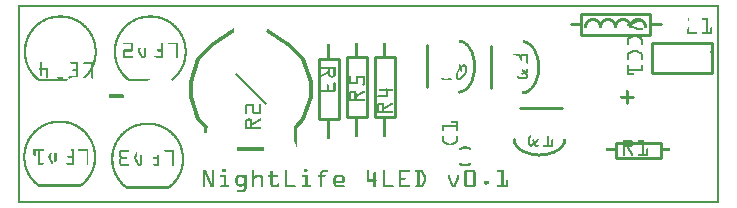
<source format=gto>
G04 MADE WITH FRITZING*
G04 WWW.FRITZING.ORG*
G04 DOUBLE SIDED*
G04 HOLES PLATED*
G04 CONTOUR ON CENTER OF CONTOUR VECTOR*
%ASAXBY*%
%FSLAX23Y23*%
%MOIN*%
%OFA0B0*%
%SFA1.0B1.0*%
%ADD10R,0.240000X0.080000X0.220000X0.060000*%
%ADD11C,0.010000*%
%ADD12C,0.005000*%
%ADD13C,0.012000*%
%ADD14R,0.001000X0.001000*%
%LNSILK1*%
G90*
G70*
G54D11*
X1879Y633D02*
X2109Y633D01*
X2109Y563D01*
X1879Y563D01*
X1879Y633D01*
D02*
X2315Y534D02*
X2115Y534D01*
D02*
X2115Y534D02*
X2115Y434D01*
D02*
X2115Y434D02*
X2315Y434D01*
D02*
X2315Y434D02*
X2315Y534D01*
D02*
X1673Y319D02*
X1813Y319D01*
D02*
X1994Y203D02*
X2144Y203D01*
D02*
X2144Y203D02*
X2144Y153D01*
D02*
X2144Y153D02*
X1994Y153D01*
D02*
X1994Y153D02*
X1994Y203D01*
G54D12*
D02*
X726Y430D02*
X826Y330D01*
G54D13*
D02*
X951Y480D02*
X901Y530D01*
D02*
X976Y405D02*
X951Y480D01*
D02*
X976Y355D02*
X976Y405D01*
D02*
X951Y280D02*
X976Y355D01*
D02*
X926Y255D02*
X951Y280D01*
D02*
X601Y280D02*
X576Y355D01*
D02*
X626Y255D02*
X601Y280D01*
D02*
X576Y355D02*
X576Y405D01*
D02*
X576Y405D02*
X601Y480D01*
D02*
X601Y480D02*
X651Y530D01*
G54D11*
D02*
X1005Y283D02*
X1005Y483D01*
D02*
X1005Y483D02*
X1071Y483D01*
D02*
X1071Y483D02*
X1071Y283D01*
D02*
X1071Y283D02*
X1005Y283D01*
D02*
X1192Y287D02*
X1192Y487D01*
D02*
X1192Y487D02*
X1258Y487D01*
D02*
X1258Y487D02*
X1258Y287D01*
D02*
X1258Y287D02*
X1192Y287D01*
D02*
X1365Y388D02*
X1365Y528D01*
D02*
X1099Y287D02*
X1099Y487D01*
D02*
X1099Y487D02*
X1165Y487D01*
D02*
X1165Y487D02*
X1165Y287D01*
D02*
X1165Y287D02*
X1099Y287D01*
D02*
X1579Y385D02*
X1579Y525D01*
X1873Y598D02*
X1843Y598D01*
D02*
X2113Y598D02*
X2143Y598D01*
D02*
G54D14*
X0Y661D02*
X2338Y661D01*
X0Y660D02*
X2338Y660D01*
X0Y659D02*
X2338Y659D01*
X0Y658D02*
X2338Y658D01*
X0Y657D02*
X2338Y657D01*
X0Y656D02*
X2338Y656D01*
X0Y655D02*
X2338Y655D01*
X0Y654D02*
X2338Y654D01*
X0Y653D02*
X7Y653D01*
X2331Y653D02*
X2338Y653D01*
X0Y652D02*
X7Y652D01*
X2331Y652D02*
X2338Y652D01*
X0Y651D02*
X7Y651D01*
X2331Y651D02*
X2338Y651D01*
X0Y650D02*
X7Y650D01*
X2331Y650D02*
X2338Y650D01*
X0Y649D02*
X7Y649D01*
X2331Y649D02*
X2338Y649D01*
X0Y648D02*
X7Y648D01*
X2331Y648D02*
X2338Y648D01*
X0Y647D02*
X7Y647D01*
X2331Y647D02*
X2338Y647D01*
X0Y646D02*
X7Y646D01*
X2331Y646D02*
X2338Y646D01*
X0Y645D02*
X7Y645D01*
X2331Y645D02*
X2338Y645D01*
X0Y644D02*
X7Y644D01*
X2331Y644D02*
X2338Y644D01*
X0Y643D02*
X7Y643D01*
X2331Y643D02*
X2338Y643D01*
X0Y642D02*
X7Y642D01*
X2331Y642D02*
X2338Y642D01*
X0Y641D02*
X7Y641D01*
X2331Y641D02*
X2338Y641D01*
X0Y640D02*
X7Y640D01*
X2331Y640D02*
X2338Y640D01*
X0Y639D02*
X7Y639D01*
X2331Y639D02*
X2338Y639D01*
X0Y638D02*
X7Y638D01*
X2331Y638D02*
X2338Y638D01*
X0Y637D02*
X7Y637D01*
X2331Y637D02*
X2338Y637D01*
X0Y636D02*
X7Y636D01*
X2331Y636D02*
X2338Y636D01*
X0Y635D02*
X7Y635D01*
X2331Y635D02*
X2338Y635D01*
X0Y634D02*
X7Y634D01*
X2331Y634D02*
X2338Y634D01*
X0Y633D02*
X7Y633D01*
X2331Y633D02*
X2338Y633D01*
X0Y632D02*
X7Y632D01*
X2331Y632D02*
X2338Y632D01*
X0Y631D02*
X7Y631D01*
X2331Y631D02*
X2338Y631D01*
X0Y630D02*
X7Y630D01*
X2331Y630D02*
X2338Y630D01*
X0Y629D02*
X7Y629D01*
X2331Y629D02*
X2338Y629D01*
X0Y628D02*
X7Y628D01*
X2331Y628D02*
X2338Y628D01*
X0Y627D02*
X7Y627D01*
X135Y627D02*
X150Y627D01*
X435Y627D02*
X450Y627D01*
X2331Y627D02*
X2338Y627D01*
X0Y626D02*
X7Y626D01*
X125Y626D02*
X160Y626D01*
X425Y626D02*
X460Y626D01*
X2331Y626D02*
X2338Y626D01*
X0Y625D02*
X7Y625D01*
X119Y625D02*
X166Y625D01*
X419Y625D02*
X466Y625D01*
X2331Y625D02*
X2338Y625D01*
X0Y624D02*
X7Y624D01*
X114Y624D02*
X170Y624D01*
X414Y624D02*
X470Y624D01*
X2331Y624D02*
X2338Y624D01*
X0Y623D02*
X7Y623D01*
X111Y623D02*
X174Y623D01*
X411Y623D02*
X474Y623D01*
X2331Y623D02*
X2338Y623D01*
X0Y622D02*
X7Y622D01*
X107Y622D02*
X178Y622D01*
X407Y622D02*
X478Y622D01*
X2331Y622D02*
X2338Y622D01*
X0Y621D02*
X7Y621D01*
X104Y621D02*
X181Y621D01*
X404Y621D02*
X481Y621D01*
X2331Y621D02*
X2338Y621D01*
X0Y620D02*
X7Y620D01*
X101Y620D02*
X184Y620D01*
X401Y620D02*
X484Y620D01*
X2331Y620D02*
X2338Y620D01*
X0Y619D02*
X7Y619D01*
X98Y619D02*
X127Y619D01*
X157Y619D02*
X186Y619D01*
X398Y619D02*
X427Y619D01*
X457Y619D02*
X486Y619D01*
X2331Y619D02*
X2338Y619D01*
X0Y618D02*
X7Y618D01*
X96Y618D02*
X120Y618D01*
X163Y618D02*
X189Y618D01*
X396Y618D02*
X420Y618D01*
X463Y618D02*
X489Y618D01*
X1913Y618D02*
X1922Y618D01*
X1963Y618D02*
X1972Y618D01*
X2013Y618D02*
X2022Y618D01*
X2063Y618D02*
X2072Y618D01*
X2331Y618D02*
X2338Y618D01*
X0Y617D02*
X7Y617D01*
X93Y617D02*
X116Y617D01*
X168Y617D02*
X191Y617D01*
X393Y617D02*
X416Y617D01*
X468Y617D02*
X491Y617D01*
X1909Y617D02*
X1926Y617D01*
X1959Y617D02*
X1976Y617D01*
X2009Y617D02*
X2026Y617D01*
X2059Y617D02*
X2076Y617D01*
X2234Y617D02*
X2237Y617D01*
X2283Y617D02*
X2302Y617D01*
X2331Y617D02*
X2338Y617D01*
X0Y616D02*
X7Y616D01*
X91Y616D02*
X112Y616D01*
X172Y616D02*
X193Y616D01*
X391Y616D02*
X412Y616D01*
X472Y616D02*
X493Y616D01*
X1906Y616D02*
X1929Y616D01*
X1956Y616D02*
X1979Y616D01*
X2006Y616D02*
X2028Y616D01*
X2056Y616D02*
X2078Y616D01*
X2234Y616D02*
X2238Y616D01*
X2282Y616D02*
X2302Y616D01*
X2331Y616D02*
X2338Y616D01*
X0Y615D02*
X7Y615D01*
X89Y615D02*
X108Y615D01*
X176Y615D02*
X195Y615D01*
X389Y615D02*
X408Y615D01*
X475Y615D02*
X495Y615D01*
X1904Y615D02*
X1931Y615D01*
X1954Y615D02*
X1981Y615D01*
X2004Y615D02*
X2031Y615D01*
X2054Y615D02*
X2080Y615D01*
X2234Y615D02*
X2238Y615D01*
X2282Y615D02*
X2302Y615D01*
X2331Y615D02*
X2338Y615D01*
X0Y614D02*
X7Y614D01*
X87Y614D02*
X105Y614D01*
X179Y614D02*
X197Y614D01*
X387Y614D02*
X405Y614D01*
X478Y614D02*
X497Y614D01*
X1903Y614D02*
X1932Y614D01*
X1953Y614D02*
X1982Y614D01*
X2003Y614D02*
X2032Y614D01*
X2053Y614D02*
X2082Y614D01*
X2235Y614D02*
X2238Y614D01*
X2282Y614D02*
X2302Y614D01*
X2331Y614D02*
X2338Y614D01*
X0Y613D02*
X7Y613D01*
X85Y613D02*
X102Y613D01*
X181Y613D02*
X199Y613D01*
X385Y613D02*
X402Y613D01*
X481Y613D02*
X499Y613D01*
X1901Y613D02*
X1934Y613D01*
X1951Y613D02*
X1984Y613D01*
X2001Y613D02*
X2034Y613D01*
X2051Y613D02*
X2084Y613D01*
X2235Y613D02*
X2238Y613D01*
X2282Y613D02*
X2302Y613D01*
X2331Y613D02*
X2338Y613D01*
X0Y612D02*
X7Y612D01*
X83Y612D02*
X100Y612D01*
X184Y612D02*
X201Y612D01*
X383Y612D02*
X400Y612D01*
X484Y612D02*
X501Y612D01*
X1900Y612D02*
X1935Y612D01*
X1950Y612D02*
X1985Y612D01*
X2000Y612D02*
X2035Y612D01*
X2050Y612D02*
X2085Y612D01*
X2235Y612D02*
X2238Y612D01*
X2283Y612D02*
X2302Y612D01*
X2331Y612D02*
X2338Y612D01*
X0Y611D02*
X7Y611D01*
X81Y611D02*
X97Y611D01*
X187Y611D02*
X203Y611D01*
X381Y611D02*
X397Y611D01*
X486Y611D02*
X503Y611D01*
X1899Y611D02*
X1936Y611D01*
X1949Y611D02*
X1986Y611D01*
X1999Y611D02*
X2036Y611D01*
X2049Y611D02*
X2086Y611D01*
X2236Y611D02*
X2238Y611D01*
X2285Y611D02*
X2302Y611D01*
X2331Y611D02*
X2338Y611D01*
X0Y610D02*
X7Y610D01*
X80Y610D02*
X95Y610D01*
X189Y610D02*
X205Y610D01*
X380Y610D02*
X395Y610D01*
X489Y610D02*
X505Y610D01*
X1898Y610D02*
X1937Y610D01*
X1948Y610D02*
X1987Y610D01*
X1998Y610D02*
X2037Y610D01*
X2048Y610D02*
X2087Y610D01*
X2236Y610D02*
X2238Y610D01*
X2296Y610D02*
X2302Y610D01*
X2331Y610D02*
X2338Y610D01*
X0Y609D02*
X7Y609D01*
X78Y609D02*
X93Y609D01*
X191Y609D02*
X206Y609D01*
X378Y609D02*
X393Y609D01*
X491Y609D02*
X506Y609D01*
X1897Y609D02*
X1938Y609D01*
X1947Y609D02*
X1988Y609D01*
X1997Y609D02*
X2038Y609D01*
X2047Y609D02*
X2088Y609D01*
X2236Y609D02*
X2238Y609D01*
X2296Y609D02*
X2302Y609D01*
X2331Y609D02*
X2338Y609D01*
X0Y608D02*
X7Y608D01*
X77Y608D02*
X91Y608D01*
X193Y608D02*
X208Y608D01*
X376Y608D02*
X391Y608D01*
X493Y608D02*
X508Y608D01*
X1896Y608D02*
X1912Y608D01*
X1923Y608D02*
X1939Y608D01*
X1946Y608D02*
X1962Y608D01*
X1973Y608D02*
X1989Y608D01*
X1996Y608D02*
X2012Y608D01*
X2023Y608D02*
X2039Y608D01*
X2046Y608D02*
X2089Y608D01*
X2237Y608D02*
X2238Y608D01*
X2296Y608D02*
X2302Y608D01*
X2331Y608D02*
X2338Y608D01*
X0Y607D02*
X7Y607D01*
X75Y607D02*
X89Y607D01*
X195Y607D02*
X209Y607D01*
X375Y607D02*
X389Y607D01*
X495Y607D02*
X509Y607D01*
X1895Y607D02*
X1909Y607D01*
X1926Y607D02*
X1940Y607D01*
X1945Y607D02*
X1959Y607D01*
X1976Y607D02*
X1990Y607D01*
X1995Y607D02*
X2009Y607D01*
X2026Y607D02*
X2040Y607D01*
X2045Y607D02*
X2090Y607D01*
X2237Y607D02*
X2238Y607D01*
X2296Y607D02*
X2302Y607D01*
X2331Y607D02*
X2338Y607D01*
X0Y606D02*
X7Y606D01*
X74Y606D02*
X87Y606D01*
X197Y606D02*
X211Y606D01*
X373Y606D02*
X387Y606D01*
X497Y606D02*
X511Y606D01*
X1894Y606D02*
X1907Y606D01*
X1928Y606D02*
X1941Y606D01*
X1944Y606D02*
X1957Y606D01*
X1978Y606D02*
X1991Y606D01*
X1994Y606D02*
X2007Y606D01*
X2028Y606D02*
X2041Y606D01*
X2044Y606D02*
X2091Y606D01*
X2237Y606D02*
X2238Y606D01*
X2296Y606D02*
X2302Y606D01*
X2331Y606D02*
X2338Y606D01*
X0Y605D02*
X7Y605D01*
X72Y605D02*
X85Y605D01*
X199Y605D02*
X212Y605D01*
X372Y605D02*
X385Y605D01*
X499Y605D02*
X512Y605D01*
X1893Y605D02*
X1905Y605D01*
X1930Y605D02*
X1955Y605D01*
X1980Y605D02*
X2005Y605D01*
X2030Y605D02*
X2092Y605D01*
X2237Y605D02*
X2238Y605D01*
X2296Y605D02*
X2302Y605D01*
X2331Y605D02*
X2338Y605D01*
X0Y604D02*
X7Y604D01*
X71Y604D02*
X84Y604D01*
X200Y604D02*
X214Y604D01*
X371Y604D02*
X383Y604D01*
X500Y604D02*
X514Y604D01*
X1893Y604D02*
X1904Y604D01*
X1931Y604D02*
X1954Y604D01*
X1981Y604D02*
X2004Y604D01*
X2031Y604D02*
X2067Y604D01*
X2081Y604D02*
X2092Y604D01*
X2237Y604D02*
X2238Y604D01*
X2296Y604D02*
X2302Y604D01*
X2331Y604D02*
X2338Y604D01*
X0Y603D02*
X7Y603D01*
X69Y603D02*
X82Y603D01*
X202Y603D02*
X215Y603D01*
X369Y603D02*
X382Y603D01*
X502Y603D02*
X515Y603D01*
X1892Y603D02*
X1903Y603D01*
X1932Y603D02*
X1953Y603D01*
X1982Y603D02*
X2003Y603D01*
X2032Y603D02*
X2064Y603D01*
X2082Y603D02*
X2093Y603D01*
X2238Y603D02*
X2238Y603D01*
X2296Y603D02*
X2302Y603D01*
X2331Y603D02*
X2338Y603D01*
X0Y602D02*
X7Y602D01*
X68Y602D02*
X80Y602D01*
X204Y602D02*
X216Y602D01*
X368Y602D02*
X380Y602D01*
X504Y602D02*
X516Y602D01*
X1891Y602D02*
X1902Y602D01*
X1933Y602D02*
X1952Y602D01*
X1983Y602D02*
X2002Y602D01*
X2033Y602D02*
X2062Y602D01*
X2083Y602D02*
X2093Y602D01*
X2238Y602D02*
X2238Y602D01*
X2296Y602D02*
X2302Y602D01*
X2331Y602D02*
X2338Y602D01*
X0Y601D02*
X7Y601D01*
X67Y601D02*
X79Y601D01*
X205Y601D02*
X218Y601D01*
X367Y601D02*
X379Y601D01*
X505Y601D02*
X517Y601D01*
X1891Y601D02*
X1901Y601D01*
X1934Y601D02*
X1951Y601D01*
X1984Y601D02*
X2001Y601D01*
X2034Y601D02*
X2059Y601D01*
X2084Y601D02*
X2094Y601D01*
X2238Y601D02*
X2238Y601D01*
X2296Y601D02*
X2302Y601D01*
X2331Y601D02*
X2338Y601D01*
X0Y600D02*
X7Y600D01*
X65Y600D02*
X77Y600D01*
X207Y600D02*
X219Y600D01*
X365Y600D02*
X377Y600D01*
X507Y600D02*
X519Y600D01*
X1890Y600D02*
X1900Y600D01*
X1935Y600D02*
X1950Y600D01*
X1985Y600D02*
X2000Y600D01*
X2035Y600D02*
X2056Y600D01*
X2085Y600D02*
X2094Y600D01*
X2238Y600D02*
X2238Y600D01*
X2296Y600D02*
X2302Y600D01*
X2331Y600D02*
X2338Y600D01*
X0Y599D02*
X7Y599D01*
X64Y599D02*
X76Y599D01*
X208Y599D02*
X220Y599D01*
X364Y599D02*
X376Y599D01*
X508Y599D02*
X520Y599D01*
X1890Y599D02*
X1900Y599D01*
X1935Y599D02*
X1950Y599D01*
X1985Y599D02*
X2000Y599D01*
X2035Y599D02*
X2054Y599D01*
X2085Y599D02*
X2095Y599D01*
X2238Y599D02*
X2238Y599D01*
X2296Y599D02*
X2302Y599D01*
X2331Y599D02*
X2338Y599D01*
X0Y598D02*
X7Y598D01*
X63Y598D02*
X74Y598D01*
X210Y598D02*
X221Y598D01*
X363Y598D02*
X374Y598D01*
X509Y598D02*
X521Y598D01*
X1890Y598D02*
X1899Y598D01*
X1936Y598D02*
X1949Y598D01*
X1986Y598D02*
X1999Y598D01*
X2033Y598D02*
X2051Y598D01*
X2086Y598D02*
X2095Y598D01*
X2238Y598D02*
X2238Y598D01*
X2296Y598D02*
X2302Y598D01*
X2331Y598D02*
X2338Y598D01*
X0Y597D02*
X7Y597D01*
X62Y597D02*
X73Y597D01*
X211Y597D02*
X222Y597D01*
X362Y597D02*
X373Y597D01*
X511Y597D02*
X522Y597D01*
X1889Y597D02*
X1899Y597D01*
X1936Y597D02*
X1949Y597D01*
X1986Y597D02*
X1999Y597D01*
X2032Y597D02*
X2049Y597D01*
X2086Y597D02*
X2096Y597D01*
X2238Y597D02*
X2238Y597D01*
X2296Y597D02*
X2302Y597D01*
X2331Y597D02*
X2338Y597D01*
X0Y596D02*
X7Y596D01*
X61Y596D02*
X72Y596D01*
X212Y596D02*
X223Y596D01*
X361Y596D02*
X372Y596D01*
X512Y596D02*
X523Y596D01*
X1889Y596D02*
X1898Y596D01*
X1937Y596D02*
X1948Y596D01*
X1987Y596D02*
X1998Y596D01*
X2031Y596D02*
X2048Y596D01*
X2087Y596D02*
X2096Y596D01*
X2238Y596D02*
X2238Y596D01*
X2296Y596D02*
X2302Y596D01*
X2331Y596D02*
X2338Y596D01*
X0Y595D02*
X7Y595D01*
X60Y595D02*
X71Y595D01*
X213Y595D02*
X225Y595D01*
X360Y595D02*
X370Y595D01*
X513Y595D02*
X524Y595D01*
X1889Y595D02*
X1898Y595D01*
X1937Y595D02*
X1948Y595D01*
X1987Y595D02*
X1998Y595D01*
X2031Y595D02*
X2048Y595D01*
X2087Y595D02*
X2096Y595D01*
X2238Y595D02*
X2238Y595D01*
X2296Y595D02*
X2302Y595D01*
X2331Y595D02*
X2338Y595D01*
X0Y594D02*
X7Y594D01*
X59Y594D02*
X69Y594D01*
X215Y594D02*
X226Y594D01*
X358Y594D02*
X369Y594D01*
X515Y594D02*
X525Y594D01*
X1889Y594D02*
X1898Y594D01*
X1937Y594D02*
X1948Y594D01*
X1987Y594D02*
X1998Y594D01*
X2031Y594D02*
X2048Y594D01*
X2087Y594D02*
X2096Y594D01*
X2238Y594D02*
X2238Y594D01*
X2296Y594D02*
X2302Y594D01*
X2331Y594D02*
X2338Y594D01*
X0Y593D02*
X7Y593D01*
X58Y593D02*
X68Y593D01*
X216Y593D02*
X227Y593D01*
X357Y593D02*
X368Y593D01*
X516Y593D02*
X527Y593D01*
X1888Y593D02*
X1897Y593D01*
X1938Y593D02*
X1947Y593D01*
X1988Y593D02*
X1997Y593D01*
X2031Y593D02*
X2047Y593D01*
X2088Y593D02*
X2097Y593D01*
X2237Y593D02*
X2238Y593D01*
X2296Y593D02*
X2302Y593D01*
X2331Y593D02*
X2338Y593D01*
X0Y592D02*
X7Y592D01*
X57Y592D02*
X67Y592D01*
X217Y592D02*
X228Y592D01*
X356Y592D02*
X367Y592D01*
X517Y592D02*
X528Y592D01*
X1888Y592D02*
X1897Y592D01*
X1938Y592D02*
X1947Y592D01*
X1988Y592D02*
X1997Y592D01*
X2032Y592D02*
X2050Y592D01*
X2088Y592D02*
X2097Y592D01*
X2237Y592D02*
X2238Y592D01*
X2296Y592D02*
X2302Y592D01*
X2331Y592D02*
X2338Y592D01*
X0Y591D02*
X7Y591D01*
X56Y591D02*
X66Y591D01*
X218Y591D02*
X229Y591D01*
X355Y591D02*
X366Y591D01*
X518Y591D02*
X529Y591D01*
X1888Y591D02*
X1897Y591D01*
X1938Y591D02*
X1947Y591D01*
X1988Y591D02*
X1997Y591D01*
X2034Y591D02*
X2053Y591D01*
X2088Y591D02*
X2097Y591D01*
X2237Y591D02*
X2238Y591D01*
X2296Y591D02*
X2302Y591D01*
X2331Y591D02*
X2338Y591D01*
X0Y590D02*
X7Y590D01*
X55Y590D02*
X65Y590D01*
X219Y590D02*
X230Y590D01*
X354Y590D02*
X365Y590D01*
X519Y590D02*
X530Y590D01*
X1888Y590D02*
X1897Y590D01*
X1938Y590D02*
X1947Y590D01*
X1988Y590D02*
X1997Y590D01*
X2037Y590D02*
X2055Y590D01*
X2088Y590D02*
X2097Y590D01*
X2237Y590D02*
X2238Y590D01*
X2296Y590D02*
X2302Y590D01*
X2331Y590D02*
X2338Y590D01*
X0Y589D02*
X7Y589D01*
X54Y589D02*
X64Y589D01*
X221Y589D02*
X231Y589D01*
X353Y589D02*
X364Y589D01*
X520Y589D02*
X530Y589D01*
X1888Y589D02*
X1897Y589D01*
X1938Y589D02*
X1947Y589D01*
X1988Y589D02*
X1997Y589D01*
X2038Y589D02*
X2058Y589D01*
X2088Y589D02*
X2097Y589D01*
X2237Y589D02*
X2238Y589D01*
X2296Y589D02*
X2302Y589D01*
X2331Y589D02*
X2338Y589D01*
X0Y588D02*
X7Y588D01*
X53Y588D02*
X63Y588D01*
X222Y588D02*
X231Y588D01*
X353Y588D02*
X362Y588D01*
X521Y588D02*
X531Y588D01*
X1888Y588D02*
X1897Y588D01*
X1938Y588D02*
X1947Y588D01*
X1988Y588D02*
X1997Y588D01*
X2038Y588D02*
X2060Y588D01*
X2088Y588D02*
X2097Y588D01*
X2236Y588D02*
X2238Y588D01*
X2296Y588D02*
X2302Y588D01*
X2311Y588D02*
X2314Y588D01*
X2331Y588D02*
X2338Y588D01*
X0Y587D02*
X7Y587D01*
X52Y587D02*
X62Y587D01*
X223Y587D02*
X232Y587D01*
X352Y587D02*
X361Y587D01*
X522Y587D02*
X532Y587D01*
X1888Y587D02*
X1897Y587D01*
X1938Y587D02*
X1947Y587D01*
X1988Y587D02*
X1997Y587D01*
X2038Y587D02*
X2063Y587D01*
X2088Y587D02*
X2097Y587D01*
X2236Y587D02*
X2238Y587D01*
X2296Y587D02*
X2302Y587D01*
X2310Y587D02*
X2315Y587D01*
X2331Y587D02*
X2338Y587D01*
X0Y586D02*
X7Y586D01*
X51Y586D02*
X61Y586D01*
X224Y586D02*
X233Y586D01*
X351Y586D02*
X360Y586D01*
X524Y586D02*
X533Y586D01*
X1889Y586D02*
X1896Y586D01*
X1939Y586D02*
X1946Y586D01*
X1989Y586D02*
X1996Y586D01*
X2039Y586D02*
X2065Y586D01*
X2089Y586D02*
X2096Y586D01*
X2236Y586D02*
X2238Y586D01*
X2296Y586D02*
X2302Y586D01*
X2309Y586D02*
X2315Y586D01*
X2331Y586D02*
X2338Y586D01*
X0Y585D02*
X7Y585D01*
X50Y585D02*
X60Y585D01*
X225Y585D02*
X234Y585D01*
X350Y585D02*
X360Y585D01*
X525Y585D02*
X534Y585D01*
X1890Y585D02*
X1896Y585D01*
X1939Y585D02*
X1945Y585D01*
X1989Y585D02*
X1995Y585D01*
X2039Y585D02*
X2045Y585D01*
X2050Y585D02*
X2068Y585D01*
X2089Y585D02*
X2095Y585D01*
X2235Y585D02*
X2238Y585D01*
X2296Y585D02*
X2302Y585D01*
X2309Y585D02*
X2315Y585D01*
X2331Y585D02*
X2338Y585D01*
X0Y584D02*
X7Y584D01*
X49Y584D02*
X59Y584D01*
X226Y584D02*
X235Y584D01*
X349Y584D02*
X359Y584D01*
X525Y584D02*
X535Y584D01*
X720Y584D02*
X720Y584D01*
X830Y584D02*
X831Y584D01*
X1891Y584D02*
X1894Y584D01*
X1941Y584D02*
X1944Y584D01*
X1991Y584D02*
X1994Y584D01*
X2041Y584D02*
X2044Y584D01*
X2052Y584D02*
X2082Y584D01*
X2091Y584D02*
X2094Y584D01*
X2235Y584D02*
X2238Y584D01*
X2296Y584D02*
X2302Y584D01*
X2309Y584D02*
X2315Y584D01*
X2331Y584D02*
X2338Y584D01*
X0Y583D02*
X7Y583D01*
X48Y583D02*
X58Y583D01*
X227Y583D02*
X236Y583D01*
X348Y583D02*
X358Y583D01*
X526Y583D02*
X536Y583D01*
X718Y583D02*
X720Y583D01*
X830Y583D02*
X832Y583D01*
X2055Y583D02*
X2083Y583D01*
X2235Y583D02*
X2238Y583D01*
X2296Y583D02*
X2302Y583D01*
X2309Y583D02*
X2315Y583D01*
X2331Y583D02*
X2338Y583D01*
X0Y582D02*
X7Y582D01*
X48Y582D02*
X57Y582D01*
X227Y582D02*
X237Y582D01*
X347Y582D02*
X357Y582D01*
X527Y582D02*
X537Y582D01*
X717Y582D02*
X720Y582D01*
X830Y582D02*
X834Y582D01*
X2058Y582D02*
X2083Y582D01*
X2234Y582D02*
X2238Y582D01*
X2296Y582D02*
X2302Y582D01*
X2309Y582D02*
X2315Y582D01*
X2331Y582D02*
X2338Y582D01*
X0Y581D02*
X7Y581D01*
X47Y581D02*
X56Y581D01*
X228Y581D02*
X237Y581D01*
X347Y581D02*
X356Y581D01*
X528Y581D02*
X537Y581D01*
X715Y581D02*
X720Y581D01*
X830Y581D02*
X835Y581D01*
X2060Y581D02*
X2083Y581D01*
X2234Y581D02*
X2238Y581D01*
X2296Y581D02*
X2302Y581D01*
X2309Y581D02*
X2315Y581D01*
X2331Y581D02*
X2338Y581D01*
X0Y580D02*
X7Y580D01*
X46Y580D02*
X55Y580D01*
X229Y580D02*
X238Y580D01*
X346Y580D02*
X355Y580D01*
X529Y580D02*
X538Y580D01*
X714Y580D02*
X720Y580D01*
X830Y580D02*
X837Y580D01*
X2063Y580D02*
X2083Y580D01*
X2233Y580D02*
X2238Y580D01*
X2296Y580D02*
X2302Y580D01*
X2309Y580D02*
X2315Y580D01*
X2331Y580D02*
X2338Y580D01*
X0Y579D02*
X7Y579D01*
X45Y579D02*
X54Y579D01*
X230Y579D02*
X239Y579D01*
X345Y579D02*
X354Y579D01*
X530Y579D02*
X539Y579D01*
X712Y579D02*
X720Y579D01*
X830Y579D02*
X838Y579D01*
X2065Y579D02*
X2083Y579D01*
X2233Y579D02*
X2238Y579D01*
X2296Y579D02*
X2302Y579D01*
X2309Y579D02*
X2315Y579D01*
X2331Y579D02*
X2338Y579D01*
X0Y578D02*
X7Y578D01*
X44Y578D02*
X53Y578D01*
X231Y578D02*
X240Y578D01*
X344Y578D02*
X353Y578D01*
X531Y578D02*
X540Y578D01*
X711Y578D02*
X720Y578D01*
X830Y578D02*
X840Y578D01*
X2068Y578D02*
X2081Y578D01*
X2232Y578D02*
X2238Y578D01*
X2296Y578D02*
X2302Y578D01*
X2309Y578D02*
X2315Y578D01*
X2331Y578D02*
X2338Y578D01*
X0Y577D02*
X7Y577D01*
X44Y577D02*
X53Y577D01*
X232Y577D02*
X240Y577D01*
X344Y577D02*
X353Y577D01*
X532Y577D02*
X540Y577D01*
X709Y577D02*
X720Y577D01*
X830Y577D02*
X841Y577D01*
X2232Y577D02*
X2238Y577D01*
X2296Y577D02*
X2302Y577D01*
X2309Y577D02*
X2315Y577D01*
X2331Y577D02*
X2338Y577D01*
X0Y576D02*
X7Y576D01*
X43Y576D02*
X52Y576D01*
X233Y576D02*
X241Y576D01*
X343Y576D02*
X352Y576D01*
X532Y576D02*
X541Y576D01*
X708Y576D02*
X720Y576D01*
X830Y576D02*
X843Y576D01*
X2232Y576D02*
X2238Y576D01*
X2296Y576D02*
X2302Y576D01*
X2309Y576D02*
X2315Y576D01*
X2331Y576D02*
X2338Y576D01*
X0Y575D02*
X7Y575D01*
X42Y575D02*
X51Y575D01*
X233Y575D02*
X242Y575D01*
X342Y575D02*
X351Y575D01*
X533Y575D02*
X542Y575D01*
X706Y575D02*
X721Y575D01*
X830Y575D02*
X844Y575D01*
X2232Y575D02*
X2238Y575D01*
X2296Y575D02*
X2302Y575D01*
X2309Y575D02*
X2315Y575D01*
X2331Y575D02*
X2338Y575D01*
X0Y574D02*
X7Y574D01*
X42Y574D02*
X50Y574D01*
X234Y574D02*
X242Y574D01*
X341Y574D02*
X350Y574D01*
X534Y574D02*
X542Y574D01*
X705Y574D02*
X721Y574D01*
X830Y574D02*
X846Y574D01*
X2232Y574D02*
X2238Y574D01*
X2296Y574D02*
X2302Y574D01*
X2309Y574D02*
X2315Y574D01*
X2331Y574D02*
X2338Y574D01*
X0Y573D02*
X7Y573D01*
X41Y573D02*
X50Y573D01*
X235Y573D02*
X243Y573D01*
X341Y573D02*
X349Y573D01*
X535Y573D02*
X543Y573D01*
X703Y573D02*
X721Y573D01*
X829Y573D02*
X847Y573D01*
X2232Y573D02*
X2238Y573D01*
X2296Y573D02*
X2302Y573D01*
X2309Y573D02*
X2315Y573D01*
X2331Y573D02*
X2338Y573D01*
X0Y572D02*
X7Y572D01*
X40Y572D02*
X49Y572D01*
X236Y572D02*
X244Y572D01*
X340Y572D02*
X349Y572D01*
X535Y572D02*
X544Y572D01*
X702Y572D02*
X721Y572D01*
X829Y572D02*
X849Y572D01*
X2232Y572D02*
X2238Y572D01*
X2296Y572D02*
X2302Y572D01*
X2309Y572D02*
X2315Y572D01*
X2331Y572D02*
X2338Y572D01*
X0Y571D02*
X7Y571D01*
X40Y571D02*
X48Y571D01*
X236Y571D02*
X244Y571D01*
X340Y571D02*
X348Y571D01*
X536Y571D02*
X544Y571D01*
X700Y571D02*
X721Y571D01*
X830Y571D02*
X850Y571D01*
X2232Y571D02*
X2263Y571D01*
X2284Y571D02*
X2315Y571D01*
X2331Y571D02*
X2338Y571D01*
X0Y570D02*
X7Y570D01*
X39Y570D02*
X47Y570D01*
X237Y570D02*
X245Y570D01*
X339Y570D02*
X347Y570D01*
X537Y570D02*
X545Y570D01*
X699Y570D02*
X719Y570D01*
X831Y570D02*
X852Y570D01*
X2232Y570D02*
X2265Y570D01*
X2283Y570D02*
X2315Y570D01*
X2331Y570D02*
X2338Y570D01*
X0Y569D02*
X7Y569D01*
X38Y569D02*
X47Y569D01*
X238Y569D02*
X246Y569D01*
X338Y569D02*
X347Y569D01*
X538Y569D02*
X546Y569D01*
X697Y569D02*
X718Y569D01*
X833Y569D02*
X853Y569D01*
X2232Y569D02*
X2265Y569D01*
X2282Y569D02*
X2315Y569D01*
X2331Y569D02*
X2338Y569D01*
X0Y568D02*
X7Y568D01*
X38Y568D02*
X46Y568D01*
X238Y568D02*
X246Y568D01*
X338Y568D02*
X346Y568D01*
X538Y568D02*
X546Y568D01*
X696Y568D02*
X716Y568D01*
X834Y568D02*
X855Y568D01*
X2232Y568D02*
X2266Y568D01*
X2282Y568D02*
X2315Y568D01*
X2331Y568D02*
X2338Y568D01*
X0Y567D02*
X7Y567D01*
X37Y567D02*
X45Y567D01*
X239Y567D02*
X247Y567D01*
X337Y567D02*
X345Y567D01*
X539Y567D02*
X547Y567D01*
X694Y567D02*
X715Y567D01*
X836Y567D02*
X856Y567D01*
X2232Y567D02*
X2265Y567D01*
X2282Y567D02*
X2315Y567D01*
X2331Y567D02*
X2338Y567D01*
X0Y566D02*
X7Y566D01*
X37Y566D02*
X45Y566D01*
X240Y566D02*
X247Y566D01*
X337Y566D02*
X345Y566D01*
X539Y566D02*
X547Y566D01*
X693Y566D02*
X713Y566D01*
X837Y566D02*
X858Y566D01*
X2232Y566D02*
X2265Y566D01*
X2282Y566D02*
X2315Y566D01*
X2331Y566D02*
X2338Y566D01*
X0Y565D02*
X7Y565D01*
X36Y565D02*
X44Y565D01*
X240Y565D02*
X248Y565D01*
X336Y565D02*
X344Y565D01*
X540Y565D02*
X548Y565D01*
X691Y565D02*
X712Y565D01*
X839Y565D02*
X859Y565D01*
X2232Y565D02*
X2264Y565D01*
X2283Y565D02*
X2314Y565D01*
X2331Y565D02*
X2338Y565D01*
X0Y564D02*
X7Y564D01*
X36Y564D02*
X44Y564D01*
X241Y564D02*
X249Y564D01*
X335Y564D02*
X343Y564D01*
X541Y564D02*
X548Y564D01*
X690Y564D02*
X710Y564D01*
X840Y564D02*
X861Y564D01*
X2331Y564D02*
X2338Y564D01*
X0Y563D02*
X7Y563D01*
X35Y563D02*
X43Y563D01*
X241Y563D02*
X249Y563D01*
X335Y563D02*
X343Y563D01*
X541Y563D02*
X549Y563D01*
X688Y563D02*
X709Y563D01*
X842Y563D02*
X862Y563D01*
X2331Y563D02*
X2338Y563D01*
X0Y562D02*
X7Y562D01*
X34Y562D02*
X42Y562D01*
X242Y562D02*
X250Y562D01*
X334Y562D02*
X342Y562D01*
X542Y562D02*
X549Y562D01*
X687Y562D02*
X707Y562D01*
X843Y562D02*
X864Y562D01*
X2055Y562D02*
X2059Y562D01*
X2331Y562D02*
X2338Y562D01*
X0Y561D02*
X7Y561D01*
X34Y561D02*
X42Y561D01*
X243Y561D02*
X250Y561D01*
X334Y561D02*
X342Y561D01*
X542Y561D02*
X550Y561D01*
X685Y561D02*
X706Y561D01*
X845Y561D02*
X865Y561D01*
X2052Y561D02*
X2063Y561D01*
X2331Y561D02*
X2338Y561D01*
X0Y560D02*
X7Y560D01*
X33Y560D02*
X41Y560D01*
X243Y560D02*
X251Y560D01*
X333Y560D02*
X341Y560D01*
X543Y560D02*
X550Y560D01*
X684Y560D02*
X704Y560D01*
X846Y560D02*
X867Y560D01*
X2049Y560D02*
X2065Y560D01*
X2331Y560D02*
X2338Y560D01*
X0Y559D02*
X7Y559D01*
X33Y559D02*
X41Y559D01*
X244Y559D02*
X251Y559D01*
X333Y559D02*
X341Y559D01*
X544Y559D02*
X551Y559D01*
X682Y559D02*
X703Y559D01*
X848Y559D02*
X868Y559D01*
X2047Y559D02*
X2067Y559D01*
X2331Y559D02*
X2338Y559D01*
X0Y558D02*
X7Y558D01*
X32Y558D02*
X40Y558D01*
X244Y558D02*
X252Y558D01*
X332Y558D02*
X340Y558D01*
X544Y558D02*
X551Y558D01*
X681Y558D02*
X701Y558D01*
X849Y558D02*
X870Y558D01*
X2045Y558D02*
X2069Y558D01*
X2331Y558D02*
X2338Y558D01*
X0Y557D02*
X7Y557D01*
X32Y557D02*
X40Y557D01*
X245Y557D02*
X252Y557D01*
X332Y557D02*
X340Y557D01*
X545Y557D02*
X552Y557D01*
X679Y557D02*
X700Y557D01*
X851Y557D02*
X871Y557D01*
X2043Y557D02*
X2071Y557D01*
X2331Y557D02*
X2338Y557D01*
X0Y556D02*
X7Y556D01*
X32Y556D02*
X39Y556D01*
X245Y556D02*
X252Y556D01*
X331Y556D02*
X339Y556D01*
X545Y556D02*
X552Y556D01*
X678Y556D02*
X698Y556D01*
X852Y556D02*
X873Y556D01*
X2041Y556D02*
X2073Y556D01*
X2331Y556D02*
X2338Y556D01*
X0Y555D02*
X7Y555D01*
X31Y555D02*
X39Y555D01*
X246Y555D02*
X253Y555D01*
X331Y555D02*
X339Y555D01*
X546Y555D02*
X553Y555D01*
X676Y555D02*
X697Y555D01*
X854Y555D02*
X874Y555D01*
X2039Y555D02*
X2054Y555D01*
X2060Y555D02*
X2075Y555D01*
X2331Y555D02*
X2338Y555D01*
X0Y554D02*
X7Y554D01*
X31Y554D02*
X38Y554D01*
X246Y554D02*
X253Y554D01*
X331Y554D02*
X338Y554D01*
X546Y554D02*
X553Y554D01*
X675Y554D02*
X695Y554D01*
X855Y554D02*
X876Y554D01*
X2037Y554D02*
X2052Y554D01*
X2062Y554D02*
X2077Y554D01*
X2331Y554D02*
X2338Y554D01*
X0Y553D02*
X7Y553D01*
X30Y553D02*
X38Y553D01*
X247Y553D02*
X254Y553D01*
X330Y553D02*
X338Y553D01*
X547Y553D02*
X554Y553D01*
X673Y553D02*
X694Y553D01*
X857Y553D02*
X877Y553D01*
X2036Y553D02*
X2050Y553D01*
X2064Y553D02*
X2079Y553D01*
X2331Y553D02*
X2338Y553D01*
X0Y552D02*
X7Y552D01*
X30Y552D02*
X37Y552D01*
X247Y552D02*
X254Y552D01*
X330Y552D02*
X337Y552D01*
X547Y552D02*
X554Y552D01*
X672Y552D02*
X692Y552D01*
X858Y552D02*
X879Y552D01*
X2034Y552D02*
X2048Y552D01*
X2066Y552D02*
X2080Y552D01*
X2331Y552D02*
X2338Y552D01*
X0Y551D02*
X7Y551D01*
X29Y551D02*
X37Y551D01*
X248Y551D02*
X255Y551D01*
X329Y551D02*
X337Y551D01*
X547Y551D02*
X554Y551D01*
X670Y551D02*
X691Y551D01*
X860Y551D02*
X880Y551D01*
X2033Y551D02*
X2046Y551D01*
X2068Y551D02*
X2081Y551D01*
X2331Y551D02*
X2338Y551D01*
X0Y550D02*
X7Y550D01*
X29Y550D02*
X36Y550D01*
X248Y550D02*
X255Y550D01*
X329Y550D02*
X336Y550D01*
X548Y550D02*
X555Y550D01*
X669Y550D02*
X689Y550D01*
X861Y550D02*
X882Y550D01*
X2033Y550D02*
X2044Y550D01*
X2070Y550D02*
X2082Y550D01*
X2331Y550D02*
X2338Y550D01*
X0Y549D02*
X7Y549D01*
X29Y549D02*
X36Y549D01*
X248Y549D02*
X255Y549D01*
X329Y549D02*
X336Y549D01*
X548Y549D02*
X555Y549D01*
X667Y549D02*
X688Y549D01*
X863Y549D02*
X883Y549D01*
X2032Y549D02*
X2042Y549D01*
X2072Y549D02*
X2082Y549D01*
X2331Y549D02*
X2338Y549D01*
X0Y548D02*
X7Y548D01*
X28Y548D02*
X36Y548D01*
X249Y548D02*
X256Y548D01*
X328Y548D02*
X335Y548D01*
X549Y548D02*
X556Y548D01*
X666Y548D02*
X686Y548D01*
X864Y548D02*
X885Y548D01*
X2032Y548D02*
X2040Y548D01*
X2074Y548D02*
X2083Y548D01*
X2331Y548D02*
X2338Y548D01*
X0Y547D02*
X7Y547D01*
X28Y547D02*
X35Y547D01*
X249Y547D02*
X256Y547D01*
X328Y547D02*
X335Y547D01*
X549Y547D02*
X556Y547D01*
X664Y547D02*
X685Y547D01*
X866Y547D02*
X886Y547D01*
X2031Y547D02*
X2038Y547D01*
X2076Y547D02*
X2083Y547D01*
X2331Y547D02*
X2338Y547D01*
X0Y546D02*
X7Y546D01*
X28Y546D02*
X35Y546D01*
X250Y546D02*
X256Y546D01*
X327Y546D02*
X335Y546D01*
X549Y546D02*
X556Y546D01*
X663Y546D02*
X683Y546D01*
X867Y546D02*
X888Y546D01*
X1471Y546D02*
X1473Y546D01*
X2031Y546D02*
X2037Y546D01*
X2077Y546D02*
X2083Y546D01*
X2331Y546D02*
X2338Y546D01*
X0Y545D02*
X7Y545D01*
X27Y545D02*
X34Y545D01*
X250Y545D02*
X257Y545D01*
X327Y545D02*
X334Y545D01*
X550Y545D02*
X557Y545D01*
X661Y545D02*
X682Y545D01*
X869Y545D02*
X889Y545D01*
X1471Y545D02*
X1479Y545D01*
X2031Y545D02*
X2037Y545D01*
X2077Y545D02*
X2083Y545D01*
X2331Y545D02*
X2338Y545D01*
X0Y544D02*
X7Y544D01*
X27Y544D02*
X34Y544D01*
X250Y544D02*
X257Y544D01*
X327Y544D02*
X334Y544D01*
X550Y544D02*
X557Y544D01*
X660Y544D02*
X680Y544D01*
X870Y544D02*
X891Y544D01*
X1471Y544D02*
X1482Y544D01*
X2031Y544D02*
X2037Y544D01*
X2078Y544D02*
X2083Y544D01*
X2331Y544D02*
X2338Y544D01*
X0Y543D02*
X7Y543D01*
X27Y543D02*
X34Y543D01*
X251Y543D02*
X257Y543D01*
X326Y543D02*
X334Y543D01*
X551Y543D02*
X557Y543D01*
X658Y543D02*
X679Y543D01*
X872Y543D02*
X892Y543D01*
X1471Y543D02*
X1485Y543D01*
X1684Y543D02*
X1691Y543D01*
X2031Y543D02*
X2037Y543D01*
X2078Y543D02*
X2083Y543D01*
X2331Y543D02*
X2338Y543D01*
X0Y542D02*
X7Y542D01*
X26Y542D02*
X33Y542D01*
X251Y542D02*
X258Y542D01*
X326Y542D02*
X333Y542D01*
X551Y542D02*
X558Y542D01*
X657Y542D02*
X677Y542D01*
X873Y542D02*
X894Y542D01*
X1471Y542D02*
X1487Y542D01*
X1684Y542D02*
X1695Y542D01*
X2031Y542D02*
X2037Y542D01*
X2078Y542D02*
X2083Y542D01*
X2331Y542D02*
X2338Y542D01*
X0Y541D02*
X7Y541D01*
X26Y541D02*
X33Y541D01*
X251Y541D02*
X258Y541D01*
X326Y541D02*
X333Y541D01*
X551Y541D02*
X558Y541D01*
X655Y541D02*
X676Y541D01*
X875Y541D02*
X895Y541D01*
X1471Y541D02*
X1489Y541D01*
X1684Y541D02*
X1698Y541D01*
X2031Y541D02*
X2037Y541D01*
X2078Y541D02*
X2083Y541D01*
X2331Y541D02*
X2338Y541D01*
X0Y540D02*
X7Y540D01*
X26Y540D02*
X33Y540D01*
X252Y540D02*
X258Y540D01*
X326Y540D02*
X333Y540D01*
X552Y540D02*
X558Y540D01*
X654Y540D02*
X674Y540D01*
X876Y540D02*
X897Y540D01*
X1471Y540D02*
X1491Y540D01*
X1684Y540D02*
X1700Y540D01*
X2031Y540D02*
X2037Y540D01*
X2078Y540D02*
X2083Y540D01*
X2331Y540D02*
X2338Y540D01*
X0Y539D02*
X7Y539D01*
X25Y539D02*
X32Y539D01*
X252Y539D02*
X259Y539D01*
X325Y539D02*
X332Y539D01*
X552Y539D02*
X559Y539D01*
X652Y539D02*
X673Y539D01*
X878Y539D02*
X898Y539D01*
X1471Y539D02*
X1492Y539D01*
X1684Y539D02*
X1702Y539D01*
X2031Y539D02*
X2037Y539D01*
X2078Y539D02*
X2083Y539D01*
X2331Y539D02*
X2338Y539D01*
X0Y538D02*
X7Y538D01*
X25Y538D02*
X32Y538D01*
X252Y538D02*
X259Y538D01*
X325Y538D02*
X332Y538D01*
X552Y538D02*
X559Y538D01*
X651Y538D02*
X671Y538D01*
X879Y538D02*
X900Y538D01*
X1471Y538D02*
X1494Y538D01*
X1684Y538D02*
X1704Y538D01*
X2031Y538D02*
X2037Y538D01*
X2078Y538D02*
X2083Y538D01*
X2331Y538D02*
X2338Y538D01*
X0Y537D02*
X7Y537D01*
X25Y537D02*
X32Y537D01*
X253Y537D02*
X259Y537D01*
X325Y537D02*
X332Y537D01*
X552Y537D02*
X559Y537D01*
X649Y537D02*
X670Y537D01*
X881Y537D02*
X901Y537D01*
X1471Y537D02*
X1495Y537D01*
X1684Y537D02*
X1705Y537D01*
X2031Y537D02*
X2037Y537D01*
X2078Y537D02*
X2083Y537D01*
X2331Y537D02*
X2338Y537D01*
X0Y536D02*
X7Y536D01*
X25Y536D02*
X31Y536D01*
X253Y536D02*
X259Y536D01*
X324Y536D02*
X331Y536D01*
X353Y536D02*
X385Y536D01*
X479Y536D02*
X484Y536D01*
X502Y536D02*
X534Y536D01*
X553Y536D02*
X559Y536D01*
X648Y536D02*
X668Y536D01*
X882Y536D02*
X903Y536D01*
X1126Y536D02*
X1135Y536D01*
X1219Y536D02*
X1228Y536D01*
X1474Y536D02*
X1496Y536D01*
X1684Y536D02*
X1707Y536D01*
X2031Y536D02*
X2037Y536D01*
X2078Y536D02*
X2083Y536D01*
X2280Y536D02*
X2281Y536D01*
X2331Y536D02*
X2338Y536D01*
X0Y535D02*
X7Y535D01*
X24Y535D02*
X31Y535D01*
X253Y535D02*
X260Y535D01*
X324Y535D02*
X331Y535D01*
X352Y535D02*
X385Y535D01*
X479Y535D02*
X484Y535D01*
X501Y535D02*
X534Y535D01*
X553Y535D02*
X560Y535D01*
X648Y535D02*
X667Y535D01*
X884Y535D02*
X902Y535D01*
X1126Y535D02*
X1135Y535D01*
X1219Y535D02*
X1228Y535D01*
X1479Y535D02*
X1497Y535D01*
X1684Y535D02*
X1708Y535D01*
X2031Y535D02*
X2037Y535D01*
X2078Y535D02*
X2083Y535D01*
X2279Y535D02*
X2282Y535D01*
X2331Y535D02*
X2338Y535D01*
X0Y534D02*
X7Y534D01*
X24Y534D02*
X31Y534D01*
X253Y534D02*
X260Y534D01*
X324Y534D02*
X331Y534D01*
X352Y534D02*
X385Y534D01*
X479Y534D02*
X484Y534D01*
X501Y534D02*
X534Y534D01*
X553Y534D02*
X560Y534D01*
X649Y534D02*
X665Y534D01*
X885Y534D02*
X902Y534D01*
X1126Y534D02*
X1135Y534D01*
X1219Y534D02*
X1228Y534D01*
X1482Y534D02*
X1499Y534D01*
X1684Y534D02*
X1709Y534D01*
X2031Y534D02*
X2037Y534D01*
X2078Y534D02*
X2083Y534D01*
X2278Y534D02*
X2283Y534D01*
X2331Y534D02*
X2338Y534D01*
X0Y533D02*
X7Y533D01*
X24Y533D02*
X31Y533D01*
X254Y533D02*
X260Y533D01*
X324Y533D02*
X331Y533D01*
X352Y533D02*
X385Y533D01*
X479Y533D02*
X484Y533D01*
X501Y533D02*
X534Y533D01*
X554Y533D02*
X560Y533D01*
X649Y533D02*
X664Y533D01*
X887Y533D02*
X901Y533D01*
X1126Y533D02*
X1135Y533D01*
X1219Y533D02*
X1228Y533D01*
X1484Y533D02*
X1500Y533D01*
X1692Y533D02*
X1710Y533D01*
X2031Y533D02*
X2037Y533D01*
X2078Y533D02*
X2083Y533D01*
X2278Y533D02*
X2284Y533D01*
X2331Y533D02*
X2338Y533D01*
X0Y532D02*
X7Y532D01*
X24Y532D02*
X30Y532D01*
X254Y532D02*
X260Y532D01*
X324Y532D02*
X330Y532D01*
X352Y532D02*
X385Y532D01*
X479Y532D02*
X484Y532D01*
X501Y532D02*
X534Y532D01*
X554Y532D02*
X560Y532D01*
X650Y532D02*
X662Y532D01*
X888Y532D02*
X900Y532D01*
X1126Y532D02*
X1135Y532D01*
X1219Y532D02*
X1228Y532D01*
X1486Y532D02*
X1501Y532D01*
X1695Y532D02*
X1712Y532D01*
X2031Y532D02*
X2037Y532D01*
X2078Y532D02*
X2083Y532D01*
X2279Y532D02*
X2285Y532D01*
X2331Y532D02*
X2338Y532D01*
X0Y531D02*
X7Y531D01*
X23Y531D02*
X30Y531D01*
X254Y531D02*
X261Y531D01*
X323Y531D02*
X330Y531D01*
X353Y531D02*
X385Y531D01*
X479Y531D02*
X484Y531D01*
X502Y531D02*
X534Y531D01*
X554Y531D02*
X560Y531D01*
X651Y531D02*
X661Y531D01*
X890Y531D02*
X900Y531D01*
X1033Y531D02*
X1042Y531D01*
X1126Y531D02*
X1135Y531D01*
X1219Y531D02*
X1228Y531D01*
X1488Y531D02*
X1502Y531D01*
X1697Y531D02*
X1713Y531D01*
X2031Y531D02*
X2037Y531D01*
X2078Y531D02*
X2083Y531D01*
X2280Y531D02*
X2286Y531D01*
X2331Y531D02*
X2338Y531D01*
X0Y530D02*
X7Y530D01*
X23Y530D02*
X30Y530D01*
X254Y530D02*
X261Y530D01*
X323Y530D02*
X330Y530D01*
X378Y530D02*
X385Y530D01*
X479Y530D02*
X484Y530D01*
X527Y530D02*
X534Y530D01*
X554Y530D02*
X561Y530D01*
X651Y530D02*
X659Y530D01*
X891Y530D02*
X899Y530D01*
X1033Y530D02*
X1042Y530D01*
X1126Y530D02*
X1135Y530D01*
X1219Y530D02*
X1228Y530D01*
X1490Y530D02*
X1503Y530D01*
X1699Y530D02*
X1714Y530D01*
X2031Y530D02*
X2036Y530D01*
X2078Y530D02*
X2083Y530D01*
X2281Y530D02*
X2287Y530D01*
X2331Y530D02*
X2338Y530D01*
X0Y529D02*
X7Y529D01*
X23Y529D02*
X30Y529D01*
X255Y529D02*
X261Y529D01*
X323Y529D02*
X330Y529D01*
X379Y529D02*
X385Y529D01*
X479Y529D02*
X484Y529D01*
X528Y529D02*
X534Y529D01*
X554Y529D02*
X561Y529D01*
X652Y529D02*
X658Y529D01*
X893Y529D02*
X898Y529D01*
X1033Y529D02*
X1042Y529D01*
X1126Y529D02*
X1135Y529D01*
X1219Y529D02*
X1228Y529D01*
X1491Y529D02*
X1503Y529D01*
X1701Y529D02*
X1715Y529D01*
X2032Y529D02*
X2036Y529D01*
X2079Y529D02*
X2082Y529D01*
X2331Y529D02*
X2338Y529D01*
X0Y528D02*
X7Y528D01*
X23Y528D02*
X29Y528D01*
X255Y528D02*
X261Y528D01*
X323Y528D02*
X329Y528D01*
X379Y528D02*
X385Y528D01*
X479Y528D02*
X484Y528D01*
X528Y528D02*
X534Y528D01*
X555Y528D02*
X561Y528D01*
X653Y528D02*
X656Y528D01*
X894Y528D02*
X898Y528D01*
X1033Y528D02*
X1042Y528D01*
X1126Y528D02*
X1135Y528D01*
X1219Y528D02*
X1228Y528D01*
X1492Y528D02*
X1504Y528D01*
X1702Y528D02*
X1716Y528D01*
X2331Y528D02*
X2338Y528D01*
X0Y527D02*
X7Y527D01*
X23Y527D02*
X29Y527D01*
X255Y527D02*
X261Y527D01*
X323Y527D02*
X329Y527D01*
X379Y527D02*
X385Y527D01*
X479Y527D02*
X484Y527D01*
X528Y527D02*
X534Y527D01*
X555Y527D02*
X561Y527D01*
X653Y527D02*
X655Y527D01*
X896Y527D02*
X897Y527D01*
X1033Y527D02*
X1042Y527D01*
X1126Y527D02*
X1135Y527D01*
X1219Y527D02*
X1228Y527D01*
X1493Y527D02*
X1505Y527D01*
X1704Y527D02*
X1716Y527D01*
X2331Y527D02*
X2338Y527D01*
X0Y526D02*
X7Y526D01*
X23Y526D02*
X29Y526D01*
X255Y526D02*
X262Y526D01*
X322Y526D02*
X329Y526D01*
X379Y526D02*
X385Y526D01*
X479Y526D02*
X484Y526D01*
X528Y526D02*
X534Y526D01*
X555Y526D02*
X561Y526D01*
X1033Y526D02*
X1042Y526D01*
X1126Y526D02*
X1135Y526D01*
X1219Y526D02*
X1228Y526D01*
X1494Y526D02*
X1506Y526D01*
X1705Y526D02*
X1717Y526D01*
X2331Y526D02*
X2338Y526D01*
X0Y525D02*
X7Y525D01*
X22Y525D02*
X29Y525D01*
X255Y525D02*
X262Y525D01*
X322Y525D02*
X329Y525D01*
X379Y525D02*
X385Y525D01*
X479Y525D02*
X484Y525D01*
X528Y525D02*
X534Y525D01*
X555Y525D02*
X562Y525D01*
X1033Y525D02*
X1042Y525D01*
X1126Y525D02*
X1135Y525D01*
X1219Y525D02*
X1228Y525D01*
X1496Y525D02*
X1507Y525D01*
X1706Y525D02*
X1718Y525D01*
X2331Y525D02*
X2338Y525D01*
X0Y524D02*
X7Y524D01*
X22Y524D02*
X29Y524D01*
X255Y524D02*
X262Y524D01*
X322Y524D02*
X329Y524D01*
X379Y524D02*
X385Y524D01*
X479Y524D02*
X484Y524D01*
X528Y524D02*
X534Y524D01*
X555Y524D02*
X562Y524D01*
X1033Y524D02*
X1042Y524D01*
X1126Y524D02*
X1135Y524D01*
X1219Y524D02*
X1228Y524D01*
X1496Y524D02*
X1507Y524D01*
X1707Y524D02*
X1719Y524D01*
X2331Y524D02*
X2338Y524D01*
X0Y523D02*
X7Y523D01*
X22Y523D02*
X29Y523D01*
X256Y523D02*
X262Y523D01*
X322Y523D02*
X328Y523D01*
X379Y523D02*
X385Y523D01*
X479Y523D02*
X484Y523D01*
X528Y523D02*
X534Y523D01*
X556Y523D02*
X562Y523D01*
X1033Y523D02*
X1042Y523D01*
X1126Y523D02*
X1135Y523D01*
X1219Y523D02*
X1228Y523D01*
X1497Y523D02*
X1508Y523D01*
X1709Y523D02*
X1720Y523D01*
X2331Y523D02*
X2338Y523D01*
X0Y522D02*
X7Y522D01*
X22Y522D02*
X28Y522D01*
X256Y522D02*
X262Y522D01*
X322Y522D02*
X328Y522D01*
X379Y522D02*
X385Y522D01*
X405Y522D02*
X405Y522D01*
X479Y522D02*
X484Y522D01*
X528Y522D02*
X534Y522D01*
X556Y522D02*
X562Y522D01*
X1033Y522D02*
X1042Y522D01*
X1126Y522D02*
X1135Y522D01*
X1219Y522D02*
X1228Y522D01*
X1498Y522D02*
X1509Y522D01*
X1710Y522D02*
X1721Y522D01*
X2331Y522D02*
X2338Y522D01*
X0Y521D02*
X7Y521D01*
X22Y521D02*
X28Y521D01*
X256Y521D02*
X262Y521D01*
X322Y521D02*
X328Y521D01*
X379Y521D02*
X385Y521D01*
X405Y521D02*
X405Y521D01*
X479Y521D02*
X484Y521D01*
X528Y521D02*
X534Y521D01*
X556Y521D02*
X562Y521D01*
X1033Y521D02*
X1042Y521D01*
X1126Y521D02*
X1135Y521D01*
X1219Y521D02*
X1228Y521D01*
X1499Y521D02*
X1510Y521D01*
X1710Y521D02*
X1721Y521D01*
X2331Y521D02*
X2338Y521D01*
X0Y520D02*
X7Y520D01*
X22Y520D02*
X28Y520D01*
X256Y520D02*
X262Y520D01*
X322Y520D02*
X328Y520D01*
X379Y520D02*
X385Y520D01*
X404Y520D02*
X405Y520D01*
X479Y520D02*
X484Y520D01*
X528Y520D02*
X534Y520D01*
X556Y520D02*
X562Y520D01*
X1033Y520D02*
X1042Y520D01*
X1126Y520D02*
X1135Y520D01*
X1219Y520D02*
X1228Y520D01*
X1500Y520D02*
X1510Y520D01*
X1711Y520D02*
X1722Y520D01*
X2331Y520D02*
X2338Y520D01*
X0Y519D02*
X7Y519D01*
X22Y519D02*
X28Y519D01*
X256Y519D02*
X263Y519D01*
X321Y519D02*
X328Y519D01*
X379Y519D02*
X385Y519D01*
X404Y519D02*
X405Y519D01*
X479Y519D02*
X484Y519D01*
X528Y519D02*
X534Y519D01*
X556Y519D02*
X562Y519D01*
X1033Y519D02*
X1042Y519D01*
X1126Y519D02*
X1135Y519D01*
X1219Y519D02*
X1228Y519D01*
X1501Y519D02*
X1511Y519D01*
X1712Y519D02*
X1723Y519D01*
X2331Y519D02*
X2338Y519D01*
X0Y518D02*
X7Y518D01*
X21Y518D02*
X28Y518D01*
X256Y518D02*
X263Y518D01*
X321Y518D02*
X328Y518D01*
X379Y518D02*
X385Y518D01*
X403Y518D02*
X410Y518D01*
X422Y518D02*
X428Y518D01*
X478Y518D02*
X484Y518D01*
X528Y518D02*
X534Y518D01*
X556Y518D02*
X563Y518D01*
X1033Y518D02*
X1042Y518D01*
X1126Y518D02*
X1135Y518D01*
X1219Y518D02*
X1228Y518D01*
X1501Y518D02*
X1511Y518D01*
X1713Y518D02*
X1723Y518D01*
X2331Y518D02*
X2338Y518D01*
X0Y517D02*
X7Y517D01*
X21Y517D02*
X28Y517D01*
X256Y517D02*
X263Y517D01*
X321Y517D02*
X328Y517D01*
X379Y517D02*
X385Y517D01*
X403Y517D02*
X410Y517D01*
X422Y517D02*
X428Y517D01*
X478Y517D02*
X484Y517D01*
X528Y517D02*
X534Y517D01*
X556Y517D02*
X563Y517D01*
X1033Y517D02*
X1042Y517D01*
X1126Y517D02*
X1135Y517D01*
X1219Y517D02*
X1228Y517D01*
X1502Y517D02*
X1512Y517D01*
X1714Y517D02*
X1724Y517D01*
X2331Y517D02*
X2338Y517D01*
X0Y516D02*
X7Y516D01*
X21Y516D02*
X28Y516D01*
X257Y516D02*
X263Y516D01*
X321Y516D02*
X328Y516D01*
X379Y516D02*
X385Y516D01*
X402Y516D02*
X409Y516D01*
X422Y516D02*
X428Y516D01*
X478Y516D02*
X484Y516D01*
X528Y516D02*
X534Y516D01*
X556Y516D02*
X563Y516D01*
X1033Y516D02*
X1042Y516D01*
X1126Y516D02*
X1135Y516D01*
X1219Y516D02*
X1228Y516D01*
X1503Y516D02*
X1513Y516D01*
X1715Y516D02*
X1725Y516D01*
X2331Y516D02*
X2338Y516D01*
X0Y515D02*
X7Y515D01*
X21Y515D02*
X28Y515D01*
X257Y515D02*
X263Y515D01*
X321Y515D02*
X328Y515D01*
X379Y515D02*
X385Y515D01*
X402Y515D02*
X409Y515D01*
X422Y515D02*
X428Y515D01*
X478Y515D02*
X484Y515D01*
X528Y515D02*
X534Y515D01*
X556Y515D02*
X563Y515D01*
X1033Y515D02*
X1042Y515D01*
X1126Y515D02*
X1135Y515D01*
X1219Y515D02*
X1228Y515D01*
X1503Y515D02*
X1513Y515D01*
X1715Y515D02*
X1725Y515D01*
X2331Y515D02*
X2338Y515D01*
X0Y514D02*
X7Y514D01*
X21Y514D02*
X28Y514D01*
X257Y514D02*
X263Y514D01*
X321Y514D02*
X327Y514D01*
X379Y514D02*
X385Y514D01*
X402Y514D02*
X408Y514D01*
X422Y514D02*
X428Y514D01*
X478Y514D02*
X484Y514D01*
X528Y514D02*
X534Y514D01*
X557Y514D02*
X563Y514D01*
X1033Y514D02*
X1042Y514D01*
X1126Y514D02*
X1135Y514D01*
X1219Y514D02*
X1228Y514D01*
X1504Y514D02*
X1514Y514D01*
X1716Y514D02*
X1726Y514D01*
X2331Y514D02*
X2338Y514D01*
X0Y513D02*
X7Y513D01*
X21Y513D02*
X27Y513D01*
X257Y513D02*
X263Y513D01*
X321Y513D02*
X327Y513D01*
X356Y513D02*
X385Y513D01*
X402Y513D02*
X408Y513D01*
X422Y513D02*
X428Y513D01*
X466Y513D02*
X484Y513D01*
X528Y513D02*
X534Y513D01*
X557Y513D02*
X563Y513D01*
X1033Y513D02*
X1042Y513D01*
X1126Y513D02*
X1135Y513D01*
X1219Y513D02*
X1228Y513D01*
X1505Y513D02*
X1514Y513D01*
X1717Y513D02*
X1726Y513D01*
X2331Y513D02*
X2338Y513D01*
X0Y512D02*
X7Y512D01*
X21Y512D02*
X27Y512D01*
X257Y512D02*
X263Y512D01*
X321Y512D02*
X327Y512D01*
X354Y512D02*
X385Y512D01*
X401Y512D02*
X407Y512D01*
X422Y512D02*
X428Y512D01*
X465Y512D02*
X484Y512D01*
X528Y512D02*
X534Y512D01*
X557Y512D02*
X563Y512D01*
X1033Y512D02*
X1042Y512D01*
X1126Y512D02*
X1135Y512D01*
X1219Y512D02*
X1228Y512D01*
X1505Y512D02*
X1515Y512D01*
X1717Y512D02*
X1727Y512D01*
X2053Y512D02*
X2061Y512D01*
X2331Y512D02*
X2338Y512D01*
X0Y511D02*
X7Y511D01*
X21Y511D02*
X27Y511D01*
X257Y511D02*
X263Y511D01*
X321Y511D02*
X327Y511D01*
X353Y511D02*
X384Y511D01*
X401Y511D02*
X407Y511D01*
X422Y511D02*
X428Y511D01*
X465Y511D02*
X484Y511D01*
X528Y511D02*
X534Y511D01*
X557Y511D02*
X563Y511D01*
X1033Y511D02*
X1042Y511D01*
X1126Y511D02*
X1135Y511D01*
X1219Y511D02*
X1228Y511D01*
X1506Y511D02*
X1515Y511D01*
X1718Y511D02*
X1727Y511D01*
X2051Y511D02*
X2064Y511D01*
X2331Y511D02*
X2338Y511D01*
X0Y510D02*
X7Y510D01*
X21Y510D02*
X27Y510D01*
X257Y510D02*
X263Y510D01*
X321Y510D02*
X327Y510D01*
X352Y510D02*
X384Y510D01*
X401Y510D02*
X407Y510D01*
X422Y510D02*
X428Y510D01*
X465Y510D02*
X484Y510D01*
X528Y510D02*
X534Y510D01*
X557Y510D02*
X563Y510D01*
X1033Y510D02*
X1042Y510D01*
X1126Y510D02*
X1135Y510D01*
X1219Y510D02*
X1228Y510D01*
X1506Y510D02*
X1516Y510D01*
X1718Y510D02*
X1728Y510D01*
X2049Y510D02*
X2066Y510D01*
X2331Y510D02*
X2338Y510D01*
X0Y509D02*
X7Y509D01*
X21Y509D02*
X27Y509D01*
X257Y509D02*
X263Y509D01*
X321Y509D02*
X327Y509D01*
X352Y509D02*
X383Y509D01*
X401Y509D02*
X407Y509D01*
X422Y509D02*
X428Y509D01*
X465Y509D02*
X484Y509D01*
X528Y509D02*
X534Y509D01*
X557Y509D02*
X563Y509D01*
X1033Y509D02*
X1042Y509D01*
X1126Y509D02*
X1135Y509D01*
X1219Y509D02*
X1228Y509D01*
X1507Y509D02*
X1516Y509D01*
X1719Y509D02*
X1728Y509D01*
X2047Y509D02*
X2068Y509D01*
X2308Y509D02*
X2308Y509D01*
X2331Y509D02*
X2338Y509D01*
X0Y508D02*
X7Y508D01*
X21Y508D02*
X27Y508D01*
X257Y508D02*
X263Y508D01*
X321Y508D02*
X327Y508D01*
X352Y508D02*
X382Y508D01*
X401Y508D02*
X407Y508D01*
X422Y508D02*
X428Y508D01*
X465Y508D02*
X484Y508D01*
X528Y508D02*
X534Y508D01*
X557Y508D02*
X563Y508D01*
X1033Y508D02*
X1042Y508D01*
X1126Y508D02*
X1135Y508D01*
X1219Y508D02*
X1228Y508D01*
X1507Y508D02*
X1517Y508D01*
X1720Y508D02*
X1729Y508D01*
X2045Y508D02*
X2070Y508D01*
X2308Y508D02*
X2309Y508D01*
X2331Y508D02*
X2338Y508D01*
X0Y507D02*
X7Y507D01*
X21Y507D02*
X27Y507D01*
X257Y507D02*
X263Y507D01*
X321Y507D02*
X327Y507D01*
X352Y507D02*
X380Y507D01*
X402Y507D02*
X408Y507D01*
X422Y507D02*
X428Y507D01*
X467Y507D02*
X484Y507D01*
X528Y507D02*
X534Y507D01*
X557Y507D02*
X563Y507D01*
X1033Y507D02*
X1042Y507D01*
X1126Y507D02*
X1135Y507D01*
X1219Y507D02*
X1228Y507D01*
X1508Y507D02*
X1517Y507D01*
X1720Y507D02*
X1729Y507D01*
X2043Y507D02*
X2072Y507D01*
X2308Y507D02*
X2310Y507D01*
X2331Y507D02*
X2338Y507D01*
X0Y506D02*
X7Y506D01*
X21Y506D02*
X27Y506D01*
X257Y506D02*
X263Y506D01*
X321Y506D02*
X327Y506D01*
X352Y506D02*
X358Y506D01*
X402Y506D02*
X408Y506D01*
X422Y506D02*
X428Y506D01*
X478Y506D02*
X484Y506D01*
X528Y506D02*
X534Y506D01*
X557Y506D02*
X563Y506D01*
X1033Y506D02*
X1042Y506D01*
X1126Y506D02*
X1135Y506D01*
X1219Y506D02*
X1228Y506D01*
X1508Y506D02*
X1518Y506D01*
X1721Y506D02*
X1730Y506D01*
X2041Y506D02*
X2074Y506D01*
X2308Y506D02*
X2311Y506D01*
X2331Y506D02*
X2338Y506D01*
X0Y505D02*
X7Y505D01*
X21Y505D02*
X27Y505D01*
X257Y505D02*
X263Y505D01*
X321Y505D02*
X327Y505D01*
X352Y505D02*
X358Y505D01*
X402Y505D02*
X409Y505D01*
X422Y505D02*
X428Y505D01*
X478Y505D02*
X484Y505D01*
X528Y505D02*
X534Y505D01*
X557Y505D02*
X563Y505D01*
X1033Y505D02*
X1042Y505D01*
X1126Y505D02*
X1135Y505D01*
X1219Y505D02*
X1228Y505D01*
X1509Y505D02*
X1518Y505D01*
X1721Y505D02*
X1730Y505D01*
X2039Y505D02*
X2053Y505D01*
X2061Y505D02*
X2076Y505D01*
X2308Y505D02*
X2312Y505D01*
X2331Y505D02*
X2338Y505D01*
X0Y504D02*
X7Y504D01*
X21Y504D02*
X27Y504D01*
X257Y504D02*
X263Y504D01*
X321Y504D02*
X327Y504D01*
X352Y504D02*
X358Y504D01*
X403Y504D02*
X409Y504D01*
X422Y504D02*
X428Y504D01*
X478Y504D02*
X484Y504D01*
X528Y504D02*
X534Y504D01*
X557Y504D02*
X563Y504D01*
X1033Y504D02*
X1042Y504D01*
X1126Y504D02*
X1135Y504D01*
X1219Y504D02*
X1228Y504D01*
X1509Y504D02*
X1518Y504D01*
X1722Y504D02*
X1731Y504D01*
X2037Y504D02*
X2051Y504D01*
X2063Y504D02*
X2078Y504D01*
X2308Y504D02*
X2313Y504D01*
X2331Y504D02*
X2338Y504D01*
X0Y503D02*
X7Y503D01*
X21Y503D02*
X27Y503D01*
X257Y503D02*
X263Y503D01*
X321Y503D02*
X327Y503D01*
X352Y503D02*
X358Y503D01*
X403Y503D02*
X410Y503D01*
X422Y503D02*
X428Y503D01*
X478Y503D02*
X484Y503D01*
X528Y503D02*
X534Y503D01*
X557Y503D02*
X563Y503D01*
X1033Y503D02*
X1042Y503D01*
X1126Y503D02*
X1135Y503D01*
X1219Y503D02*
X1228Y503D01*
X1510Y503D02*
X1519Y503D01*
X1722Y503D02*
X1731Y503D01*
X2035Y503D02*
X2049Y503D01*
X2065Y503D02*
X2079Y503D01*
X2308Y503D02*
X2314Y503D01*
X2331Y503D02*
X2338Y503D01*
X0Y502D02*
X7Y502D01*
X21Y502D02*
X27Y502D01*
X257Y502D02*
X263Y502D01*
X321Y502D02*
X327Y502D01*
X352Y502D02*
X358Y502D01*
X404Y502D02*
X410Y502D01*
X422Y502D02*
X428Y502D01*
X478Y502D02*
X484Y502D01*
X528Y502D02*
X534Y502D01*
X557Y502D02*
X563Y502D01*
X1033Y502D02*
X1042Y502D01*
X1126Y502D02*
X1135Y502D01*
X1219Y502D02*
X1228Y502D01*
X1510Y502D02*
X1519Y502D01*
X1722Y502D02*
X1732Y502D01*
X2034Y502D02*
X2047Y502D01*
X2067Y502D02*
X2081Y502D01*
X2309Y502D02*
X2314Y502D01*
X2331Y502D02*
X2338Y502D01*
X0Y501D02*
X7Y501D01*
X21Y501D02*
X27Y501D01*
X257Y501D02*
X263Y501D01*
X321Y501D02*
X327Y501D01*
X352Y501D02*
X358Y501D01*
X404Y501D02*
X411Y501D01*
X422Y501D02*
X428Y501D01*
X478Y501D02*
X484Y501D01*
X528Y501D02*
X534Y501D01*
X557Y501D02*
X563Y501D01*
X1033Y501D02*
X1042Y501D01*
X1126Y501D02*
X1135Y501D01*
X1219Y501D02*
X1228Y501D01*
X1511Y501D02*
X1520Y501D01*
X1723Y501D02*
X1732Y501D01*
X2033Y501D02*
X2045Y501D01*
X2069Y501D02*
X2081Y501D01*
X2310Y501D02*
X2314Y501D01*
X2331Y501D02*
X2338Y501D01*
X0Y500D02*
X7Y500D01*
X21Y500D02*
X27Y500D01*
X257Y500D02*
X263Y500D01*
X321Y500D02*
X327Y500D01*
X352Y500D02*
X358Y500D01*
X405Y500D02*
X411Y500D01*
X422Y500D02*
X428Y500D01*
X478Y500D02*
X484Y500D01*
X528Y500D02*
X534Y500D01*
X557Y500D02*
X563Y500D01*
X1033Y500D02*
X1042Y500D01*
X1126Y500D02*
X1135Y500D01*
X1219Y500D02*
X1228Y500D01*
X1511Y500D02*
X1520Y500D01*
X1723Y500D02*
X1732Y500D01*
X2032Y500D02*
X2043Y500D01*
X2071Y500D02*
X2082Y500D01*
X2311Y500D02*
X2313Y500D01*
X2331Y500D02*
X2338Y500D01*
X0Y499D02*
X7Y499D01*
X21Y499D02*
X27Y499D01*
X257Y499D02*
X263Y499D01*
X321Y499D02*
X327Y499D01*
X352Y499D02*
X358Y499D01*
X405Y499D02*
X412Y499D01*
X422Y499D02*
X428Y499D01*
X478Y499D02*
X484Y499D01*
X528Y499D02*
X534Y499D01*
X557Y499D02*
X563Y499D01*
X1033Y499D02*
X1042Y499D01*
X1126Y499D02*
X1135Y499D01*
X1219Y499D02*
X1228Y499D01*
X1511Y499D02*
X1520Y499D01*
X1654Y499D02*
X1671Y499D01*
X1680Y499D02*
X1697Y499D01*
X1724Y499D02*
X1733Y499D01*
X2032Y499D02*
X2041Y499D01*
X2073Y499D02*
X2083Y499D01*
X2312Y499D02*
X2312Y499D01*
X2331Y499D02*
X2338Y499D01*
X0Y498D02*
X7Y498D01*
X21Y498D02*
X27Y498D01*
X257Y498D02*
X263Y498D01*
X321Y498D02*
X327Y498D01*
X352Y498D02*
X358Y498D01*
X406Y498D02*
X412Y498D01*
X422Y498D02*
X428Y498D01*
X478Y498D02*
X484Y498D01*
X528Y498D02*
X534Y498D01*
X557Y498D02*
X563Y498D01*
X1033Y498D02*
X1042Y498D01*
X1126Y498D02*
X1135Y498D01*
X1219Y498D02*
X1228Y498D01*
X1512Y498D02*
X1521Y498D01*
X1652Y498D02*
X1673Y498D01*
X1678Y498D02*
X1699Y498D01*
X1724Y498D02*
X1733Y498D01*
X2031Y498D02*
X2039Y498D01*
X2075Y498D02*
X2083Y498D01*
X2331Y498D02*
X2338Y498D01*
X0Y497D02*
X7Y497D01*
X21Y497D02*
X28Y497D01*
X257Y497D02*
X263Y497D01*
X321Y497D02*
X327Y497D01*
X352Y497D02*
X358Y497D01*
X406Y497D02*
X413Y497D01*
X422Y497D02*
X428Y497D01*
X478Y497D02*
X484Y497D01*
X528Y497D02*
X534Y497D01*
X556Y497D02*
X563Y497D01*
X1033Y497D02*
X1042Y497D01*
X1126Y497D02*
X1135Y497D01*
X1219Y497D02*
X1228Y497D01*
X1512Y497D02*
X1521Y497D01*
X1653Y497D02*
X1675Y497D01*
X1677Y497D02*
X1700Y497D01*
X1725Y497D02*
X1734Y497D01*
X2031Y497D02*
X2038Y497D01*
X2077Y497D02*
X2083Y497D01*
X2331Y497D02*
X2338Y497D01*
X0Y496D02*
X7Y496D01*
X21Y496D02*
X28Y496D01*
X257Y496D02*
X263Y496D01*
X321Y496D02*
X327Y496D01*
X352Y496D02*
X358Y496D01*
X407Y496D02*
X413Y496D01*
X422Y496D02*
X428Y496D01*
X478Y496D02*
X484Y496D01*
X528Y496D02*
X534Y496D01*
X556Y496D02*
X563Y496D01*
X1033Y496D02*
X1042Y496D01*
X1126Y496D02*
X1135Y496D01*
X1219Y496D02*
X1228Y496D01*
X1512Y496D02*
X1521Y496D01*
X1656Y496D02*
X1701Y496D01*
X1725Y496D02*
X1734Y496D01*
X2031Y496D02*
X2037Y496D01*
X2077Y496D02*
X2083Y496D01*
X2331Y496D02*
X2338Y496D01*
X0Y495D02*
X7Y495D01*
X21Y495D02*
X28Y495D01*
X256Y495D02*
X263Y495D01*
X321Y495D02*
X328Y495D01*
X352Y495D02*
X358Y495D01*
X407Y495D02*
X414Y495D01*
X422Y495D02*
X428Y495D01*
X478Y495D02*
X484Y495D01*
X528Y495D02*
X534Y495D01*
X556Y495D02*
X563Y495D01*
X1033Y495D02*
X1042Y495D01*
X1126Y495D02*
X1135Y495D01*
X1219Y495D02*
X1228Y495D01*
X1513Y495D02*
X1522Y495D01*
X1658Y495D02*
X1702Y495D01*
X1725Y495D02*
X1734Y495D01*
X2031Y495D02*
X2037Y495D01*
X2077Y495D02*
X2083Y495D01*
X2331Y495D02*
X2338Y495D01*
X0Y494D02*
X7Y494D01*
X21Y494D02*
X28Y494D01*
X256Y494D02*
X263Y494D01*
X321Y494D02*
X328Y494D01*
X352Y494D02*
X358Y494D01*
X408Y494D02*
X414Y494D01*
X422Y494D02*
X428Y494D01*
X478Y494D02*
X484Y494D01*
X528Y494D02*
X534Y494D01*
X556Y494D02*
X563Y494D01*
X1033Y494D02*
X1042Y494D01*
X1126Y494D02*
X1135Y494D01*
X1219Y494D02*
X1228Y494D01*
X1513Y494D02*
X1522Y494D01*
X1660Y494D02*
X1702Y494D01*
X1726Y494D02*
X1735Y494D01*
X2031Y494D02*
X2037Y494D01*
X2078Y494D02*
X2083Y494D01*
X2331Y494D02*
X2338Y494D01*
X0Y493D02*
X7Y493D01*
X22Y493D02*
X28Y493D01*
X256Y493D02*
X263Y493D01*
X321Y493D02*
X328Y493D01*
X352Y493D02*
X358Y493D01*
X408Y493D02*
X415Y493D01*
X422Y493D02*
X428Y493D01*
X478Y493D02*
X484Y493D01*
X528Y493D02*
X534Y493D01*
X556Y493D02*
X563Y493D01*
X1033Y493D02*
X1042Y493D01*
X1126Y493D02*
X1135Y493D01*
X1219Y493D02*
X1228Y493D01*
X1513Y493D02*
X1522Y493D01*
X1662Y493D02*
X1702Y493D01*
X1726Y493D02*
X1735Y493D01*
X2031Y493D02*
X2037Y493D01*
X2078Y493D02*
X2083Y493D01*
X2331Y493D02*
X2338Y493D01*
X0Y492D02*
X7Y492D01*
X22Y492D02*
X28Y492D01*
X256Y492D02*
X263Y492D01*
X322Y492D02*
X328Y492D01*
X352Y492D02*
X358Y492D01*
X409Y492D02*
X415Y492D01*
X422Y492D02*
X428Y492D01*
X478Y492D02*
X484Y492D01*
X528Y492D02*
X534Y492D01*
X556Y492D02*
X562Y492D01*
X1033Y492D02*
X1042Y492D01*
X1126Y492D02*
X1135Y492D01*
X1219Y492D02*
X1228Y492D01*
X1514Y492D02*
X1523Y492D01*
X1671Y492D02*
X1680Y492D01*
X1696Y492D02*
X1702Y492D01*
X1726Y492D02*
X1735Y492D01*
X2031Y492D02*
X2037Y492D01*
X2078Y492D02*
X2083Y492D01*
X2331Y492D02*
X2338Y492D01*
X0Y491D02*
X7Y491D01*
X22Y491D02*
X28Y491D01*
X256Y491D02*
X262Y491D01*
X322Y491D02*
X328Y491D01*
X352Y491D02*
X358Y491D01*
X409Y491D02*
X416Y491D01*
X422Y491D02*
X428Y491D01*
X478Y491D02*
X484Y491D01*
X528Y491D02*
X534Y491D01*
X556Y491D02*
X562Y491D01*
X1033Y491D02*
X1042Y491D01*
X1126Y491D02*
X1135Y491D01*
X1219Y491D02*
X1228Y491D01*
X1514Y491D02*
X1523Y491D01*
X1672Y491D02*
X1679Y491D01*
X1696Y491D02*
X1702Y491D01*
X1727Y491D02*
X1736Y491D01*
X2031Y491D02*
X2037Y491D01*
X2078Y491D02*
X2083Y491D01*
X2331Y491D02*
X2338Y491D01*
X0Y490D02*
X7Y490D01*
X22Y490D02*
X28Y490D01*
X256Y490D02*
X262Y490D01*
X322Y490D02*
X328Y490D01*
X352Y490D02*
X383Y490D01*
X410Y490D02*
X428Y490D01*
X455Y490D02*
X484Y490D01*
X528Y490D02*
X534Y490D01*
X556Y490D02*
X562Y490D01*
X1033Y490D02*
X1042Y490D01*
X1126Y490D02*
X1135Y490D01*
X1219Y490D02*
X1228Y490D01*
X1514Y490D02*
X1523Y490D01*
X1673Y490D02*
X1679Y490D01*
X1696Y490D02*
X1702Y490D01*
X1727Y490D02*
X1736Y490D01*
X2031Y490D02*
X2037Y490D01*
X2078Y490D02*
X2083Y490D01*
X2331Y490D02*
X2338Y490D01*
X0Y489D02*
X7Y489D01*
X22Y489D02*
X28Y489D01*
X256Y489D02*
X262Y489D01*
X322Y489D02*
X328Y489D01*
X352Y489D02*
X384Y489D01*
X410Y489D02*
X426Y489D01*
X458Y489D02*
X484Y489D01*
X528Y489D02*
X534Y489D01*
X556Y489D02*
X562Y489D01*
X1033Y489D02*
X1042Y489D01*
X1126Y489D02*
X1135Y489D01*
X1219Y489D02*
X1228Y489D01*
X1514Y489D02*
X1523Y489D01*
X1673Y489D02*
X1679Y489D01*
X1696Y489D02*
X1702Y489D01*
X1727Y489D02*
X1736Y489D01*
X2031Y489D02*
X2037Y489D01*
X2078Y489D02*
X2083Y489D01*
X2331Y489D02*
X2338Y489D01*
X0Y488D02*
X7Y488D01*
X22Y488D02*
X29Y488D01*
X256Y488D02*
X262Y488D01*
X322Y488D02*
X328Y488D01*
X352Y488D02*
X385Y488D01*
X411Y488D02*
X425Y488D01*
X459Y488D02*
X484Y488D01*
X528Y488D02*
X534Y488D01*
X555Y488D02*
X562Y488D01*
X1033Y488D02*
X1042Y488D01*
X1515Y488D02*
X1524Y488D01*
X1673Y488D02*
X1679Y488D01*
X1696Y488D02*
X1702Y488D01*
X1727Y488D02*
X1736Y488D01*
X2031Y488D02*
X2037Y488D01*
X2078Y488D02*
X2083Y488D01*
X2331Y488D02*
X2338Y488D01*
X0Y487D02*
X7Y487D01*
X22Y487D02*
X29Y487D01*
X255Y487D02*
X262Y487D01*
X322Y487D02*
X329Y487D01*
X352Y487D02*
X385Y487D01*
X411Y487D02*
X423Y487D01*
X461Y487D02*
X484Y487D01*
X528Y487D02*
X534Y487D01*
X555Y487D02*
X562Y487D01*
X1033Y487D02*
X1042Y487D01*
X1515Y487D02*
X1524Y487D01*
X1673Y487D02*
X1679Y487D01*
X1696Y487D02*
X1702Y487D01*
X1728Y487D02*
X1737Y487D01*
X2031Y487D02*
X2037Y487D01*
X2078Y487D02*
X2083Y487D01*
X2331Y487D02*
X2338Y487D01*
X0Y486D02*
X7Y486D01*
X23Y486D02*
X29Y486D01*
X255Y486D02*
X262Y486D01*
X322Y486D02*
X329Y486D01*
X353Y486D02*
X385Y486D01*
X412Y486D02*
X422Y486D01*
X462Y486D02*
X484Y486D01*
X528Y486D02*
X534Y486D01*
X555Y486D02*
X562Y486D01*
X1033Y486D02*
X1042Y486D01*
X1515Y486D02*
X1524Y486D01*
X1673Y486D02*
X1679Y486D01*
X1696Y486D02*
X1702Y486D01*
X1728Y486D02*
X1737Y486D01*
X2031Y486D02*
X2037Y486D01*
X2078Y486D02*
X2083Y486D01*
X2331Y486D02*
X2338Y486D01*
X0Y485D02*
X7Y485D01*
X23Y485D02*
X29Y485D01*
X255Y485D02*
X262Y485D01*
X323Y485D02*
X329Y485D01*
X354Y485D02*
X384Y485D01*
X414Y485D02*
X420Y485D01*
X464Y485D02*
X484Y485D01*
X528Y485D02*
X533Y485D01*
X555Y485D02*
X562Y485D01*
X1033Y485D02*
X1042Y485D01*
X1515Y485D02*
X1524Y485D01*
X1673Y485D02*
X1679Y485D01*
X1696Y485D02*
X1702Y485D01*
X1728Y485D02*
X1737Y485D01*
X2031Y485D02*
X2037Y485D01*
X2078Y485D02*
X2083Y485D01*
X2331Y485D02*
X2338Y485D01*
X0Y484D02*
X7Y484D01*
X23Y484D02*
X29Y484D01*
X255Y484D02*
X261Y484D01*
X323Y484D02*
X329Y484D01*
X356Y484D02*
X383Y484D01*
X416Y484D02*
X419Y484D01*
X465Y484D02*
X484Y484D01*
X529Y484D02*
X532Y484D01*
X555Y484D02*
X561Y484D01*
X1033Y484D02*
X1042Y484D01*
X1516Y484D02*
X1525Y484D01*
X1673Y484D02*
X1679Y484D01*
X1696Y484D02*
X1702Y484D01*
X1728Y484D02*
X1737Y484D01*
X2031Y484D02*
X2037Y484D01*
X2078Y484D02*
X2083Y484D01*
X2331Y484D02*
X2338Y484D01*
X0Y483D02*
X7Y483D01*
X23Y483D02*
X29Y483D01*
X255Y483D02*
X261Y483D01*
X323Y483D02*
X329Y483D01*
X555Y483D02*
X561Y483D01*
X1516Y483D02*
X1525Y483D01*
X1674Y483D02*
X1679Y483D01*
X1696Y483D02*
X1702Y483D01*
X1729Y483D02*
X1738Y483D01*
X2031Y483D02*
X2037Y483D01*
X2078Y483D02*
X2083Y483D01*
X2331Y483D02*
X2338Y483D01*
X0Y482D02*
X7Y482D01*
X23Y482D02*
X30Y482D01*
X254Y482D02*
X261Y482D01*
X323Y482D02*
X330Y482D01*
X554Y482D02*
X561Y482D01*
X1516Y482D02*
X1525Y482D01*
X1675Y482D02*
X1679Y482D01*
X1696Y482D02*
X1702Y482D01*
X1729Y482D02*
X1738Y482D01*
X2031Y482D02*
X2037Y482D01*
X2078Y482D02*
X2083Y482D01*
X2331Y482D02*
X2338Y482D01*
X0Y481D02*
X7Y481D01*
X23Y481D02*
X30Y481D01*
X254Y481D02*
X261Y481D01*
X323Y481D02*
X330Y481D01*
X554Y481D02*
X561Y481D01*
X1516Y481D02*
X1525Y481D01*
X1675Y481D02*
X1679Y481D01*
X1696Y481D02*
X1702Y481D01*
X1729Y481D02*
X1738Y481D01*
X2031Y481D02*
X2037Y481D01*
X2078Y481D02*
X2083Y481D01*
X2331Y481D02*
X2338Y481D01*
X0Y480D02*
X7Y480D01*
X24Y480D02*
X30Y480D01*
X254Y480D02*
X261Y480D01*
X324Y480D02*
X330Y480D01*
X554Y480D02*
X561Y480D01*
X1516Y480D02*
X1525Y480D01*
X1676Y480D02*
X1679Y480D01*
X1696Y480D02*
X1702Y480D01*
X1729Y480D02*
X1738Y480D01*
X2031Y480D02*
X2036Y480D01*
X2078Y480D02*
X2083Y480D01*
X2331Y480D02*
X2338Y480D01*
X0Y479D02*
X7Y479D01*
X24Y479D02*
X30Y479D01*
X254Y479D02*
X260Y479D01*
X324Y479D02*
X330Y479D01*
X554Y479D02*
X560Y479D01*
X1517Y479D02*
X1526Y479D01*
X1677Y479D02*
X1679Y479D01*
X1696Y479D02*
X1702Y479D01*
X1729Y479D02*
X1738Y479D01*
X2032Y479D02*
X2035Y479D01*
X2079Y479D02*
X2082Y479D01*
X2331Y479D02*
X2338Y479D01*
X0Y478D02*
X7Y478D01*
X24Y478D02*
X31Y478D01*
X254Y478D02*
X260Y478D01*
X324Y478D02*
X330Y478D01*
X553Y478D02*
X560Y478D01*
X1517Y478D02*
X1526Y478D01*
X1678Y478D02*
X1679Y478D01*
X1696Y478D02*
X1702Y478D01*
X1730Y478D02*
X1739Y478D01*
X2331Y478D02*
X2338Y478D01*
X0Y477D02*
X7Y477D01*
X24Y477D02*
X31Y477D01*
X253Y477D02*
X260Y477D01*
X324Y477D02*
X331Y477D01*
X553Y477D02*
X560Y477D01*
X1517Y477D02*
X1526Y477D01*
X1678Y477D02*
X1679Y477D01*
X1696Y477D02*
X1702Y477D01*
X1730Y477D02*
X1739Y477D01*
X2331Y477D02*
X2338Y477D01*
X0Y476D02*
X7Y476D01*
X25Y476D02*
X31Y476D01*
X253Y476D02*
X260Y476D01*
X324Y476D02*
X331Y476D01*
X553Y476D02*
X560Y476D01*
X1517Y476D02*
X1526Y476D01*
X1679Y476D02*
X1679Y476D01*
X1696Y476D02*
X1702Y476D01*
X1730Y476D02*
X1739Y476D01*
X2331Y476D02*
X2338Y476D01*
X0Y475D02*
X7Y475D01*
X25Y475D02*
X31Y475D01*
X253Y475D02*
X260Y475D01*
X325Y475D02*
X331Y475D01*
X553Y475D02*
X559Y475D01*
X1517Y475D02*
X1526Y475D01*
X1679Y475D02*
X1679Y475D01*
X1696Y475D02*
X1702Y475D01*
X1730Y475D02*
X1739Y475D01*
X2331Y475D02*
X2338Y475D01*
X0Y474D02*
X7Y474D01*
X25Y474D02*
X32Y474D01*
X252Y474D02*
X259Y474D01*
X325Y474D02*
X332Y474D01*
X552Y474D02*
X559Y474D01*
X1517Y474D02*
X1526Y474D01*
X1696Y474D02*
X1702Y474D01*
X1730Y474D02*
X1739Y474D01*
X2331Y474D02*
X2338Y474D01*
X0Y473D02*
X7Y473D01*
X25Y473D02*
X32Y473D01*
X252Y473D02*
X259Y473D01*
X325Y473D02*
X332Y473D01*
X552Y473D02*
X559Y473D01*
X1518Y473D02*
X1526Y473D01*
X1696Y473D02*
X1702Y473D01*
X1730Y473D02*
X1739Y473D01*
X2331Y473D02*
X2338Y473D01*
X0Y472D02*
X7Y472D01*
X26Y472D02*
X32Y472D01*
X252Y472D02*
X259Y472D01*
X325Y472D02*
X332Y472D01*
X552Y472D02*
X559Y472D01*
X1518Y472D02*
X1527Y472D01*
X1696Y472D02*
X1702Y472D01*
X1731Y472D02*
X1740Y472D01*
X2331Y472D02*
X2338Y472D01*
X0Y471D02*
X7Y471D01*
X26Y471D02*
X33Y471D01*
X251Y471D02*
X258Y471D01*
X326Y471D02*
X332Y471D01*
X551Y471D02*
X558Y471D01*
X1518Y471D02*
X1527Y471D01*
X1696Y471D02*
X1702Y471D01*
X1731Y471D02*
X1740Y471D01*
X2331Y471D02*
X2338Y471D01*
X0Y470D02*
X7Y470D01*
X26Y470D02*
X33Y470D01*
X76Y470D02*
X79Y470D01*
X176Y470D02*
X202Y470D01*
X220Y470D02*
X258Y470D01*
X326Y470D02*
X333Y470D01*
X551Y470D02*
X558Y470D01*
X1518Y470D02*
X1527Y470D01*
X1696Y470D02*
X1702Y470D01*
X1731Y470D02*
X1740Y470D01*
X2331Y470D02*
X2338Y470D01*
X0Y469D02*
X7Y469D01*
X27Y469D02*
X33Y469D01*
X75Y469D02*
X80Y469D01*
X176Y469D02*
X202Y469D01*
X219Y469D02*
X258Y469D01*
X326Y469D02*
X333Y469D01*
X551Y469D02*
X558Y469D01*
X1518Y469D02*
X1527Y469D01*
X1696Y469D02*
X1702Y469D01*
X1731Y469D02*
X1740Y469D01*
X2331Y469D02*
X2338Y469D01*
X0Y468D02*
X7Y468D01*
X27Y468D02*
X34Y468D01*
X75Y468D02*
X81Y468D01*
X177Y468D02*
X202Y468D01*
X219Y468D02*
X258Y468D01*
X327Y468D02*
X333Y468D01*
X550Y468D02*
X557Y468D01*
X1518Y468D02*
X1527Y468D01*
X1696Y468D02*
X1702Y468D01*
X1731Y468D02*
X1740Y468D01*
X2331Y468D02*
X2338Y468D01*
X0Y467D02*
X7Y467D01*
X27Y467D02*
X34Y467D01*
X75Y467D02*
X81Y467D01*
X177Y467D02*
X202Y467D01*
X219Y467D02*
X257Y467D01*
X327Y467D02*
X334Y467D01*
X550Y467D02*
X557Y467D01*
X1518Y467D02*
X1527Y467D01*
X1697Y467D02*
X1702Y467D01*
X1731Y467D02*
X1740Y467D01*
X2331Y467D02*
X2338Y467D01*
X0Y466D02*
X7Y466D01*
X27Y466D02*
X34Y466D01*
X75Y466D02*
X81Y466D01*
X177Y466D02*
X202Y466D01*
X219Y466D02*
X257Y466D01*
X327Y466D02*
X334Y466D01*
X550Y466D02*
X557Y466D01*
X1518Y466D02*
X1527Y466D01*
X1697Y466D02*
X1701Y466D01*
X1731Y466D02*
X1740Y466D01*
X2331Y466D02*
X2338Y466D01*
X0Y465D02*
X7Y465D01*
X28Y465D02*
X35Y465D01*
X75Y465D02*
X81Y465D01*
X178Y465D02*
X202Y465D01*
X219Y465D02*
X257Y465D01*
X328Y465D02*
X335Y465D01*
X549Y465D02*
X556Y465D01*
X1518Y465D02*
X1527Y465D01*
X1731Y465D02*
X1740Y465D01*
X2331Y465D02*
X2338Y465D01*
X0Y464D02*
X7Y464D01*
X28Y464D02*
X35Y464D01*
X75Y464D02*
X81Y464D01*
X178Y464D02*
X202Y464D01*
X220Y464D02*
X256Y464D01*
X328Y464D02*
X335Y464D01*
X549Y464D02*
X556Y464D01*
X1471Y464D02*
X1474Y464D01*
X1486Y464D02*
X1490Y464D01*
X1518Y464D02*
X1527Y464D01*
X1731Y464D02*
X1740Y464D01*
X2331Y464D02*
X2338Y464D01*
X0Y463D02*
X7Y463D01*
X29Y463D02*
X35Y463D01*
X75Y463D02*
X81Y463D01*
X196Y463D02*
X202Y463D01*
X246Y463D02*
X256Y463D01*
X328Y463D02*
X335Y463D01*
X548Y463D02*
X556Y463D01*
X1471Y463D02*
X1475Y463D01*
X1484Y463D02*
X1492Y463D01*
X1518Y463D02*
X1527Y463D01*
X1731Y463D02*
X1740Y463D01*
X2331Y463D02*
X2338Y463D01*
X0Y462D02*
X7Y462D01*
X29Y462D02*
X36Y462D01*
X75Y462D02*
X81Y462D01*
X196Y462D02*
X202Y462D01*
X246Y462D02*
X255Y462D01*
X329Y462D02*
X336Y462D01*
X548Y462D02*
X555Y462D01*
X1471Y462D02*
X1475Y462D01*
X1483Y462D02*
X1493Y462D01*
X1518Y462D02*
X1527Y462D01*
X1732Y462D02*
X1741Y462D01*
X2032Y462D02*
X2036Y462D01*
X2079Y462D02*
X2082Y462D01*
X2331Y462D02*
X2338Y462D01*
X0Y461D02*
X7Y461D01*
X29Y461D02*
X36Y461D01*
X75Y461D02*
X81Y461D01*
X196Y461D02*
X202Y461D01*
X246Y461D02*
X255Y461D01*
X329Y461D02*
X336Y461D01*
X548Y461D02*
X555Y461D01*
X1471Y461D02*
X1476Y461D01*
X1482Y461D02*
X1494Y461D01*
X1518Y461D02*
X1527Y461D01*
X1732Y461D02*
X1741Y461D01*
X2031Y461D02*
X2036Y461D01*
X2078Y461D02*
X2083Y461D01*
X2331Y461D02*
X2338Y461D01*
X0Y460D02*
X7Y460D01*
X30Y460D02*
X37Y460D01*
X75Y460D02*
X81Y460D01*
X196Y460D02*
X202Y460D01*
X246Y460D02*
X255Y460D01*
X330Y460D02*
X337Y460D01*
X547Y460D02*
X555Y460D01*
X1471Y460D02*
X1476Y460D01*
X1480Y460D02*
X1495Y460D01*
X1518Y460D02*
X1527Y460D01*
X1732Y460D02*
X1741Y460D01*
X2031Y460D02*
X2037Y460D01*
X2078Y460D02*
X2083Y460D01*
X2331Y460D02*
X2338Y460D01*
X0Y459D02*
X7Y459D01*
X30Y459D02*
X37Y459D01*
X75Y459D02*
X81Y459D01*
X196Y459D02*
X202Y459D01*
X246Y459D02*
X254Y459D01*
X330Y459D02*
X337Y459D01*
X547Y459D02*
X554Y459D01*
X1471Y459D02*
X1476Y459D01*
X1479Y459D02*
X1495Y459D01*
X1518Y459D02*
X1527Y459D01*
X1732Y459D02*
X1741Y459D01*
X2031Y459D02*
X2037Y459D01*
X2078Y459D02*
X2083Y459D01*
X2331Y459D02*
X2338Y459D01*
X0Y458D02*
X7Y458D01*
X31Y458D02*
X38Y458D01*
X75Y458D02*
X81Y458D01*
X196Y458D02*
X202Y458D01*
X246Y458D02*
X254Y458D01*
X330Y458D02*
X338Y458D01*
X546Y458D02*
X554Y458D01*
X1471Y458D02*
X1495Y458D01*
X1518Y458D02*
X1527Y458D01*
X1732Y458D02*
X1741Y458D01*
X2031Y458D02*
X2037Y458D01*
X2078Y458D02*
X2083Y458D01*
X2331Y458D02*
X2338Y458D01*
X0Y457D02*
X7Y457D01*
X31Y457D02*
X38Y457D01*
X75Y457D02*
X81Y457D01*
X196Y457D02*
X202Y457D01*
X246Y457D02*
X253Y457D01*
X331Y457D02*
X338Y457D01*
X546Y457D02*
X553Y457D01*
X1471Y457D02*
X1486Y457D01*
X1489Y457D02*
X1496Y457D01*
X1518Y457D02*
X1527Y457D01*
X1732Y457D02*
X1741Y457D01*
X2031Y457D02*
X2037Y457D01*
X2078Y457D02*
X2083Y457D01*
X2331Y457D02*
X2338Y457D01*
X0Y456D02*
X7Y456D01*
X31Y456D02*
X39Y456D01*
X75Y456D02*
X81Y456D01*
X196Y456D02*
X202Y456D01*
X245Y456D02*
X253Y456D01*
X331Y456D02*
X339Y456D01*
X545Y456D02*
X553Y456D01*
X1471Y456D02*
X1485Y456D01*
X1490Y456D02*
X1496Y456D01*
X1518Y456D02*
X1527Y456D01*
X1732Y456D02*
X1741Y456D01*
X2031Y456D02*
X2037Y456D01*
X2078Y456D02*
X2083Y456D01*
X2331Y456D02*
X2338Y456D01*
X0Y455D02*
X7Y455D01*
X32Y455D02*
X39Y455D01*
X75Y455D02*
X81Y455D01*
X196Y455D02*
X202Y455D01*
X245Y455D02*
X253Y455D01*
X332Y455D02*
X339Y455D01*
X545Y455D02*
X552Y455D01*
X1471Y455D02*
X1484Y455D01*
X1490Y455D02*
X1496Y455D01*
X1518Y455D02*
X1527Y455D01*
X1732Y455D02*
X1741Y455D01*
X2031Y455D02*
X2037Y455D01*
X2078Y455D02*
X2083Y455D01*
X2331Y455D02*
X2338Y455D01*
X0Y454D02*
X7Y454D01*
X32Y454D02*
X40Y454D01*
X75Y454D02*
X81Y454D01*
X196Y454D02*
X202Y454D01*
X244Y454D02*
X252Y454D01*
X332Y454D02*
X339Y454D01*
X544Y454D02*
X552Y454D01*
X1472Y454D02*
X1483Y454D01*
X1490Y454D02*
X1496Y454D01*
X1518Y454D02*
X1527Y454D01*
X1732Y454D02*
X1741Y454D01*
X2031Y454D02*
X2037Y454D01*
X2078Y454D02*
X2083Y454D01*
X2331Y454D02*
X2338Y454D01*
X0Y453D02*
X7Y453D01*
X33Y453D02*
X40Y453D01*
X74Y453D02*
X81Y453D01*
X196Y453D02*
X202Y453D01*
X244Y453D02*
X252Y453D01*
X333Y453D02*
X340Y453D01*
X544Y453D02*
X551Y453D01*
X1008Y453D02*
X1059Y453D01*
X1472Y453D02*
X1482Y453D01*
X1490Y453D02*
X1496Y453D01*
X1518Y453D02*
X1527Y453D01*
X1732Y453D02*
X1741Y453D01*
X2031Y453D02*
X2037Y453D01*
X2078Y453D02*
X2083Y453D01*
X2331Y453D02*
X2338Y453D01*
X0Y452D02*
X7Y452D01*
X33Y452D02*
X41Y452D01*
X72Y452D02*
X101Y452D01*
X196Y452D02*
X202Y452D01*
X243Y452D02*
X252Y452D01*
X333Y452D02*
X341Y452D01*
X543Y452D02*
X551Y452D01*
X1007Y452D02*
X1059Y452D01*
X1471Y452D02*
X1481Y452D01*
X1490Y452D02*
X1496Y452D01*
X1518Y452D02*
X1527Y452D01*
X1732Y452D02*
X1741Y452D01*
X2031Y452D02*
X2037Y452D01*
X2078Y452D02*
X2083Y452D01*
X2331Y452D02*
X2338Y452D01*
X0Y451D02*
X7Y451D01*
X34Y451D02*
X41Y451D01*
X72Y451D02*
X101Y451D01*
X196Y451D02*
X202Y451D01*
X243Y451D02*
X252Y451D01*
X334Y451D02*
X341Y451D01*
X543Y451D02*
X550Y451D01*
X1007Y451D02*
X1059Y451D01*
X1470Y451D02*
X1480Y451D01*
X1490Y451D02*
X1496Y451D01*
X1518Y451D02*
X1527Y451D01*
X1732Y451D02*
X1741Y451D01*
X2031Y451D02*
X2037Y451D01*
X2078Y451D02*
X2083Y451D01*
X2331Y451D02*
X2338Y451D01*
X0Y450D02*
X7Y450D01*
X34Y450D02*
X42Y450D01*
X71Y450D02*
X101Y450D01*
X196Y450D02*
X202Y450D01*
X242Y450D02*
X252Y450D01*
X334Y450D02*
X342Y450D01*
X542Y450D02*
X550Y450D01*
X1007Y450D02*
X1059Y450D01*
X1470Y450D02*
X1480Y450D01*
X1490Y450D02*
X1496Y450D01*
X1518Y450D02*
X1527Y450D01*
X1732Y450D02*
X1741Y450D01*
X2031Y450D02*
X2037Y450D01*
X2078Y450D02*
X2083Y450D01*
X2331Y450D02*
X2338Y450D01*
X0Y449D02*
X7Y449D01*
X35Y449D02*
X42Y449D01*
X71Y449D02*
X101Y449D01*
X196Y449D02*
X202Y449D01*
X242Y449D02*
X252Y449D01*
X335Y449D02*
X342Y449D01*
X542Y449D02*
X549Y449D01*
X1007Y449D02*
X1059Y449D01*
X1470Y449D02*
X1480Y449D01*
X1490Y449D02*
X1496Y449D01*
X1518Y449D02*
X1527Y449D01*
X1697Y449D02*
X1701Y449D01*
X1732Y449D02*
X1741Y449D01*
X2031Y449D02*
X2083Y449D01*
X2331Y449D02*
X2338Y449D01*
X0Y448D02*
X7Y448D01*
X35Y448D02*
X43Y448D01*
X72Y448D02*
X101Y448D01*
X196Y448D02*
X202Y448D01*
X241Y448D02*
X252Y448D01*
X335Y448D02*
X343Y448D01*
X541Y448D02*
X549Y448D01*
X1008Y448D02*
X1059Y448D01*
X1470Y448D02*
X1481Y448D01*
X1490Y448D02*
X1496Y448D01*
X1518Y448D02*
X1527Y448D01*
X1683Y448D02*
X1683Y448D01*
X1697Y448D02*
X1702Y448D01*
X1732Y448D02*
X1741Y448D01*
X2031Y448D02*
X2083Y448D01*
X2331Y448D02*
X2338Y448D01*
X0Y447D02*
X7Y447D01*
X36Y447D02*
X44Y447D01*
X72Y447D02*
X101Y447D01*
X185Y447D02*
X202Y447D01*
X241Y447D02*
X252Y447D01*
X336Y447D02*
X343Y447D01*
X540Y447D02*
X548Y447D01*
X1035Y447D02*
X1042Y447D01*
X1053Y447D02*
X1059Y447D01*
X1469Y447D02*
X1481Y447D01*
X1490Y447D02*
X1496Y447D01*
X1518Y447D02*
X1527Y447D01*
X1683Y447D02*
X1685Y447D01*
X1696Y447D02*
X1702Y447D01*
X1732Y447D02*
X1741Y447D01*
X2031Y447D02*
X2083Y447D01*
X2331Y447D02*
X2338Y447D01*
X0Y446D02*
X7Y446D01*
X36Y446D02*
X44Y446D01*
X74Y446D02*
X81Y446D01*
X95Y446D02*
X101Y446D01*
X184Y446D02*
X202Y446D01*
X240Y446D02*
X252Y446D01*
X336Y446D02*
X344Y446D01*
X540Y446D02*
X548Y446D01*
X1036Y446D02*
X1042Y446D01*
X1053Y446D02*
X1059Y446D01*
X1469Y446D02*
X1481Y446D01*
X1490Y446D02*
X1496Y446D01*
X1518Y446D02*
X1527Y446D01*
X1683Y446D02*
X1686Y446D01*
X1696Y446D02*
X1702Y446D01*
X1732Y446D02*
X1740Y446D01*
X2031Y446D02*
X2083Y446D01*
X2331Y446D02*
X2338Y446D01*
X0Y445D02*
X7Y445D01*
X37Y445D02*
X45Y445D01*
X75Y445D02*
X81Y445D01*
X95Y445D02*
X101Y445D01*
X183Y445D02*
X202Y445D01*
X239Y445D02*
X252Y445D01*
X337Y445D02*
X345Y445D01*
X539Y445D02*
X547Y445D01*
X1036Y445D02*
X1042Y445D01*
X1053Y445D02*
X1059Y445D01*
X1468Y445D02*
X1472Y445D01*
X1475Y445D02*
X1482Y445D01*
X1490Y445D02*
X1496Y445D01*
X1518Y445D02*
X1527Y445D01*
X1683Y445D02*
X1687Y445D01*
X1696Y445D02*
X1702Y445D01*
X1731Y445D02*
X1740Y445D01*
X2031Y445D02*
X2083Y445D01*
X2331Y445D02*
X2338Y445D01*
X0Y444D02*
X7Y444D01*
X37Y444D02*
X45Y444D01*
X75Y444D02*
X81Y444D01*
X95Y444D02*
X101Y444D01*
X183Y444D02*
X202Y444D01*
X239Y444D02*
X252Y444D01*
X337Y444D02*
X345Y444D01*
X538Y444D02*
X547Y444D01*
X1036Y444D02*
X1042Y444D01*
X1053Y444D02*
X1059Y444D01*
X1468Y444D02*
X1471Y444D01*
X1476Y444D02*
X1482Y444D01*
X1490Y444D02*
X1496Y444D01*
X1518Y444D02*
X1527Y444D01*
X1682Y444D02*
X1688Y444D01*
X1696Y444D02*
X1702Y444D01*
X1731Y444D02*
X1740Y444D01*
X2031Y444D02*
X2083Y444D01*
X2331Y444D02*
X2338Y444D01*
X0Y443D02*
X7Y443D01*
X38Y443D02*
X46Y443D01*
X75Y443D02*
X81Y443D01*
X95Y443D02*
X101Y443D01*
X183Y443D02*
X202Y443D01*
X238Y443D02*
X252Y443D01*
X338Y443D02*
X346Y443D01*
X538Y443D02*
X546Y443D01*
X1036Y443D02*
X1042Y443D01*
X1053Y443D02*
X1059Y443D01*
X1468Y443D02*
X1470Y443D01*
X1476Y443D02*
X1482Y443D01*
X1490Y443D02*
X1496Y443D01*
X1518Y443D02*
X1527Y443D01*
X1682Y443D02*
X1689Y443D01*
X1696Y443D02*
X1702Y443D01*
X1731Y443D02*
X1740Y443D01*
X2031Y443D02*
X2083Y443D01*
X2331Y443D02*
X2338Y443D01*
X0Y442D02*
X7Y442D01*
X39Y442D02*
X47Y442D01*
X75Y442D02*
X81Y442D01*
X95Y442D02*
X101Y442D01*
X183Y442D02*
X202Y442D01*
X237Y442D02*
X252Y442D01*
X339Y442D02*
X347Y442D01*
X537Y442D02*
X546Y442D01*
X1035Y442D02*
X1042Y442D01*
X1053Y442D02*
X1059Y442D01*
X1467Y442D02*
X1469Y442D01*
X1477Y442D02*
X1482Y442D01*
X1490Y442D02*
X1496Y442D01*
X1518Y442D02*
X1527Y442D01*
X1681Y442D02*
X1689Y442D01*
X1696Y442D02*
X1702Y442D01*
X1731Y442D02*
X1740Y442D01*
X2031Y442D02*
X2037Y442D01*
X2331Y442D02*
X2338Y442D01*
X0Y441D02*
X7Y441D01*
X39Y441D02*
X47Y441D01*
X75Y441D02*
X81Y441D01*
X95Y441D02*
X101Y441D01*
X184Y441D02*
X202Y441D01*
X237Y441D02*
X252Y441D01*
X339Y441D02*
X347Y441D01*
X536Y441D02*
X545Y441D01*
X1033Y441D02*
X1042Y441D01*
X1053Y441D02*
X1059Y441D01*
X1467Y441D02*
X1469Y441D01*
X1477Y441D02*
X1481Y441D01*
X1490Y441D02*
X1496Y441D01*
X1518Y441D02*
X1527Y441D01*
X1682Y441D02*
X1690Y441D01*
X1694Y441D02*
X1702Y441D01*
X1731Y441D02*
X1740Y441D01*
X2031Y441D02*
X2037Y441D01*
X2331Y441D02*
X2338Y441D01*
X0Y440D02*
X7Y440D01*
X40Y440D02*
X48Y440D01*
X75Y440D02*
X81Y440D01*
X95Y440D02*
X101Y440D01*
X196Y440D02*
X202Y440D01*
X236Y440D02*
X244Y440D01*
X246Y440D02*
X252Y440D01*
X340Y440D02*
X348Y440D01*
X536Y440D02*
X544Y440D01*
X1032Y440D02*
X1042Y440D01*
X1053Y440D02*
X1059Y440D01*
X1466Y440D02*
X1469Y440D01*
X1479Y440D02*
X1480Y440D01*
X1490Y440D02*
X1496Y440D01*
X1518Y440D02*
X1526Y440D01*
X1683Y440D02*
X1702Y440D01*
X1731Y440D02*
X1740Y440D01*
X2031Y440D02*
X2037Y440D01*
X2331Y440D02*
X2338Y440D01*
X0Y439D02*
X7Y439D01*
X41Y439D02*
X49Y439D01*
X75Y439D02*
X81Y439D01*
X95Y439D02*
X101Y439D01*
X196Y439D02*
X202Y439D01*
X235Y439D02*
X244Y439D01*
X246Y439D02*
X252Y439D01*
X340Y439D02*
X349Y439D01*
X535Y439D02*
X544Y439D01*
X1030Y439D02*
X1042Y439D01*
X1053Y439D02*
X1059Y439D01*
X1465Y439D02*
X1469Y439D01*
X1490Y439D02*
X1496Y439D01*
X1517Y439D02*
X1526Y439D01*
X1684Y439D02*
X1702Y439D01*
X1731Y439D02*
X1740Y439D01*
X2031Y439D02*
X2037Y439D01*
X2331Y439D02*
X2338Y439D01*
X0Y438D02*
X7Y438D01*
X41Y438D02*
X50Y438D01*
X75Y438D02*
X81Y438D01*
X95Y438D02*
X101Y438D01*
X196Y438D02*
X202Y438D01*
X234Y438D02*
X243Y438D01*
X246Y438D02*
X252Y438D01*
X341Y438D02*
X349Y438D01*
X534Y438D02*
X543Y438D01*
X1028Y438D02*
X1042Y438D01*
X1053Y438D02*
X1059Y438D01*
X1465Y438D02*
X1468Y438D01*
X1490Y438D02*
X1496Y438D01*
X1517Y438D02*
X1526Y438D01*
X1685Y438D02*
X1702Y438D01*
X1731Y438D02*
X1740Y438D01*
X2031Y438D02*
X2037Y438D01*
X2331Y438D02*
X2338Y438D01*
X0Y437D02*
X7Y437D01*
X42Y437D02*
X50Y437D01*
X75Y437D02*
X81Y437D01*
X95Y437D02*
X101Y437D01*
X196Y437D02*
X202Y437D01*
X234Y437D02*
X242Y437D01*
X246Y437D02*
X252Y437D01*
X342Y437D02*
X350Y437D01*
X534Y437D02*
X542Y437D01*
X1027Y437D02*
X1042Y437D01*
X1053Y437D02*
X1059Y437D01*
X1464Y437D02*
X1468Y437D01*
X1490Y437D02*
X1496Y437D01*
X1517Y437D02*
X1526Y437D01*
X1684Y437D02*
X1702Y437D01*
X1731Y437D02*
X1740Y437D01*
X2031Y437D02*
X2037Y437D01*
X2331Y437D02*
X2338Y437D01*
X0Y436D02*
X7Y436D01*
X43Y436D02*
X51Y436D01*
X75Y436D02*
X81Y436D01*
X95Y436D02*
X101Y436D01*
X196Y436D02*
X202Y436D01*
X233Y436D02*
X242Y436D01*
X246Y436D02*
X252Y436D01*
X342Y436D02*
X351Y436D01*
X533Y436D02*
X542Y436D01*
X1025Y436D02*
X1042Y436D01*
X1053Y436D02*
X1059Y436D01*
X1464Y436D02*
X1468Y436D01*
X1490Y436D02*
X1496Y436D01*
X1517Y436D02*
X1526Y436D01*
X1681Y436D02*
X1699Y436D01*
X1731Y436D02*
X1739Y436D01*
X2031Y436D02*
X2037Y436D01*
X2331Y436D02*
X2338Y436D01*
X0Y435D02*
X7Y435D01*
X43Y435D02*
X52Y435D01*
X75Y435D02*
X81Y435D01*
X95Y435D02*
X101Y435D01*
X196Y435D02*
X202Y435D01*
X232Y435D02*
X241Y435D01*
X246Y435D02*
X252Y435D01*
X343Y435D02*
X352Y435D01*
X532Y435D02*
X541Y435D01*
X1023Y435D02*
X1042Y435D01*
X1053Y435D02*
X1059Y435D01*
X1463Y435D02*
X1468Y435D01*
X1490Y435D02*
X1496Y435D01*
X1517Y435D02*
X1526Y435D01*
X1680Y435D02*
X1697Y435D01*
X1730Y435D02*
X1739Y435D01*
X2031Y435D02*
X2053Y435D01*
X2331Y435D02*
X2338Y435D01*
X0Y434D02*
X7Y434D01*
X44Y434D02*
X53Y434D01*
X75Y434D02*
X81Y434D01*
X95Y434D02*
X101Y434D01*
X196Y434D02*
X202Y434D01*
X231Y434D02*
X240Y434D01*
X246Y434D02*
X252Y434D01*
X344Y434D02*
X353Y434D01*
X531Y434D02*
X540Y434D01*
X1021Y434D02*
X1042Y434D01*
X1053Y434D02*
X1059Y434D01*
X1463Y434D02*
X1468Y434D01*
X1489Y434D02*
X1496Y434D01*
X1517Y434D02*
X1526Y434D01*
X1679Y434D02*
X1696Y434D01*
X1730Y434D02*
X1739Y434D01*
X2031Y434D02*
X2054Y434D01*
X2331Y434D02*
X2338Y434D01*
X0Y433D02*
X7Y433D01*
X45Y433D02*
X54Y433D01*
X75Y433D02*
X81Y433D01*
X95Y433D02*
X101Y433D01*
X196Y433D02*
X202Y433D01*
X231Y433D02*
X240Y433D01*
X246Y433D02*
X252Y433D01*
X345Y433D02*
X353Y433D01*
X530Y433D02*
X539Y433D01*
X1020Y433D02*
X1033Y433D01*
X1036Y433D02*
X1042Y433D01*
X1053Y433D02*
X1059Y433D01*
X1463Y433D02*
X1468Y433D01*
X1489Y433D02*
X1495Y433D01*
X1516Y433D02*
X1525Y433D01*
X1679Y433D02*
X1697Y433D01*
X1730Y433D02*
X1739Y433D01*
X2031Y433D02*
X2054Y433D01*
X2331Y433D02*
X2338Y433D01*
X0Y432D02*
X7Y432D01*
X45Y432D02*
X54Y432D01*
X75Y432D02*
X81Y432D01*
X95Y432D02*
X101Y432D01*
X196Y432D02*
X202Y432D01*
X230Y432D02*
X239Y432D01*
X246Y432D02*
X252Y432D01*
X345Y432D02*
X354Y432D01*
X530Y432D02*
X539Y432D01*
X1018Y432D02*
X1031Y432D01*
X1036Y432D02*
X1042Y432D01*
X1053Y432D02*
X1059Y432D01*
X1463Y432D02*
X1468Y432D01*
X1488Y432D02*
X1495Y432D01*
X1516Y432D02*
X1525Y432D01*
X1679Y432D02*
X1698Y432D01*
X1730Y432D02*
X1739Y432D01*
X2031Y432D02*
X2054Y432D01*
X2331Y432D02*
X2338Y432D01*
X0Y431D02*
X7Y431D01*
X46Y431D02*
X55Y431D01*
X75Y431D02*
X81Y431D01*
X95Y431D02*
X101Y431D01*
X196Y431D02*
X202Y431D01*
X229Y431D02*
X238Y431D01*
X246Y431D02*
X252Y431D01*
X346Y431D02*
X355Y431D01*
X529Y431D02*
X538Y431D01*
X1016Y431D02*
X1029Y431D01*
X1036Y431D02*
X1042Y431D01*
X1053Y431D02*
X1059Y431D01*
X1463Y431D02*
X1468Y431D01*
X1487Y431D02*
X1495Y431D01*
X1516Y431D02*
X1525Y431D01*
X1679Y431D02*
X1686Y431D01*
X1691Y431D02*
X1699Y431D01*
X1730Y431D02*
X1739Y431D01*
X2031Y431D02*
X2054Y431D01*
X2331Y431D02*
X2338Y431D01*
X0Y430D02*
X7Y430D01*
X47Y430D02*
X56Y430D01*
X75Y430D02*
X81Y430D01*
X95Y430D02*
X101Y430D01*
X196Y430D02*
X202Y430D01*
X228Y430D02*
X237Y430D01*
X246Y430D02*
X252Y430D01*
X347Y430D02*
X356Y430D01*
X528Y430D02*
X537Y430D01*
X1015Y430D02*
X1027Y430D01*
X1036Y430D02*
X1042Y430D01*
X1053Y430D02*
X1059Y430D01*
X1463Y430D02*
X1468Y430D01*
X1486Y430D02*
X1494Y430D01*
X1516Y430D02*
X1525Y430D01*
X1680Y430D02*
X1684Y430D01*
X1691Y430D02*
X1699Y430D01*
X1730Y430D02*
X1739Y430D01*
X2032Y430D02*
X2054Y430D01*
X2331Y430D02*
X2338Y430D01*
X0Y429D02*
X7Y429D01*
X48Y429D02*
X57Y429D01*
X75Y429D02*
X81Y429D01*
X95Y429D02*
X101Y429D01*
X196Y429D02*
X202Y429D01*
X227Y429D02*
X236Y429D01*
X246Y429D02*
X252Y429D01*
X348Y429D02*
X357Y429D01*
X527Y429D02*
X536Y429D01*
X1013Y429D02*
X1026Y429D01*
X1036Y429D02*
X1042Y429D01*
X1053Y429D02*
X1059Y429D01*
X1463Y429D02*
X1468Y429D01*
X1485Y429D02*
X1494Y429D01*
X1516Y429D02*
X1525Y429D01*
X1692Y429D02*
X1700Y429D01*
X1729Y429D02*
X1738Y429D01*
X2033Y429D02*
X2052Y429D01*
X2331Y429D02*
X2338Y429D01*
X0Y428D02*
X7Y428D01*
X49Y428D02*
X58Y428D01*
X75Y428D02*
X81Y428D01*
X95Y428D02*
X101Y428D01*
X196Y428D02*
X202Y428D01*
X226Y428D02*
X236Y428D01*
X246Y428D02*
X252Y428D01*
X349Y428D02*
X358Y428D01*
X526Y428D02*
X536Y428D01*
X1011Y428D02*
X1024Y428D01*
X1036Y428D02*
X1042Y428D01*
X1052Y428D02*
X1059Y428D01*
X1463Y428D02*
X1468Y428D01*
X1484Y428D02*
X1493Y428D01*
X1515Y428D02*
X1524Y428D01*
X1693Y428D02*
X1701Y428D01*
X1729Y428D02*
X1738Y428D01*
X2331Y428D02*
X2338Y428D01*
X0Y427D02*
X7Y427D01*
X49Y427D02*
X59Y427D01*
X75Y427D02*
X81Y427D01*
X95Y427D02*
X101Y427D01*
X196Y427D02*
X202Y427D01*
X225Y427D02*
X235Y427D01*
X246Y427D02*
X252Y427D01*
X349Y427D02*
X359Y427D01*
X525Y427D02*
X535Y427D01*
X1009Y427D02*
X1022Y427D01*
X1036Y427D02*
X1044Y427D01*
X1051Y427D02*
X1059Y427D01*
X1463Y427D02*
X1468Y427D01*
X1483Y427D02*
X1492Y427D01*
X1515Y427D02*
X1524Y427D01*
X1694Y427D02*
X1701Y427D01*
X1729Y427D02*
X1738Y427D01*
X2331Y427D02*
X2338Y427D01*
X0Y426D02*
X7Y426D01*
X50Y426D02*
X60Y426D01*
X75Y426D02*
X81Y426D01*
X95Y426D02*
X101Y426D01*
X196Y426D02*
X202Y426D01*
X224Y426D02*
X234Y426D01*
X246Y426D02*
X252Y426D01*
X350Y426D02*
X360Y426D01*
X524Y426D02*
X534Y426D01*
X1008Y426D02*
X1021Y426D01*
X1037Y426D02*
X1058Y426D01*
X1107Y426D02*
X1109Y426D01*
X1133Y426D02*
X1153Y426D01*
X1463Y426D02*
X1468Y426D01*
X1481Y426D02*
X1491Y426D01*
X1515Y426D02*
X1524Y426D01*
X1695Y426D02*
X1702Y426D01*
X1729Y426D02*
X1738Y426D01*
X2331Y426D02*
X2338Y426D01*
X0Y425D02*
X7Y425D01*
X51Y425D02*
X61Y425D01*
X75Y425D02*
X80Y425D01*
X95Y425D02*
X101Y425D01*
X196Y425D02*
X202Y425D01*
X223Y425D02*
X233Y425D01*
X246Y425D02*
X252Y425D01*
X351Y425D02*
X361Y425D01*
X523Y425D02*
X533Y425D01*
X1007Y425D02*
X1019Y425D01*
X1037Y425D02*
X1058Y425D01*
X1106Y425D02*
X1110Y425D01*
X1131Y425D02*
X1155Y425D01*
X1463Y425D02*
X1468Y425D01*
X1480Y425D02*
X1490Y425D01*
X1515Y425D02*
X1524Y425D01*
X1669Y425D02*
X1669Y425D01*
X1696Y425D02*
X1702Y425D01*
X1729Y425D02*
X1738Y425D01*
X2331Y425D02*
X2338Y425D01*
X0Y424D02*
X7Y424D01*
X52Y424D02*
X62Y424D01*
X76Y424D02*
X80Y424D01*
X95Y424D02*
X101Y424D01*
X196Y424D02*
X202Y424D01*
X222Y424D02*
X232Y424D01*
X246Y424D02*
X252Y424D01*
X352Y424D02*
X362Y424D01*
X522Y424D02*
X532Y424D01*
X1007Y424D02*
X1017Y424D01*
X1038Y424D02*
X1057Y424D01*
X1105Y424D02*
X1111Y424D01*
X1130Y424D02*
X1156Y424D01*
X1463Y424D02*
X1468Y424D01*
X1479Y424D02*
X1489Y424D01*
X1515Y424D02*
X1523Y424D01*
X1668Y424D02*
X1670Y424D01*
X1696Y424D02*
X1702Y424D01*
X1728Y424D02*
X1737Y424D01*
X2331Y424D02*
X2338Y424D01*
X0Y423D02*
X7Y423D01*
X53Y423D02*
X63Y423D01*
X77Y423D02*
X78Y423D01*
X95Y423D02*
X101Y423D01*
X128Y423D02*
X128Y423D01*
X170Y423D02*
X202Y423D01*
X221Y423D02*
X231Y423D01*
X246Y423D02*
X252Y423D01*
X353Y423D02*
X363Y423D01*
X521Y423D02*
X531Y423D01*
X1007Y423D02*
X1015Y423D01*
X1039Y423D02*
X1056Y423D01*
X1105Y423D02*
X1111Y423D01*
X1129Y423D02*
X1157Y423D01*
X1463Y423D02*
X1468Y423D01*
X1478Y423D02*
X1488Y423D01*
X1514Y423D02*
X1523Y423D01*
X1666Y423D02*
X1671Y423D01*
X1696Y423D02*
X1702Y423D01*
X1728Y423D02*
X1737Y423D01*
X2331Y423D02*
X2338Y423D01*
X0Y422D02*
X7Y422D01*
X54Y422D02*
X64Y422D01*
X95Y422D02*
X101Y422D01*
X128Y422D02*
X131Y422D01*
X169Y422D02*
X190Y422D01*
X220Y422D02*
X230Y422D01*
X246Y422D02*
X252Y422D01*
X354Y422D02*
X364Y422D01*
X520Y422D02*
X530Y422D01*
X1007Y422D02*
X1014Y422D01*
X1040Y422D02*
X1055Y422D01*
X1105Y422D02*
X1111Y422D01*
X1129Y422D02*
X1157Y422D01*
X1463Y422D02*
X1468Y422D01*
X1477Y422D02*
X1486Y422D01*
X1514Y422D02*
X1523Y422D01*
X1665Y422D02*
X1702Y422D01*
X1728Y422D02*
X1737Y422D01*
X2331Y422D02*
X2338Y422D01*
X0Y421D02*
X7Y421D01*
X55Y421D02*
X65Y421D01*
X95Y421D02*
X101Y421D01*
X129Y421D02*
X134Y421D01*
X150Y421D02*
X152Y421D01*
X169Y421D02*
X186Y421D01*
X219Y421D02*
X229Y421D01*
X246Y421D02*
X252Y421D01*
X355Y421D02*
X365Y421D01*
X519Y421D02*
X529Y421D01*
X1007Y421D02*
X1012Y421D01*
X1041Y421D02*
X1054Y421D01*
X1105Y421D02*
X1111Y421D01*
X1129Y421D02*
X1158Y421D01*
X1463Y421D02*
X1468Y421D01*
X1475Y421D02*
X1485Y421D01*
X1514Y421D02*
X1523Y421D01*
X1664Y421D02*
X1701Y421D01*
X1728Y421D02*
X1737Y421D01*
X2331Y421D02*
X2338Y421D01*
X0Y420D02*
X7Y420D01*
X56Y420D02*
X66Y420D01*
X95Y420D02*
X101Y420D01*
X130Y420D02*
X141Y420D01*
X143Y420D02*
X152Y420D01*
X169Y420D02*
X182Y420D01*
X218Y420D02*
X228Y420D01*
X246Y420D02*
X252Y420D01*
X356Y420D02*
X366Y420D01*
X518Y420D02*
X528Y420D01*
X1009Y420D02*
X1010Y420D01*
X1044Y420D02*
X1051Y420D01*
X1105Y420D02*
X1111Y420D01*
X1128Y420D02*
X1158Y420D01*
X1463Y420D02*
X1468Y420D01*
X1474Y420D02*
X1484Y420D01*
X1513Y420D02*
X1522Y420D01*
X1665Y420D02*
X1701Y420D01*
X1727Y420D02*
X1736Y420D01*
X2331Y420D02*
X2338Y420D01*
X0Y419D02*
X7Y419D01*
X57Y419D02*
X67Y419D01*
X95Y419D02*
X101Y419D01*
X131Y419D02*
X152Y419D01*
X169Y419D02*
X179Y419D01*
X221Y419D02*
X227Y419D01*
X246Y419D02*
X252Y419D01*
X357Y419D02*
X367Y419D01*
X517Y419D02*
X527Y419D01*
X1105Y419D02*
X1111Y419D01*
X1128Y419D02*
X1134Y419D01*
X1152Y419D02*
X1158Y419D01*
X1413Y419D02*
X1414Y419D01*
X1463Y419D02*
X1469Y419D01*
X1473Y419D02*
X1483Y419D01*
X1513Y419D02*
X1522Y419D01*
X1666Y419D02*
X1700Y419D01*
X1727Y419D02*
X1736Y419D01*
X2331Y419D02*
X2338Y419D01*
X0Y418D02*
X7Y418D01*
X58Y418D02*
X69Y418D01*
X96Y418D02*
X100Y418D01*
X133Y418D02*
X151Y418D01*
X170Y418D02*
X177Y418D01*
X223Y418D02*
X226Y418D01*
X247Y418D02*
X251Y418D01*
X358Y418D02*
X368Y418D01*
X516Y418D02*
X526Y418D01*
X1105Y418D02*
X1111Y418D01*
X1128Y418D02*
X1134Y418D01*
X1152Y418D02*
X1158Y418D01*
X1413Y418D02*
X1417Y418D01*
X1463Y418D02*
X1469Y418D01*
X1472Y418D02*
X1482Y418D01*
X1513Y418D02*
X1522Y418D01*
X1667Y418D02*
X1699Y418D01*
X1727Y418D02*
X1736Y418D01*
X2331Y418D02*
X2338Y418D01*
X0Y417D02*
X7Y417D01*
X59Y417D02*
X70Y417D01*
X98Y417D02*
X98Y417D01*
X136Y417D02*
X150Y417D01*
X172Y417D02*
X174Y417D01*
X225Y417D02*
X225Y417D01*
X249Y417D02*
X249Y417D01*
X359Y417D02*
X370Y417D01*
X514Y417D02*
X525Y417D01*
X1105Y417D02*
X1111Y417D01*
X1128Y417D02*
X1134Y417D01*
X1152Y417D02*
X1158Y417D01*
X1413Y417D02*
X1420Y417D01*
X1436Y417D02*
X1445Y417D01*
X1463Y417D02*
X1481Y417D01*
X1512Y417D02*
X1521Y417D01*
X1669Y417D02*
X1698Y417D01*
X1726Y417D02*
X1735Y417D01*
X2331Y417D02*
X2338Y417D01*
X0Y416D02*
X7Y416D01*
X60Y416D02*
X71Y416D01*
X360Y416D02*
X371Y416D01*
X513Y416D02*
X524Y416D01*
X1105Y416D02*
X1111Y416D01*
X1128Y416D02*
X1134Y416D01*
X1152Y416D02*
X1158Y416D01*
X1413Y416D02*
X1446Y416D01*
X1463Y416D02*
X1479Y416D01*
X1512Y416D02*
X1521Y416D01*
X1671Y416D02*
X1696Y416D01*
X1726Y416D02*
X1735Y416D01*
X2331Y416D02*
X2338Y416D01*
X0Y415D02*
X7Y415D01*
X61Y415D02*
X170Y415D01*
X361Y415D02*
X442Y415D01*
X508Y415D02*
X523Y415D01*
X1105Y415D02*
X1111Y415D01*
X1128Y415D02*
X1134Y415D01*
X1152Y415D02*
X1158Y415D01*
X1413Y415D02*
X1446Y415D01*
X1464Y415D02*
X1478Y415D01*
X1512Y415D02*
X1521Y415D01*
X1726Y415D02*
X1735Y415D01*
X2331Y415D02*
X2338Y415D01*
X0Y414D02*
X7Y414D01*
X62Y414D02*
X169Y414D01*
X362Y414D02*
X441Y414D01*
X510Y414D02*
X522Y414D01*
X1105Y414D02*
X1111Y414D01*
X1128Y414D02*
X1134Y414D01*
X1152Y414D02*
X1158Y414D01*
X1414Y414D02*
X1446Y414D01*
X1464Y414D02*
X1477Y414D01*
X1511Y414D02*
X1520Y414D01*
X1725Y414D02*
X1734Y414D01*
X2331Y414D02*
X2338Y414D01*
X0Y413D02*
X7Y413D01*
X63Y413D02*
X167Y413D01*
X363Y413D02*
X439Y413D01*
X511Y413D02*
X521Y413D01*
X1105Y413D02*
X1111Y413D01*
X1128Y413D02*
X1134Y413D01*
X1152Y413D02*
X1158Y413D01*
X1415Y413D02*
X1446Y413D01*
X1465Y413D02*
X1476Y413D01*
X1511Y413D02*
X1520Y413D01*
X1725Y413D02*
X1734Y413D01*
X2331Y413D02*
X2338Y413D01*
X0Y412D02*
X7Y412D01*
X64Y412D02*
X166Y412D01*
X364Y412D02*
X438Y412D01*
X513Y412D02*
X520Y412D01*
X1105Y412D02*
X1111Y412D01*
X1128Y412D02*
X1134Y412D01*
X1152Y412D02*
X1158Y412D01*
X1416Y412D02*
X1445Y412D01*
X1467Y412D02*
X1475Y412D01*
X1511Y412D02*
X1520Y412D01*
X1725Y412D02*
X1734Y412D01*
X2331Y412D02*
X2338Y412D01*
X0Y411D02*
X7Y411D01*
X66Y411D02*
X164Y411D01*
X366Y411D02*
X437Y411D01*
X514Y411D02*
X518Y411D01*
X1105Y411D02*
X1111Y411D01*
X1128Y411D02*
X1134Y411D01*
X1152Y411D02*
X1158Y411D01*
X1418Y411D02*
X1444Y411D01*
X1469Y411D02*
X1472Y411D01*
X1510Y411D02*
X1519Y411D01*
X1724Y411D02*
X1733Y411D01*
X2331Y411D02*
X2338Y411D01*
X0Y410D02*
X7Y410D01*
X67Y410D02*
X163Y410D01*
X367Y410D02*
X435Y410D01*
X515Y410D02*
X517Y410D01*
X1105Y410D02*
X1111Y410D01*
X1128Y410D02*
X1134Y410D01*
X1152Y410D02*
X1158Y410D01*
X1510Y410D02*
X1519Y410D01*
X1724Y410D02*
X1733Y410D01*
X2331Y410D02*
X2338Y410D01*
X0Y409D02*
X7Y409D01*
X68Y409D02*
X161Y409D01*
X368Y409D02*
X434Y409D01*
X516Y409D02*
X516Y409D01*
X1105Y409D02*
X1111Y409D01*
X1128Y409D02*
X1134Y409D01*
X1152Y409D02*
X1158Y409D01*
X1509Y409D02*
X1519Y409D01*
X1724Y409D02*
X1733Y409D01*
X2331Y409D02*
X2338Y409D01*
X0Y408D02*
X7Y408D01*
X70Y408D02*
X160Y408D01*
X369Y408D02*
X433Y408D01*
X1105Y408D02*
X1111Y408D01*
X1128Y408D02*
X1134Y408D01*
X1152Y408D02*
X1158Y408D01*
X1509Y408D02*
X1518Y408D01*
X1723Y408D02*
X1732Y408D01*
X2331Y408D02*
X2338Y408D01*
X0Y407D02*
X7Y407D01*
X1105Y407D02*
X1111Y407D01*
X1128Y407D02*
X1134Y407D01*
X1152Y407D02*
X1158Y407D01*
X1508Y407D02*
X1518Y407D01*
X1723Y407D02*
X1732Y407D01*
X2331Y407D02*
X2338Y407D01*
X0Y406D02*
X7Y406D01*
X1105Y406D02*
X1111Y406D01*
X1128Y406D02*
X1134Y406D01*
X1152Y406D02*
X1158Y406D01*
X1508Y406D02*
X1517Y406D01*
X1722Y406D02*
X1731Y406D01*
X2331Y406D02*
X2338Y406D01*
X0Y405D02*
X7Y405D01*
X1105Y405D02*
X1134Y405D01*
X1152Y405D02*
X1158Y405D01*
X1508Y405D02*
X1517Y405D01*
X1722Y405D02*
X1731Y405D01*
X2331Y405D02*
X2338Y405D01*
X0Y404D02*
X7Y404D01*
X1009Y404D02*
X1010Y404D01*
X1055Y404D02*
X1057Y404D01*
X1105Y404D02*
X1134Y404D01*
X1152Y404D02*
X1158Y404D01*
X1507Y404D02*
X1516Y404D01*
X1721Y404D02*
X1731Y404D01*
X2331Y404D02*
X2338Y404D01*
X0Y403D02*
X7Y403D01*
X1007Y403D02*
X1012Y403D01*
X1054Y403D02*
X1058Y403D01*
X1105Y403D02*
X1134Y403D01*
X1152Y403D02*
X1158Y403D01*
X1507Y403D02*
X1516Y403D01*
X1721Y403D02*
X1730Y403D01*
X2331Y403D02*
X2338Y403D01*
X0Y402D02*
X7Y402D01*
X1007Y402D02*
X1012Y402D01*
X1053Y402D02*
X1059Y402D01*
X1105Y402D02*
X1134Y402D01*
X1151Y402D02*
X1158Y402D01*
X1506Y402D02*
X1515Y402D01*
X1720Y402D02*
X1730Y402D01*
X2331Y402D02*
X2338Y402D01*
X0Y401D02*
X7Y401D01*
X1007Y401D02*
X1012Y401D01*
X1053Y401D02*
X1059Y401D01*
X1105Y401D02*
X1134Y401D01*
X1151Y401D02*
X1157Y401D01*
X1505Y401D02*
X1515Y401D01*
X1720Y401D02*
X1729Y401D01*
X2331Y401D02*
X2338Y401D01*
X0Y400D02*
X7Y400D01*
X1006Y400D02*
X1012Y400D01*
X1053Y400D02*
X1059Y400D01*
X1105Y400D02*
X1134Y400D01*
X1150Y400D02*
X1157Y400D01*
X1505Y400D02*
X1514Y400D01*
X1719Y400D02*
X1729Y400D01*
X2331Y400D02*
X2338Y400D01*
X0Y399D02*
X7Y399D01*
X1006Y399D02*
X1012Y399D01*
X1053Y399D02*
X1059Y399D01*
X1150Y399D02*
X1157Y399D01*
X1504Y399D02*
X1514Y399D01*
X1719Y399D02*
X1728Y399D01*
X2331Y399D02*
X2338Y399D01*
X0Y398D02*
X7Y398D01*
X1006Y398D02*
X1012Y398D01*
X1053Y398D02*
X1059Y398D01*
X1150Y398D02*
X1156Y398D01*
X1504Y398D02*
X1513Y398D01*
X1718Y398D02*
X1728Y398D01*
X2331Y398D02*
X2338Y398D01*
X0Y397D02*
X7Y397D01*
X1006Y397D02*
X1012Y397D01*
X1031Y397D02*
X1034Y397D01*
X1053Y397D02*
X1059Y397D01*
X1149Y397D02*
X1156Y397D01*
X1503Y397D02*
X1513Y397D01*
X1718Y397D02*
X1727Y397D01*
X2331Y397D02*
X2338Y397D01*
X0Y396D02*
X7Y396D01*
X1006Y396D02*
X1012Y396D01*
X1030Y396D02*
X1035Y396D01*
X1053Y396D02*
X1059Y396D01*
X1149Y396D02*
X1155Y396D01*
X1502Y396D02*
X1512Y396D01*
X1717Y396D02*
X1727Y396D01*
X2331Y396D02*
X2338Y396D01*
X0Y395D02*
X7Y395D01*
X1006Y395D02*
X1012Y395D01*
X1030Y395D02*
X1036Y395D01*
X1053Y395D02*
X1059Y395D01*
X1149Y395D02*
X1155Y395D01*
X1502Y395D02*
X1512Y395D01*
X1716Y395D02*
X1726Y395D01*
X2331Y395D02*
X2338Y395D01*
X0Y394D02*
X7Y394D01*
X1006Y394D02*
X1012Y394D01*
X1030Y394D02*
X1036Y394D01*
X1053Y394D02*
X1059Y394D01*
X1149Y394D02*
X1154Y394D01*
X1501Y394D02*
X1511Y394D01*
X1716Y394D02*
X1726Y394D01*
X2331Y394D02*
X2338Y394D01*
X0Y393D02*
X7Y393D01*
X1006Y393D02*
X1012Y393D01*
X1030Y393D02*
X1036Y393D01*
X1053Y393D02*
X1059Y393D01*
X1150Y393D02*
X1154Y393D01*
X1500Y393D02*
X1510Y393D01*
X1715Y393D02*
X1725Y393D01*
X2331Y393D02*
X2338Y393D01*
X0Y392D02*
X7Y392D01*
X1006Y392D02*
X1012Y392D01*
X1030Y392D02*
X1036Y392D01*
X1053Y392D02*
X1059Y392D01*
X1499Y392D02*
X1510Y392D01*
X1714Y392D02*
X1724Y392D01*
X2331Y392D02*
X2338Y392D01*
X0Y391D02*
X7Y391D01*
X1006Y391D02*
X1012Y391D01*
X1030Y391D02*
X1036Y391D01*
X1053Y391D02*
X1059Y391D01*
X1498Y391D02*
X1509Y391D01*
X1713Y391D02*
X1724Y391D01*
X2331Y391D02*
X2338Y391D01*
X0Y390D02*
X7Y390D01*
X1006Y390D02*
X1012Y390D01*
X1030Y390D02*
X1036Y390D01*
X1053Y390D02*
X1059Y390D01*
X1498Y390D02*
X1508Y390D01*
X1713Y390D02*
X1723Y390D01*
X2331Y390D02*
X2338Y390D01*
X0Y389D02*
X7Y389D01*
X1006Y389D02*
X1012Y389D01*
X1030Y389D02*
X1036Y389D01*
X1053Y389D02*
X1059Y389D01*
X1497Y389D02*
X1508Y389D01*
X1712Y389D02*
X1722Y389D01*
X2331Y389D02*
X2338Y389D01*
X0Y388D02*
X7Y388D01*
X1006Y388D02*
X1012Y388D01*
X1030Y388D02*
X1036Y388D01*
X1053Y388D02*
X1059Y388D01*
X1496Y388D02*
X1507Y388D01*
X1711Y388D02*
X1722Y388D01*
X2331Y388D02*
X2338Y388D01*
X0Y387D02*
X7Y387D01*
X1006Y387D02*
X1012Y387D01*
X1030Y387D02*
X1036Y387D01*
X1053Y387D02*
X1059Y387D01*
X1495Y387D02*
X1506Y387D01*
X1710Y387D02*
X1721Y387D01*
X2331Y387D02*
X2338Y387D01*
X0Y386D02*
X7Y386D01*
X1006Y386D02*
X1012Y386D01*
X1030Y386D02*
X1036Y386D01*
X1053Y386D02*
X1059Y386D01*
X1494Y386D02*
X1505Y386D01*
X1709Y386D02*
X1720Y386D01*
X2331Y386D02*
X2338Y386D01*
X0Y385D02*
X7Y385D01*
X1006Y385D02*
X1012Y385D01*
X1030Y385D02*
X1036Y385D01*
X1053Y385D02*
X1059Y385D01*
X1492Y385D02*
X1504Y385D01*
X1708Y385D02*
X1720Y385D01*
X2331Y385D02*
X2338Y385D01*
X0Y384D02*
X7Y384D01*
X1006Y384D02*
X1012Y384D01*
X1030Y384D02*
X1036Y384D01*
X1053Y384D02*
X1059Y384D01*
X1491Y384D02*
X1504Y384D01*
X1707Y384D02*
X1719Y384D01*
X2331Y384D02*
X2338Y384D01*
X0Y383D02*
X7Y383D01*
X1006Y383D02*
X1012Y383D01*
X1030Y383D02*
X1036Y383D01*
X1053Y383D02*
X1059Y383D01*
X1229Y383D02*
X1232Y383D01*
X1490Y383D02*
X1503Y383D01*
X1706Y383D02*
X1718Y383D01*
X2331Y383D02*
X2338Y383D01*
X0Y382D02*
X7Y382D01*
X1006Y382D02*
X1012Y382D01*
X1030Y382D02*
X1036Y382D01*
X1053Y382D02*
X1059Y382D01*
X1228Y382D02*
X1233Y382D01*
X1488Y382D02*
X1502Y382D01*
X1705Y382D02*
X1717Y382D01*
X2331Y382D02*
X2338Y382D01*
X0Y381D02*
X7Y381D01*
X1006Y381D02*
X1012Y381D01*
X1030Y381D02*
X1036Y381D01*
X1053Y381D02*
X1059Y381D01*
X1228Y381D02*
X1233Y381D01*
X1487Y381D02*
X1501Y381D01*
X1703Y381D02*
X1716Y381D01*
X2331Y381D02*
X2338Y381D01*
X0Y380D02*
X7Y380D01*
X1006Y380D02*
X1012Y380D01*
X1030Y380D02*
X1036Y380D01*
X1053Y380D02*
X1059Y380D01*
X1206Y380D02*
X1249Y380D01*
X1485Y380D02*
X1500Y380D01*
X1702Y380D02*
X1715Y380D01*
X2331Y380D02*
X2338Y380D01*
X0Y379D02*
X7Y379D01*
X1006Y379D02*
X1012Y379D01*
X1029Y379D02*
X1036Y379D01*
X1053Y379D02*
X1059Y379D01*
X1205Y379D02*
X1250Y379D01*
X1483Y379D02*
X1499Y379D01*
X1700Y379D02*
X1714Y379D01*
X2030Y379D02*
X2033Y379D01*
X2331Y379D02*
X2338Y379D01*
X0Y378D02*
X7Y378D01*
X1006Y378D02*
X1012Y378D01*
X1029Y378D02*
X1037Y378D01*
X1053Y378D02*
X1059Y378D01*
X1204Y378D02*
X1251Y378D01*
X1480Y378D02*
X1498Y378D01*
X1698Y378D02*
X1713Y378D01*
X2029Y378D02*
X2034Y378D01*
X2331Y378D02*
X2338Y378D01*
X0Y377D02*
X7Y377D01*
X1006Y377D02*
X1059Y377D01*
X1204Y377D02*
X1251Y377D01*
X1475Y377D02*
X1496Y377D01*
X1696Y377D02*
X1712Y377D01*
X2028Y377D02*
X2035Y377D01*
X2331Y377D02*
X2338Y377D01*
X0Y376D02*
X7Y376D01*
X1007Y376D02*
X1059Y376D01*
X1112Y376D02*
X1122Y376D01*
X1153Y376D02*
X1156Y376D01*
X1204Y376D02*
X1251Y376D01*
X1469Y376D02*
X1495Y376D01*
X1694Y376D02*
X1711Y376D01*
X2027Y376D02*
X2036Y376D01*
X2331Y376D02*
X2338Y376D01*
X0Y375D02*
X7Y375D01*
X1007Y375D02*
X1059Y375D01*
X1110Y375D02*
X1124Y375D01*
X1151Y375D02*
X1157Y375D01*
X1205Y375D02*
X1250Y375D01*
X1468Y375D02*
X1494Y375D01*
X1690Y375D02*
X1710Y375D01*
X2027Y375D02*
X2036Y375D01*
X2331Y375D02*
X2338Y375D01*
X0Y374D02*
X7Y374D01*
X1007Y374D02*
X1058Y374D01*
X1109Y374D02*
X1125Y374D01*
X1150Y374D02*
X1158Y374D01*
X1206Y374D02*
X1249Y374D01*
X1468Y374D02*
X1493Y374D01*
X1683Y374D02*
X1709Y374D01*
X2027Y374D02*
X2036Y374D01*
X2331Y374D02*
X2338Y374D01*
X0Y373D02*
X7Y373D01*
X1008Y373D02*
X1058Y373D01*
X1108Y373D02*
X1126Y373D01*
X1148Y373D02*
X1158Y373D01*
X1228Y373D02*
X1233Y373D01*
X1468Y373D02*
X1491Y373D01*
X1681Y373D02*
X1707Y373D01*
X2027Y373D02*
X2036Y373D01*
X2331Y373D02*
X2338Y373D01*
X0Y372D02*
X7Y372D01*
X1009Y372D02*
X1031Y372D01*
X1034Y372D02*
X1057Y372D01*
X1107Y372D02*
X1127Y372D01*
X1146Y372D02*
X1157Y372D01*
X1228Y372D02*
X1233Y372D01*
X1469Y372D02*
X1489Y372D01*
X1681Y372D02*
X1706Y372D01*
X2027Y372D02*
X2036Y372D01*
X2331Y372D02*
X2338Y372D01*
X0Y371D02*
X7Y371D01*
X1010Y371D02*
X1030Y371D01*
X1036Y371D02*
X1055Y371D01*
X1106Y371D02*
X1127Y371D01*
X1144Y371D02*
X1157Y371D01*
X1228Y371D02*
X1233Y371D01*
X1469Y371D02*
X1487Y371D01*
X1681Y371D02*
X1705Y371D01*
X2027Y371D02*
X2036Y371D01*
X2331Y371D02*
X2338Y371D01*
X0Y370D02*
X7Y370D01*
X1106Y370D02*
X1128Y370D01*
X1143Y370D02*
X1156Y370D01*
X1228Y370D02*
X1233Y370D01*
X1469Y370D02*
X1485Y370D01*
X1682Y370D02*
X1703Y370D01*
X2027Y370D02*
X2036Y370D01*
X2331Y370D02*
X2338Y370D01*
X0Y369D02*
X7Y369D01*
X1105Y369D02*
X1112Y369D01*
X1121Y369D02*
X1128Y369D01*
X1141Y369D02*
X1154Y369D01*
X1228Y369D02*
X1233Y369D01*
X1470Y369D02*
X1483Y369D01*
X1682Y369D02*
X1701Y369D01*
X2027Y369D02*
X2036Y369D01*
X2331Y369D02*
X2338Y369D01*
X0Y368D02*
X7Y368D01*
X1105Y368D02*
X1111Y368D01*
X1122Y368D02*
X1128Y368D01*
X1139Y368D02*
X1152Y368D01*
X1228Y368D02*
X1233Y368D01*
X1470Y368D02*
X1480Y368D01*
X1683Y368D02*
X1699Y368D01*
X2027Y368D02*
X2036Y368D01*
X2331Y368D02*
X2338Y368D01*
X0Y367D02*
X7Y367D01*
X1105Y367D02*
X1111Y367D01*
X1123Y367D02*
X1129Y367D01*
X1138Y367D02*
X1150Y367D01*
X1228Y367D02*
X1233Y367D01*
X1470Y367D02*
X1475Y367D01*
X1683Y367D02*
X1697Y367D01*
X2027Y367D02*
X2036Y367D01*
X2331Y367D02*
X2338Y367D01*
X0Y366D02*
X7Y366D01*
X1105Y366D02*
X1111Y366D01*
X1123Y366D02*
X1129Y366D01*
X1136Y366D02*
X1149Y366D01*
X1228Y366D02*
X1233Y366D01*
X1683Y366D02*
X1694Y366D01*
X2027Y366D02*
X2036Y366D01*
X2331Y366D02*
X2338Y366D01*
X0Y365D02*
X7Y365D01*
X1105Y365D02*
X1111Y365D01*
X1123Y365D02*
X1129Y365D01*
X1134Y365D02*
X1147Y365D01*
X1228Y365D02*
X1233Y365D01*
X1683Y365D02*
X1690Y365D01*
X2027Y365D02*
X2036Y365D01*
X2331Y365D02*
X2338Y365D01*
X0Y364D02*
X7Y364D01*
X307Y364D02*
X350Y364D01*
X1105Y364D02*
X1111Y364D01*
X1123Y364D02*
X1129Y364D01*
X1132Y364D02*
X1145Y364D01*
X1228Y364D02*
X1233Y364D01*
X2027Y364D02*
X2036Y364D01*
X2331Y364D02*
X2338Y364D01*
X0Y363D02*
X7Y363D01*
X306Y363D02*
X352Y363D01*
X1105Y363D02*
X1111Y363D01*
X1123Y363D02*
X1129Y363D01*
X1131Y363D02*
X1144Y363D01*
X1228Y363D02*
X1233Y363D01*
X2027Y363D02*
X2036Y363D01*
X2331Y363D02*
X2338Y363D01*
X0Y362D02*
X7Y362D01*
X305Y362D02*
X352Y362D01*
X1105Y362D02*
X1111Y362D01*
X1123Y362D02*
X1142Y362D01*
X1228Y362D02*
X1233Y362D01*
X2027Y362D02*
X2036Y362D01*
X2331Y362D02*
X2338Y362D01*
X0Y361D02*
X7Y361D01*
X305Y361D02*
X353Y361D01*
X1105Y361D02*
X1111Y361D01*
X1123Y361D02*
X1140Y361D01*
X1228Y361D02*
X1233Y361D01*
X2027Y361D02*
X2036Y361D01*
X2331Y361D02*
X2338Y361D01*
X0Y360D02*
X7Y360D01*
X304Y360D02*
X353Y360D01*
X1105Y360D02*
X1111Y360D01*
X1123Y360D02*
X1138Y360D01*
X1201Y360D02*
X1233Y360D01*
X2027Y360D02*
X2036Y360D01*
X2331Y360D02*
X2338Y360D01*
X0Y359D02*
X7Y359D01*
X304Y359D02*
X353Y359D01*
X1105Y359D02*
X1111Y359D01*
X1123Y359D02*
X1137Y359D01*
X1199Y359D02*
X1233Y359D01*
X2010Y359D02*
X2053Y359D01*
X2331Y359D02*
X2338Y359D01*
X0Y358D02*
X7Y358D01*
X304Y358D02*
X353Y358D01*
X1105Y358D02*
X1111Y358D01*
X1123Y358D02*
X1135Y358D01*
X1199Y358D02*
X1233Y358D01*
X2008Y358D02*
X2054Y358D01*
X2331Y358D02*
X2338Y358D01*
X0Y357D02*
X7Y357D01*
X304Y357D02*
X353Y357D01*
X1105Y357D02*
X1111Y357D01*
X1123Y357D02*
X1133Y357D01*
X1198Y357D02*
X1233Y357D01*
X2008Y357D02*
X2055Y357D01*
X2331Y357D02*
X2338Y357D01*
X0Y356D02*
X7Y356D01*
X304Y356D02*
X353Y356D01*
X1105Y356D02*
X1111Y356D01*
X1123Y356D02*
X1132Y356D01*
X1198Y356D02*
X1233Y356D01*
X2008Y356D02*
X2056Y356D01*
X2331Y356D02*
X2338Y356D01*
X0Y355D02*
X7Y355D01*
X304Y355D02*
X353Y355D01*
X1105Y355D02*
X1111Y355D01*
X1123Y355D02*
X1130Y355D01*
X1199Y355D02*
X1233Y355D01*
X2008Y355D02*
X2056Y355D01*
X2331Y355D02*
X2338Y355D01*
X0Y354D02*
X7Y354D01*
X304Y354D02*
X353Y354D01*
X1105Y354D02*
X1111Y354D01*
X1123Y354D02*
X1129Y354D01*
X1200Y354D02*
X1233Y354D01*
X2008Y354D02*
X2056Y354D01*
X2331Y354D02*
X2338Y354D01*
X0Y353D02*
X7Y353D01*
X305Y353D02*
X353Y353D01*
X1105Y353D02*
X1111Y353D01*
X1123Y353D02*
X1129Y353D01*
X2008Y353D02*
X2056Y353D01*
X2331Y353D02*
X2338Y353D01*
X0Y352D02*
X7Y352D01*
X306Y352D02*
X352Y352D01*
X1105Y352D02*
X1111Y352D01*
X1123Y352D02*
X1129Y352D01*
X2008Y352D02*
X2055Y352D01*
X2331Y352D02*
X2338Y352D01*
X0Y351D02*
X7Y351D01*
X307Y351D02*
X351Y351D01*
X1105Y351D02*
X1111Y351D01*
X1123Y351D02*
X1129Y351D01*
X2008Y351D02*
X2054Y351D01*
X2331Y351D02*
X2338Y351D01*
X0Y350D02*
X7Y350D01*
X1105Y350D02*
X1111Y350D01*
X1123Y350D02*
X1129Y350D01*
X2010Y350D02*
X2053Y350D01*
X2331Y350D02*
X2338Y350D01*
X0Y349D02*
X7Y349D01*
X1105Y349D02*
X1156Y349D01*
X2027Y349D02*
X2036Y349D01*
X2331Y349D02*
X2338Y349D01*
X0Y348D02*
X7Y348D01*
X1105Y348D02*
X1157Y348D01*
X2027Y348D02*
X2036Y348D01*
X2331Y348D02*
X2338Y348D01*
X0Y347D02*
X7Y347D01*
X1105Y347D02*
X1158Y347D01*
X2027Y347D02*
X2036Y347D01*
X2331Y347D02*
X2338Y347D01*
X0Y346D02*
X7Y346D01*
X1105Y346D02*
X1158Y346D01*
X2027Y346D02*
X2036Y346D01*
X2331Y346D02*
X2338Y346D01*
X0Y345D02*
X7Y345D01*
X1105Y345D02*
X1158Y345D01*
X2027Y345D02*
X2036Y345D01*
X2331Y345D02*
X2338Y345D01*
X0Y344D02*
X7Y344D01*
X1105Y344D02*
X1157Y344D01*
X2027Y344D02*
X2036Y344D01*
X2331Y344D02*
X2338Y344D01*
X0Y343D02*
X7Y343D01*
X1105Y343D02*
X1156Y343D01*
X2027Y343D02*
X2036Y343D01*
X2331Y343D02*
X2338Y343D01*
X0Y342D02*
X7Y342D01*
X2027Y342D02*
X2036Y342D01*
X2331Y342D02*
X2338Y342D01*
X0Y341D02*
X7Y341D01*
X2027Y341D02*
X2036Y341D01*
X2331Y341D02*
X2338Y341D01*
X0Y340D02*
X7Y340D01*
X2027Y340D02*
X2036Y340D01*
X2331Y340D02*
X2338Y340D01*
X0Y339D02*
X7Y339D01*
X2027Y339D02*
X2036Y339D01*
X2331Y339D02*
X2338Y339D01*
X0Y338D02*
X7Y338D01*
X2027Y338D02*
X2036Y338D01*
X2331Y338D02*
X2338Y338D01*
X0Y337D02*
X7Y337D01*
X2027Y337D02*
X2036Y337D01*
X2331Y337D02*
X2338Y337D01*
X0Y336D02*
X7Y336D01*
X1208Y336D02*
X1213Y336D01*
X1248Y336D02*
X1248Y336D01*
X2027Y336D02*
X2036Y336D01*
X2331Y336D02*
X2338Y336D01*
X0Y335D02*
X7Y335D01*
X1204Y335D02*
X1216Y335D01*
X1246Y335D02*
X1250Y335D01*
X2027Y335D02*
X2036Y335D01*
X2331Y335D02*
X2338Y335D01*
X0Y334D02*
X7Y334D01*
X1203Y334D02*
X1218Y334D01*
X1244Y334D02*
X1251Y334D01*
X2027Y334D02*
X2036Y334D01*
X2331Y334D02*
X2338Y334D01*
X0Y333D02*
X7Y333D01*
X1201Y333D02*
X1219Y333D01*
X1242Y333D02*
X1251Y333D01*
X2027Y333D02*
X2036Y333D01*
X2331Y333D02*
X2338Y333D01*
X0Y332D02*
X7Y332D01*
X762Y332D02*
X784Y332D01*
X806Y332D02*
X810Y332D01*
X1201Y332D02*
X1220Y332D01*
X1241Y332D02*
X1251Y332D01*
X2028Y332D02*
X2035Y332D01*
X2331Y332D02*
X2338Y332D01*
X0Y331D02*
X7Y331D01*
X761Y331D02*
X785Y331D01*
X806Y331D02*
X811Y331D01*
X1200Y331D02*
X1220Y331D01*
X1239Y331D02*
X1251Y331D01*
X2028Y331D02*
X2034Y331D01*
X2331Y331D02*
X2338Y331D01*
X0Y330D02*
X7Y330D01*
X760Y330D02*
X786Y330D01*
X805Y330D02*
X811Y330D01*
X1199Y330D02*
X1221Y330D01*
X1237Y330D02*
X1250Y330D01*
X2030Y330D02*
X2033Y330D01*
X2331Y330D02*
X2338Y330D01*
X0Y329D02*
X7Y329D01*
X759Y329D02*
X787Y329D01*
X805Y329D02*
X811Y329D01*
X1199Y329D02*
X1207Y329D01*
X1213Y329D02*
X1221Y329D01*
X1235Y329D02*
X1248Y329D01*
X2331Y329D02*
X2338Y329D01*
X0Y328D02*
X7Y328D01*
X759Y328D02*
X787Y328D01*
X805Y328D02*
X811Y328D01*
X1199Y328D02*
X1205Y328D01*
X1215Y328D02*
X1222Y328D01*
X1234Y328D02*
X1247Y328D01*
X2331Y328D02*
X2338Y328D01*
X0Y327D02*
X7Y327D01*
X759Y327D02*
X788Y327D01*
X805Y327D02*
X811Y327D01*
X1198Y327D02*
X1205Y327D01*
X1216Y327D02*
X1222Y327D01*
X1232Y327D02*
X1245Y327D01*
X2331Y327D02*
X2338Y327D01*
X0Y326D02*
X7Y326D01*
X758Y326D02*
X788Y326D01*
X805Y326D02*
X811Y326D01*
X1198Y326D02*
X1204Y326D01*
X1216Y326D02*
X1222Y326D01*
X1230Y326D02*
X1243Y326D01*
X2331Y326D02*
X2338Y326D01*
X0Y325D02*
X7Y325D01*
X758Y325D02*
X764Y325D01*
X782Y325D02*
X788Y325D01*
X805Y325D02*
X811Y325D01*
X1198Y325D02*
X1204Y325D01*
X1216Y325D02*
X1222Y325D01*
X1229Y325D02*
X1241Y325D01*
X2331Y325D02*
X2338Y325D01*
X0Y324D02*
X7Y324D01*
X758Y324D02*
X764Y324D01*
X782Y324D02*
X788Y324D01*
X805Y324D02*
X811Y324D01*
X1198Y324D02*
X1204Y324D01*
X1216Y324D02*
X1222Y324D01*
X1227Y324D02*
X1240Y324D01*
X2331Y324D02*
X2338Y324D01*
X0Y323D02*
X7Y323D01*
X758Y323D02*
X764Y323D01*
X782Y323D02*
X788Y323D01*
X805Y323D02*
X811Y323D01*
X1198Y323D02*
X1204Y323D01*
X1216Y323D02*
X1222Y323D01*
X1225Y323D02*
X1238Y323D01*
X2331Y323D02*
X2338Y323D01*
X0Y322D02*
X7Y322D01*
X758Y322D02*
X764Y322D01*
X782Y322D02*
X788Y322D01*
X805Y322D02*
X811Y322D01*
X1198Y322D02*
X1204Y322D01*
X1216Y322D02*
X1236Y322D01*
X2331Y322D02*
X2338Y322D01*
X0Y321D02*
X7Y321D01*
X758Y321D02*
X764Y321D01*
X782Y321D02*
X788Y321D01*
X805Y321D02*
X811Y321D01*
X1198Y321D02*
X1204Y321D01*
X1216Y321D02*
X1235Y321D01*
X2331Y321D02*
X2338Y321D01*
X0Y320D02*
X7Y320D01*
X758Y320D02*
X764Y320D01*
X782Y320D02*
X788Y320D01*
X805Y320D02*
X811Y320D01*
X1198Y320D02*
X1204Y320D01*
X1216Y320D02*
X1233Y320D01*
X2331Y320D02*
X2338Y320D01*
X0Y319D02*
X7Y319D01*
X758Y319D02*
X764Y319D01*
X782Y319D02*
X788Y319D01*
X805Y319D02*
X811Y319D01*
X1198Y319D02*
X1204Y319D01*
X1216Y319D02*
X1231Y319D01*
X2331Y319D02*
X2338Y319D01*
X0Y318D02*
X7Y318D01*
X758Y318D02*
X764Y318D01*
X782Y318D02*
X788Y318D01*
X805Y318D02*
X811Y318D01*
X1198Y318D02*
X1204Y318D01*
X1216Y318D02*
X1229Y318D01*
X2331Y318D02*
X2338Y318D01*
X0Y317D02*
X7Y317D01*
X758Y317D02*
X764Y317D01*
X782Y317D02*
X788Y317D01*
X805Y317D02*
X811Y317D01*
X1198Y317D02*
X1204Y317D01*
X1216Y317D02*
X1228Y317D01*
X2331Y317D02*
X2338Y317D01*
X0Y316D02*
X7Y316D01*
X758Y316D02*
X764Y316D01*
X782Y316D02*
X788Y316D01*
X805Y316D02*
X811Y316D01*
X1198Y316D02*
X1204Y316D01*
X1216Y316D02*
X1226Y316D01*
X2331Y316D02*
X2338Y316D01*
X0Y315D02*
X7Y315D01*
X758Y315D02*
X764Y315D01*
X782Y315D02*
X788Y315D01*
X805Y315D02*
X811Y315D01*
X1198Y315D02*
X1204Y315D01*
X1216Y315D02*
X1224Y315D01*
X2331Y315D02*
X2338Y315D01*
X0Y314D02*
X7Y314D01*
X758Y314D02*
X764Y314D01*
X782Y314D02*
X788Y314D01*
X805Y314D02*
X811Y314D01*
X1198Y314D02*
X1204Y314D01*
X1216Y314D02*
X1223Y314D01*
X2331Y314D02*
X2338Y314D01*
X0Y313D02*
X7Y313D01*
X758Y313D02*
X764Y313D01*
X782Y313D02*
X788Y313D01*
X805Y313D02*
X811Y313D01*
X1198Y313D02*
X1204Y313D01*
X1216Y313D02*
X1222Y313D01*
X2331Y313D02*
X2338Y313D01*
X0Y312D02*
X7Y312D01*
X758Y312D02*
X764Y312D01*
X782Y312D02*
X788Y312D01*
X805Y312D02*
X811Y312D01*
X1198Y312D02*
X1204Y312D01*
X1216Y312D02*
X1222Y312D01*
X2331Y312D02*
X2338Y312D01*
X0Y311D02*
X7Y311D01*
X758Y311D02*
X764Y311D01*
X782Y311D02*
X788Y311D01*
X805Y311D02*
X811Y311D01*
X1198Y311D02*
X1204Y311D01*
X1216Y311D02*
X1222Y311D01*
X2331Y311D02*
X2338Y311D01*
X0Y310D02*
X7Y310D01*
X758Y310D02*
X764Y310D01*
X782Y310D02*
X788Y310D01*
X805Y310D02*
X811Y310D01*
X1198Y310D02*
X1204Y310D01*
X1216Y310D02*
X1222Y310D01*
X2331Y310D02*
X2338Y310D01*
X0Y309D02*
X7Y309D01*
X758Y309D02*
X764Y309D01*
X782Y309D02*
X788Y309D01*
X805Y309D02*
X811Y309D01*
X1198Y309D02*
X1205Y309D01*
X1216Y309D02*
X1222Y309D01*
X2331Y309D02*
X2338Y309D01*
X0Y308D02*
X7Y308D01*
X758Y308D02*
X764Y308D01*
X782Y308D02*
X788Y308D01*
X805Y308D02*
X811Y308D01*
X1198Y308D02*
X1250Y308D01*
X2331Y308D02*
X2338Y308D01*
X0Y307D02*
X7Y307D01*
X758Y307D02*
X764Y307D01*
X782Y307D02*
X788Y307D01*
X805Y307D02*
X811Y307D01*
X1198Y307D02*
X1251Y307D01*
X2331Y307D02*
X2338Y307D01*
X0Y306D02*
X7Y306D01*
X758Y306D02*
X764Y306D01*
X782Y306D02*
X788Y306D01*
X805Y306D02*
X811Y306D01*
X1198Y306D02*
X1251Y306D01*
X2331Y306D02*
X2338Y306D01*
X0Y305D02*
X7Y305D01*
X758Y305D02*
X764Y305D01*
X782Y305D02*
X811Y305D01*
X1198Y305D02*
X1251Y305D01*
X2331Y305D02*
X2338Y305D01*
X0Y304D02*
X7Y304D01*
X758Y304D02*
X764Y304D01*
X782Y304D02*
X811Y304D01*
X1198Y304D02*
X1251Y304D01*
X2331Y304D02*
X2338Y304D01*
X0Y303D02*
X7Y303D01*
X758Y303D02*
X764Y303D01*
X782Y303D02*
X811Y303D01*
X1198Y303D02*
X1250Y303D01*
X2331Y303D02*
X2338Y303D01*
X0Y302D02*
X7Y302D01*
X758Y302D02*
X764Y302D01*
X783Y302D02*
X811Y302D01*
X1199Y302D02*
X1248Y302D01*
X2331Y302D02*
X2338Y302D01*
X0Y301D02*
X7Y301D01*
X759Y301D02*
X764Y301D01*
X784Y301D02*
X811Y301D01*
X2331Y301D02*
X2338Y301D01*
X0Y300D02*
X7Y300D01*
X759Y300D02*
X764Y300D01*
X785Y300D02*
X811Y300D01*
X2331Y300D02*
X2338Y300D01*
X0Y299D02*
X7Y299D01*
X760Y299D02*
X762Y299D01*
X786Y299D02*
X811Y299D01*
X2331Y299D02*
X2338Y299D01*
X0Y298D02*
X7Y298D01*
X2331Y298D02*
X2338Y298D01*
X0Y297D02*
X7Y297D01*
X2331Y297D02*
X2338Y297D01*
X0Y296D02*
X7Y296D01*
X2331Y296D02*
X2338Y296D01*
X0Y295D02*
X7Y295D01*
X2331Y295D02*
X2338Y295D01*
X0Y294D02*
X7Y294D01*
X2331Y294D02*
X2338Y294D01*
X0Y293D02*
X7Y293D01*
X2331Y293D02*
X2338Y293D01*
X0Y292D02*
X7Y292D01*
X2331Y292D02*
X2338Y292D01*
X0Y291D02*
X7Y291D01*
X2331Y291D02*
X2338Y291D01*
X0Y290D02*
X7Y290D01*
X2331Y290D02*
X2338Y290D01*
X0Y289D02*
X7Y289D01*
X2331Y289D02*
X2338Y289D01*
X0Y288D02*
X7Y288D01*
X1126Y288D02*
X1135Y288D01*
X1219Y288D02*
X1228Y288D01*
X2331Y288D02*
X2338Y288D01*
X0Y287D02*
X7Y287D01*
X1126Y287D02*
X1135Y287D01*
X1219Y287D02*
X1228Y287D01*
X2331Y287D02*
X2338Y287D01*
X0Y286D02*
X7Y286D01*
X1126Y286D02*
X1135Y286D01*
X1219Y286D02*
X1228Y286D01*
X2331Y286D02*
X2338Y286D01*
X0Y285D02*
X7Y285D01*
X1126Y285D02*
X1135Y285D01*
X1219Y285D02*
X1228Y285D01*
X2331Y285D02*
X2338Y285D01*
X0Y284D02*
X7Y284D01*
X1126Y284D02*
X1135Y284D01*
X1219Y284D02*
X1228Y284D01*
X2331Y284D02*
X2338Y284D01*
X0Y283D02*
X7Y283D01*
X767Y283D02*
X773Y283D01*
X808Y283D02*
X809Y283D01*
X1033Y283D02*
X1042Y283D01*
X1126Y283D02*
X1135Y283D01*
X1219Y283D02*
X1228Y283D01*
X2331Y283D02*
X2338Y283D01*
X0Y282D02*
X7Y282D01*
X764Y282D02*
X776Y282D01*
X806Y282D02*
X810Y282D01*
X1033Y282D02*
X1042Y282D01*
X1126Y282D02*
X1135Y282D01*
X1219Y282D02*
X1228Y282D01*
X2331Y282D02*
X2338Y282D01*
X0Y281D02*
X7Y281D01*
X763Y281D02*
X778Y281D01*
X804Y281D02*
X811Y281D01*
X1033Y281D02*
X1042Y281D01*
X1126Y281D02*
X1135Y281D01*
X1219Y281D02*
X1228Y281D01*
X2331Y281D02*
X2338Y281D01*
X0Y280D02*
X7Y280D01*
X761Y280D02*
X779Y280D01*
X802Y280D02*
X811Y280D01*
X1033Y280D02*
X1042Y280D01*
X1126Y280D02*
X1135Y280D01*
X1219Y280D02*
X1228Y280D01*
X2331Y280D02*
X2338Y280D01*
X0Y279D02*
X7Y279D01*
X761Y279D02*
X780Y279D01*
X800Y279D02*
X811Y279D01*
X1033Y279D02*
X1042Y279D01*
X1126Y279D02*
X1135Y279D01*
X1219Y279D02*
X1228Y279D01*
X2331Y279D02*
X2338Y279D01*
X0Y278D02*
X7Y278D01*
X760Y278D02*
X780Y278D01*
X799Y278D02*
X811Y278D01*
X1033Y278D02*
X1042Y278D01*
X1126Y278D02*
X1135Y278D01*
X1219Y278D02*
X1228Y278D01*
X2331Y278D02*
X2338Y278D01*
X0Y277D02*
X7Y277D01*
X759Y277D02*
X781Y277D01*
X797Y277D02*
X810Y277D01*
X1033Y277D02*
X1042Y277D01*
X1126Y277D02*
X1135Y277D01*
X1219Y277D02*
X1228Y277D01*
X2331Y277D02*
X2338Y277D01*
X0Y276D02*
X7Y276D01*
X129Y276D02*
X151Y276D01*
X759Y276D02*
X767Y276D01*
X774Y276D02*
X781Y276D01*
X795Y276D02*
X808Y276D01*
X1033Y276D02*
X1042Y276D01*
X1126Y276D02*
X1135Y276D01*
X1219Y276D02*
X1228Y276D01*
X1447Y276D02*
X1466Y276D01*
X2331Y276D02*
X2338Y276D01*
X0Y275D02*
X7Y275D01*
X122Y275D02*
X159Y275D01*
X759Y275D02*
X765Y275D01*
X775Y275D02*
X782Y275D01*
X794Y275D02*
X807Y275D01*
X1033Y275D02*
X1042Y275D01*
X1126Y275D02*
X1135Y275D01*
X1219Y275D02*
X1228Y275D01*
X1445Y275D02*
X1467Y275D01*
X2331Y275D02*
X2338Y275D01*
X0Y274D02*
X7Y274D01*
X116Y274D02*
X165Y274D01*
X759Y274D02*
X765Y274D01*
X776Y274D02*
X782Y274D01*
X792Y274D02*
X805Y274D01*
X1033Y274D02*
X1042Y274D01*
X1126Y274D02*
X1135Y274D01*
X1219Y274D02*
X1228Y274D01*
X1445Y274D02*
X1468Y274D01*
X2331Y274D02*
X2338Y274D01*
X0Y273D02*
X7Y273D01*
X111Y273D02*
X169Y273D01*
X758Y273D02*
X764Y273D01*
X776Y273D02*
X782Y273D01*
X790Y273D02*
X803Y273D01*
X1033Y273D02*
X1042Y273D01*
X1126Y273D02*
X1135Y273D01*
X1219Y273D02*
X1228Y273D01*
X1445Y273D02*
X1468Y273D01*
X2331Y273D02*
X2338Y273D01*
X0Y272D02*
X7Y272D01*
X108Y272D02*
X173Y272D01*
X758Y272D02*
X764Y272D01*
X776Y272D02*
X782Y272D01*
X788Y272D02*
X801Y272D01*
X1033Y272D02*
X1042Y272D01*
X1126Y272D02*
X1135Y272D01*
X1219Y272D02*
X1228Y272D01*
X1445Y272D02*
X1468Y272D01*
X2331Y272D02*
X2338Y272D01*
X0Y271D02*
X7Y271D01*
X104Y271D02*
X176Y271D01*
X758Y271D02*
X764Y271D01*
X776Y271D02*
X782Y271D01*
X787Y271D02*
X800Y271D01*
X1033Y271D02*
X1042Y271D01*
X1126Y271D02*
X1135Y271D01*
X1219Y271D02*
X1228Y271D01*
X1445Y271D02*
X1468Y271D01*
X2331Y271D02*
X2338Y271D01*
X0Y270D02*
X7Y270D01*
X101Y270D02*
X179Y270D01*
X758Y270D02*
X764Y270D01*
X776Y270D02*
X782Y270D01*
X785Y270D02*
X798Y270D01*
X1033Y270D02*
X1042Y270D01*
X1126Y270D02*
X1135Y270D01*
X1219Y270D02*
X1228Y270D01*
X1446Y270D02*
X1468Y270D01*
X2331Y270D02*
X2338Y270D01*
X0Y269D02*
X7Y269D01*
X98Y269D02*
X133Y269D01*
X147Y269D02*
X182Y269D01*
X420Y269D02*
X447Y269D01*
X758Y269D02*
X764Y269D01*
X776Y269D02*
X796Y269D01*
X1033Y269D02*
X1042Y269D01*
X1126Y269D02*
X1135Y269D01*
X1219Y269D02*
X1228Y269D01*
X1462Y269D02*
X1468Y269D01*
X2331Y269D02*
X2338Y269D01*
X0Y268D02*
X7Y268D01*
X95Y268D02*
X123Y268D01*
X157Y268D02*
X185Y268D01*
X413Y268D02*
X454Y268D01*
X758Y268D02*
X764Y268D01*
X776Y268D02*
X795Y268D01*
X1033Y268D02*
X1042Y268D01*
X1126Y268D02*
X1135Y268D01*
X1219Y268D02*
X1228Y268D01*
X1462Y268D02*
X1468Y268D01*
X2331Y268D02*
X2338Y268D01*
X0Y267D02*
X7Y267D01*
X93Y267D02*
X117Y267D01*
X162Y267D02*
X187Y267D01*
X408Y267D02*
X459Y267D01*
X758Y267D02*
X764Y267D01*
X776Y267D02*
X793Y267D01*
X1033Y267D02*
X1042Y267D01*
X1126Y267D02*
X1135Y267D01*
X1219Y267D02*
X1228Y267D01*
X1462Y267D02*
X1468Y267D01*
X2331Y267D02*
X2338Y267D01*
X0Y266D02*
X7Y266D01*
X91Y266D02*
X113Y266D01*
X167Y266D02*
X189Y266D01*
X403Y266D02*
X464Y266D01*
X758Y266D02*
X764Y266D01*
X776Y266D02*
X791Y266D01*
X1033Y266D02*
X1042Y266D01*
X1126Y266D02*
X1135Y266D01*
X1219Y266D02*
X1228Y266D01*
X1462Y266D02*
X1468Y266D01*
X2331Y266D02*
X2338Y266D01*
X0Y265D02*
X7Y265D01*
X89Y265D02*
X109Y265D01*
X171Y265D02*
X192Y265D01*
X400Y265D02*
X467Y265D01*
X758Y265D02*
X764Y265D01*
X776Y265D02*
X789Y265D01*
X1033Y265D02*
X1042Y265D01*
X1126Y265D02*
X1135Y265D01*
X1219Y265D02*
X1228Y265D01*
X1462Y265D02*
X1468Y265D01*
X2331Y265D02*
X2338Y265D01*
X0Y264D02*
X7Y264D01*
X86Y264D02*
X105Y264D01*
X174Y264D02*
X194Y264D01*
X396Y264D02*
X470Y264D01*
X758Y264D02*
X764Y264D01*
X776Y264D02*
X788Y264D01*
X1033Y264D02*
X1042Y264D01*
X1126Y264D02*
X1135Y264D01*
X1219Y264D02*
X1228Y264D01*
X1462Y264D02*
X1468Y264D01*
X2331Y264D02*
X2338Y264D01*
X0Y263D02*
X7Y263D01*
X84Y263D02*
X102Y263D01*
X177Y263D02*
X196Y263D01*
X393Y263D02*
X473Y263D01*
X758Y263D02*
X764Y263D01*
X776Y263D02*
X786Y263D01*
X1033Y263D02*
X1042Y263D01*
X1126Y263D02*
X1135Y263D01*
X1219Y263D02*
X1228Y263D01*
X1462Y263D02*
X1468Y263D01*
X2331Y263D02*
X2338Y263D01*
X0Y262D02*
X7Y262D01*
X83Y262D02*
X100Y262D01*
X180Y262D02*
X198Y262D01*
X390Y262D02*
X422Y262D01*
X444Y262D02*
X476Y262D01*
X758Y262D02*
X764Y262D01*
X776Y262D02*
X784Y262D01*
X1033Y262D02*
X1042Y262D01*
X1126Y262D02*
X1135Y262D01*
X1219Y262D02*
X1228Y262D01*
X1415Y262D02*
X1468Y262D01*
X2331Y262D02*
X2338Y262D01*
X0Y261D02*
X7Y261D01*
X81Y261D02*
X97Y261D01*
X182Y261D02*
X199Y261D01*
X388Y261D02*
X414Y261D01*
X452Y261D02*
X479Y261D01*
X758Y261D02*
X764Y261D01*
X776Y261D02*
X783Y261D01*
X1033Y261D02*
X1042Y261D01*
X1126Y261D02*
X1135Y261D01*
X1219Y261D02*
X1228Y261D01*
X1415Y261D02*
X1468Y261D01*
X2331Y261D02*
X2338Y261D01*
X0Y260D02*
X7Y260D01*
X79Y260D02*
X95Y260D01*
X185Y260D02*
X201Y260D01*
X385Y260D02*
X409Y260D01*
X457Y260D02*
X481Y260D01*
X758Y260D02*
X764Y260D01*
X776Y260D02*
X782Y260D01*
X1033Y260D02*
X1042Y260D01*
X1126Y260D02*
X1135Y260D01*
X1219Y260D02*
X1228Y260D01*
X1415Y260D02*
X1468Y260D01*
X2331Y260D02*
X2338Y260D01*
X0Y259D02*
X7Y259D01*
X77Y259D02*
X92Y259D01*
X187Y259D02*
X203Y259D01*
X383Y259D02*
X404Y259D01*
X461Y259D02*
X483Y259D01*
X758Y259D02*
X764Y259D01*
X776Y259D02*
X782Y259D01*
X1033Y259D02*
X1042Y259D01*
X1126Y259D02*
X1135Y259D01*
X1219Y259D02*
X1228Y259D01*
X1415Y259D02*
X1468Y259D01*
X2331Y259D02*
X2338Y259D01*
X0Y258D02*
X7Y258D01*
X76Y258D02*
X90Y258D01*
X189Y258D02*
X204Y258D01*
X381Y258D02*
X401Y258D01*
X465Y258D02*
X486Y258D01*
X758Y258D02*
X764Y258D01*
X776Y258D02*
X782Y258D01*
X1033Y258D02*
X1042Y258D01*
X1126Y258D02*
X1135Y258D01*
X1219Y258D02*
X1228Y258D01*
X1415Y258D02*
X1468Y258D01*
X2331Y258D02*
X2338Y258D01*
X0Y257D02*
X7Y257D01*
X74Y257D02*
X88Y257D01*
X191Y257D02*
X206Y257D01*
X379Y257D02*
X398Y257D01*
X468Y257D02*
X488Y257D01*
X758Y257D02*
X764Y257D01*
X776Y257D02*
X782Y257D01*
X1033Y257D02*
X1042Y257D01*
X1126Y257D02*
X1135Y257D01*
X1219Y257D02*
X1228Y257D01*
X1415Y257D02*
X1468Y257D01*
X2331Y257D02*
X2338Y257D01*
X0Y256D02*
X7Y256D01*
X72Y256D02*
X86Y256D01*
X193Y256D02*
X208Y256D01*
X377Y256D02*
X395Y256D01*
X471Y256D02*
X490Y256D01*
X620Y256D02*
X630Y256D01*
X758Y256D02*
X765Y256D01*
X776Y256D02*
X782Y256D01*
X920Y256D02*
X930Y256D01*
X1033Y256D02*
X1042Y256D01*
X1126Y256D02*
X1135Y256D01*
X1219Y256D02*
X1228Y256D01*
X1415Y256D02*
X1468Y256D01*
X2331Y256D02*
X2338Y256D01*
X0Y255D02*
X7Y255D01*
X71Y255D02*
X84Y255D01*
X195Y255D02*
X209Y255D01*
X375Y255D02*
X392Y255D01*
X474Y255D02*
X491Y255D01*
X620Y255D02*
X631Y255D01*
X758Y255D02*
X810Y255D01*
X920Y255D02*
X931Y255D01*
X1033Y255D02*
X1042Y255D01*
X1126Y255D02*
X1135Y255D01*
X1219Y255D02*
X1228Y255D01*
X1415Y255D02*
X1421Y255D01*
X1462Y255D02*
X1468Y255D01*
X2331Y255D02*
X2338Y255D01*
X0Y254D02*
X7Y254D01*
X69Y254D02*
X83Y254D01*
X197Y254D02*
X210Y254D01*
X373Y254D02*
X389Y254D01*
X476Y254D02*
X493Y254D01*
X620Y254D02*
X631Y254D01*
X758Y254D02*
X811Y254D01*
X920Y254D02*
X931Y254D01*
X1033Y254D02*
X1042Y254D01*
X1126Y254D02*
X1135Y254D01*
X1219Y254D02*
X1228Y254D01*
X1415Y254D02*
X1421Y254D01*
X1462Y254D02*
X1468Y254D01*
X2331Y254D02*
X2338Y254D01*
X0Y253D02*
X7Y253D01*
X68Y253D02*
X81Y253D01*
X199Y253D02*
X212Y253D01*
X372Y253D02*
X387Y253D01*
X479Y253D02*
X495Y253D01*
X620Y253D02*
X631Y253D01*
X758Y253D02*
X811Y253D01*
X920Y253D02*
X931Y253D01*
X1033Y253D02*
X1042Y253D01*
X1126Y253D02*
X1135Y253D01*
X1219Y253D02*
X1228Y253D01*
X1415Y253D02*
X1421Y253D01*
X1462Y253D02*
X1468Y253D01*
X2331Y253D02*
X2338Y253D01*
X0Y252D02*
X7Y252D01*
X67Y252D02*
X79Y252D01*
X200Y252D02*
X213Y252D01*
X370Y252D02*
X385Y252D01*
X481Y252D02*
X497Y252D01*
X620Y252D02*
X631Y252D01*
X758Y252D02*
X811Y252D01*
X920Y252D02*
X931Y252D01*
X1033Y252D02*
X1042Y252D01*
X1126Y252D02*
X1135Y252D01*
X1219Y252D02*
X1228Y252D01*
X1415Y252D02*
X1421Y252D01*
X1462Y252D02*
X1468Y252D01*
X2331Y252D02*
X2338Y252D01*
X0Y251D02*
X7Y251D01*
X65Y251D02*
X78Y251D01*
X202Y251D02*
X214Y251D01*
X368Y251D02*
X383Y251D01*
X483Y251D02*
X498Y251D01*
X620Y251D02*
X631Y251D01*
X758Y251D02*
X811Y251D01*
X920Y251D02*
X931Y251D01*
X1033Y251D02*
X1042Y251D01*
X1126Y251D02*
X1135Y251D01*
X1219Y251D02*
X1228Y251D01*
X1415Y251D02*
X1421Y251D01*
X1462Y251D02*
X1468Y251D01*
X2331Y251D02*
X2338Y251D01*
X0Y250D02*
X7Y250D01*
X64Y250D02*
X76Y250D01*
X203Y250D02*
X216Y250D01*
X367Y250D02*
X381Y250D01*
X485Y250D02*
X500Y250D01*
X620Y250D02*
X631Y250D01*
X758Y250D02*
X810Y250D01*
X920Y250D02*
X931Y250D01*
X1033Y250D02*
X1042Y250D01*
X1126Y250D02*
X1135Y250D01*
X1219Y250D02*
X1228Y250D01*
X1415Y250D02*
X1421Y250D01*
X1462Y250D02*
X1468Y250D01*
X2331Y250D02*
X2338Y250D01*
X0Y249D02*
X7Y249D01*
X63Y249D02*
X75Y249D01*
X205Y249D02*
X217Y249D01*
X365Y249D02*
X379Y249D01*
X487Y249D02*
X501Y249D01*
X620Y249D02*
X631Y249D01*
X759Y249D02*
X808Y249D01*
X920Y249D02*
X931Y249D01*
X1033Y249D02*
X1042Y249D01*
X1126Y249D02*
X1135Y249D01*
X1219Y249D02*
X1228Y249D01*
X1415Y249D02*
X1421Y249D01*
X1462Y249D02*
X1468Y249D01*
X2331Y249D02*
X2338Y249D01*
X0Y248D02*
X7Y248D01*
X62Y248D02*
X73Y248D01*
X206Y248D02*
X218Y248D01*
X364Y248D02*
X377Y248D01*
X489Y248D02*
X503Y248D01*
X620Y248D02*
X631Y248D01*
X920Y248D02*
X931Y248D01*
X1033Y248D02*
X1042Y248D01*
X1126Y248D02*
X1135Y248D01*
X1219Y248D02*
X1228Y248D01*
X1415Y248D02*
X1421Y248D01*
X1462Y248D02*
X1468Y248D01*
X2331Y248D02*
X2338Y248D01*
X0Y247D02*
X7Y247D01*
X61Y247D02*
X72Y247D01*
X208Y247D02*
X219Y247D01*
X362Y247D02*
X375Y247D01*
X491Y247D02*
X504Y247D01*
X620Y247D02*
X631Y247D01*
X920Y247D02*
X931Y247D01*
X1033Y247D02*
X1042Y247D01*
X1126Y247D02*
X1135Y247D01*
X1219Y247D02*
X1228Y247D01*
X1415Y247D02*
X1421Y247D01*
X1462Y247D02*
X1468Y247D01*
X2331Y247D02*
X2338Y247D01*
X0Y246D02*
X7Y246D01*
X59Y246D02*
X71Y246D01*
X209Y246D02*
X220Y246D01*
X361Y246D02*
X374Y246D01*
X492Y246D02*
X505Y246D01*
X620Y246D02*
X631Y246D01*
X920Y246D02*
X931Y246D01*
X1033Y246D02*
X1042Y246D01*
X1126Y246D02*
X1135Y246D01*
X1219Y246D02*
X1228Y246D01*
X1415Y246D02*
X1421Y246D01*
X1462Y246D02*
X1468Y246D01*
X2331Y246D02*
X2338Y246D01*
X0Y245D02*
X7Y245D01*
X58Y245D02*
X69Y245D01*
X210Y245D02*
X222Y245D01*
X360Y245D02*
X372Y245D01*
X494Y245D02*
X507Y245D01*
X620Y245D02*
X631Y245D01*
X920Y245D02*
X931Y245D01*
X1033Y245D02*
X1042Y245D01*
X1126Y245D02*
X1135Y245D01*
X1219Y245D02*
X1228Y245D01*
X1415Y245D02*
X1421Y245D01*
X1462Y245D02*
X1468Y245D01*
X2331Y245D02*
X2338Y245D01*
X0Y244D02*
X7Y244D01*
X57Y244D02*
X68Y244D01*
X212Y244D02*
X223Y244D01*
X358Y244D02*
X370Y244D01*
X496Y244D02*
X508Y244D01*
X620Y244D02*
X631Y244D01*
X920Y244D02*
X931Y244D01*
X1033Y244D02*
X1042Y244D01*
X1126Y244D02*
X1135Y244D01*
X1219Y244D02*
X1228Y244D01*
X1416Y244D02*
X1421Y244D01*
X1462Y244D02*
X1468Y244D01*
X2331Y244D02*
X2338Y244D01*
X0Y243D02*
X7Y243D01*
X56Y243D02*
X67Y243D01*
X213Y243D02*
X224Y243D01*
X357Y243D02*
X369Y243D01*
X497Y243D02*
X509Y243D01*
X620Y243D02*
X631Y243D01*
X920Y243D02*
X931Y243D01*
X1033Y243D02*
X1042Y243D01*
X1126Y243D02*
X1135Y243D01*
X1219Y243D02*
X1228Y243D01*
X1416Y243D02*
X1420Y243D01*
X1463Y243D02*
X1467Y243D01*
X2331Y243D02*
X2338Y243D01*
X0Y242D02*
X7Y242D01*
X55Y242D02*
X66Y242D01*
X214Y242D02*
X225Y242D01*
X356Y242D02*
X367Y242D01*
X499Y242D02*
X511Y242D01*
X620Y242D02*
X631Y242D01*
X920Y242D02*
X931Y242D01*
X1033Y242D02*
X1042Y242D01*
X1126Y242D02*
X1135Y242D01*
X1219Y242D02*
X1228Y242D01*
X2331Y242D02*
X2338Y242D01*
X0Y241D02*
X7Y241D01*
X54Y241D02*
X64Y241D01*
X215Y241D02*
X226Y241D01*
X355Y241D02*
X366Y241D01*
X500Y241D02*
X512Y241D01*
X620Y241D02*
X631Y241D01*
X920Y241D02*
X931Y241D01*
X1033Y241D02*
X1042Y241D01*
X1126Y241D02*
X1135Y241D01*
X1219Y241D02*
X1228Y241D01*
X2331Y241D02*
X2338Y241D01*
X0Y240D02*
X7Y240D01*
X53Y240D02*
X63Y240D01*
X216Y240D02*
X227Y240D01*
X353Y240D02*
X365Y240D01*
X501Y240D02*
X513Y240D01*
X620Y240D02*
X631Y240D01*
X920Y240D02*
X931Y240D01*
X1033Y240D02*
X1042Y240D01*
X1126Y240D02*
X1135Y240D01*
X1219Y240D02*
X1228Y240D01*
X2331Y240D02*
X2338Y240D01*
X0Y239D02*
X7Y239D01*
X52Y239D02*
X62Y239D01*
X217Y239D02*
X228Y239D01*
X352Y239D02*
X363Y239D01*
X503Y239D02*
X514Y239D01*
X620Y239D02*
X631Y239D01*
X920Y239D02*
X931Y239D01*
X1033Y239D02*
X1042Y239D01*
X1126Y239D02*
X1135Y239D01*
X1219Y239D02*
X1228Y239D01*
X2331Y239D02*
X2338Y239D01*
X0Y238D02*
X7Y238D01*
X51Y238D02*
X61Y238D01*
X219Y238D02*
X229Y238D01*
X351Y238D02*
X362Y238D01*
X504Y238D02*
X515Y238D01*
X620Y238D02*
X631Y238D01*
X920Y238D02*
X931Y238D01*
X1033Y238D02*
X1042Y238D01*
X1126Y238D02*
X1135Y238D01*
X1219Y238D02*
X1228Y238D01*
X2331Y238D02*
X2338Y238D01*
X0Y237D02*
X7Y237D01*
X50Y237D02*
X60Y237D01*
X220Y237D02*
X229Y237D01*
X350Y237D02*
X361Y237D01*
X505Y237D02*
X516Y237D01*
X620Y237D02*
X631Y237D01*
X920Y237D02*
X931Y237D01*
X1033Y237D02*
X1042Y237D01*
X1126Y237D02*
X1135Y237D01*
X1219Y237D02*
X1228Y237D01*
X2331Y237D02*
X2338Y237D01*
X0Y236D02*
X7Y236D01*
X49Y236D02*
X59Y236D01*
X221Y236D02*
X230Y236D01*
X349Y236D02*
X360Y236D01*
X506Y236D02*
X517Y236D01*
X620Y236D02*
X631Y236D01*
X920Y236D02*
X931Y236D01*
X1033Y236D02*
X1042Y236D01*
X1126Y236D02*
X1135Y236D01*
X1219Y236D02*
X1228Y236D01*
X2331Y236D02*
X2338Y236D01*
X0Y235D02*
X7Y235D01*
X48Y235D02*
X58Y235D01*
X222Y235D02*
X231Y235D01*
X348Y235D02*
X358Y235D01*
X508Y235D02*
X518Y235D01*
X620Y235D02*
X620Y235D01*
X920Y235D02*
X931Y235D01*
X1033Y235D02*
X1042Y235D01*
X1126Y235D02*
X1135Y235D01*
X1219Y235D02*
X1228Y235D01*
X2331Y235D02*
X2338Y235D01*
X0Y234D02*
X7Y234D01*
X48Y234D02*
X57Y234D01*
X223Y234D02*
X232Y234D01*
X347Y234D02*
X357Y234D01*
X509Y234D02*
X519Y234D01*
X620Y234D02*
X620Y234D01*
X920Y234D02*
X931Y234D01*
X1033Y234D02*
X1042Y234D01*
X1126Y234D02*
X1135Y234D01*
X1219Y234D02*
X1228Y234D01*
X2331Y234D02*
X2338Y234D01*
X0Y233D02*
X7Y233D01*
X47Y233D02*
X56Y233D01*
X224Y233D02*
X233Y233D01*
X346Y233D02*
X356Y233D01*
X510Y233D02*
X520Y233D01*
X620Y233D02*
X620Y233D01*
X920Y233D02*
X931Y233D01*
X1033Y233D02*
X1042Y233D01*
X1126Y233D02*
X1135Y233D01*
X1219Y233D02*
X1228Y233D01*
X2331Y233D02*
X2338Y233D01*
X0Y232D02*
X7Y232D01*
X46Y232D02*
X55Y232D01*
X224Y232D02*
X234Y232D01*
X345Y232D02*
X355Y232D01*
X511Y232D02*
X521Y232D01*
X620Y232D02*
X620Y232D01*
X920Y232D02*
X931Y232D01*
X1033Y232D02*
X1042Y232D01*
X1126Y232D02*
X1135Y232D01*
X1219Y232D02*
X1228Y232D01*
X2331Y232D02*
X2338Y232D01*
X0Y231D02*
X7Y231D01*
X45Y231D02*
X54Y231D01*
X225Y231D02*
X235Y231D01*
X344Y231D02*
X354Y231D01*
X512Y231D02*
X522Y231D01*
X620Y231D02*
X620Y231D01*
X920Y231D02*
X931Y231D01*
X1033Y231D02*
X1042Y231D01*
X1126Y231D02*
X1135Y231D01*
X1219Y231D02*
X1228Y231D01*
X2331Y231D02*
X2338Y231D01*
X0Y230D02*
X7Y230D01*
X44Y230D02*
X54Y230D01*
X226Y230D02*
X235Y230D01*
X343Y230D02*
X353Y230D01*
X513Y230D02*
X523Y230D01*
X620Y230D02*
X620Y230D01*
X920Y230D02*
X931Y230D01*
X1033Y230D02*
X1042Y230D01*
X1126Y230D02*
X1135Y230D01*
X1219Y230D02*
X1228Y230D01*
X2331Y230D02*
X2338Y230D01*
X0Y229D02*
X7Y229D01*
X44Y229D02*
X53Y229D01*
X227Y229D02*
X236Y229D01*
X342Y229D02*
X352Y229D01*
X514Y229D02*
X524Y229D01*
X620Y229D02*
X620Y229D01*
X920Y229D02*
X931Y229D01*
X1033Y229D02*
X1042Y229D01*
X1126Y229D02*
X1135Y229D01*
X1219Y229D02*
X1228Y229D01*
X1709Y229D02*
X1710Y229D01*
X2331Y229D02*
X2338Y229D01*
X0Y228D02*
X7Y228D01*
X43Y228D02*
X52Y228D01*
X228Y228D02*
X237Y228D01*
X341Y228D02*
X351Y228D01*
X515Y228D02*
X525Y228D01*
X620Y228D02*
X620Y228D01*
X920Y228D02*
X931Y228D01*
X1033Y228D02*
X1042Y228D01*
X1126Y228D02*
X1135Y228D01*
X1219Y228D02*
X1228Y228D01*
X1708Y228D02*
X1711Y228D01*
X1772Y228D02*
X1772Y228D01*
X2331Y228D02*
X2338Y228D01*
X0Y227D02*
X7Y227D01*
X42Y227D02*
X51Y227D01*
X229Y227D02*
X238Y227D01*
X341Y227D02*
X350Y227D01*
X516Y227D02*
X526Y227D01*
X620Y227D02*
X620Y227D01*
X920Y227D02*
X931Y227D01*
X1033Y227D02*
X1042Y227D01*
X1126Y227D02*
X1135Y227D01*
X1219Y227D02*
X1228Y227D01*
X1707Y227D02*
X1712Y227D01*
X1771Y227D02*
X1772Y227D01*
X2331Y227D02*
X2338Y227D01*
X0Y226D02*
X7Y226D01*
X41Y226D02*
X50Y226D01*
X230Y226D02*
X238Y226D01*
X340Y226D02*
X349Y226D01*
X517Y226D02*
X526Y226D01*
X620Y226D02*
X620Y226D01*
X920Y226D02*
X931Y226D01*
X1033Y226D02*
X1042Y226D01*
X1126Y226D02*
X1135Y226D01*
X1219Y226D02*
X1228Y226D01*
X1417Y226D02*
X1420Y226D01*
X1464Y226D02*
X1466Y226D01*
X1706Y226D02*
X1713Y226D01*
X1770Y226D02*
X1772Y226D01*
X2331Y226D02*
X2338Y226D01*
X0Y225D02*
X7Y225D01*
X41Y225D02*
X49Y225D01*
X230Y225D02*
X239Y225D01*
X339Y225D02*
X348Y225D01*
X518Y225D02*
X527Y225D01*
X620Y225D02*
X620Y225D01*
X920Y225D02*
X931Y225D01*
X1033Y225D02*
X1042Y225D01*
X1126Y225D02*
X1135Y225D01*
X1219Y225D02*
X1228Y225D01*
X1416Y225D02*
X1421Y225D01*
X1463Y225D02*
X1467Y225D01*
X1705Y225D02*
X1714Y225D01*
X1769Y225D02*
X1772Y225D01*
X2331Y225D02*
X2338Y225D01*
X0Y224D02*
X7Y224D01*
X40Y224D02*
X49Y224D01*
X231Y224D02*
X240Y224D01*
X338Y224D02*
X347Y224D01*
X519Y224D02*
X528Y224D01*
X620Y224D02*
X620Y224D01*
X920Y224D02*
X931Y224D01*
X1033Y224D02*
X1042Y224D01*
X1126Y224D02*
X1135Y224D01*
X1219Y224D02*
X1228Y224D01*
X1415Y224D02*
X1421Y224D01*
X1462Y224D02*
X1468Y224D01*
X1704Y224D02*
X1713Y224D01*
X1767Y224D02*
X1772Y224D01*
X2331Y224D02*
X2338Y224D01*
X0Y223D02*
X7Y223D01*
X39Y223D02*
X48Y223D01*
X232Y223D02*
X240Y223D01*
X337Y223D02*
X346Y223D01*
X520Y223D02*
X529Y223D01*
X620Y223D02*
X620Y223D01*
X920Y223D02*
X931Y223D01*
X1033Y223D02*
X1042Y223D01*
X1126Y223D02*
X1135Y223D01*
X1219Y223D02*
X1228Y223D01*
X1415Y223D02*
X1421Y223D01*
X1462Y223D02*
X1468Y223D01*
X1704Y223D02*
X1712Y223D01*
X1766Y223D02*
X1772Y223D01*
X2331Y223D02*
X2338Y223D01*
X0Y222D02*
X7Y222D01*
X39Y222D02*
X47Y222D01*
X233Y222D02*
X241Y222D01*
X337Y222D02*
X346Y222D01*
X521Y222D02*
X530Y222D01*
X620Y222D02*
X620Y222D01*
X920Y222D02*
X931Y222D01*
X1033Y222D02*
X1042Y222D01*
X1126Y222D02*
X1135Y222D01*
X1219Y222D02*
X1228Y222D01*
X1415Y222D02*
X1421Y222D01*
X1462Y222D02*
X1468Y222D01*
X1703Y222D02*
X1711Y222D01*
X1766Y222D02*
X1772Y222D01*
X2331Y222D02*
X2338Y222D01*
X0Y221D02*
X7Y221D01*
X38Y221D02*
X46Y221D01*
X234Y221D02*
X242Y221D01*
X336Y221D02*
X345Y221D01*
X522Y221D02*
X530Y221D01*
X620Y221D02*
X620Y221D01*
X920Y221D02*
X931Y221D01*
X1033Y221D02*
X1042Y221D01*
X1415Y221D02*
X1421Y221D01*
X1462Y221D02*
X1468Y221D01*
X1703Y221D02*
X1710Y221D01*
X1766Y221D02*
X1772Y221D01*
X2331Y221D02*
X2338Y221D01*
X0Y220D02*
X7Y220D01*
X37Y220D02*
X46Y220D01*
X234Y220D02*
X242Y220D01*
X335Y220D02*
X344Y220D01*
X522Y220D02*
X531Y220D01*
X620Y220D02*
X620Y220D01*
X920Y220D02*
X931Y220D01*
X1033Y220D02*
X1042Y220D01*
X1415Y220D02*
X1421Y220D01*
X1462Y220D02*
X1468Y220D01*
X1703Y220D02*
X1709Y220D01*
X1766Y220D02*
X1772Y220D01*
X2331Y220D02*
X2338Y220D01*
X0Y219D02*
X7Y219D01*
X37Y219D02*
X45Y219D01*
X235Y219D02*
X243Y219D01*
X334Y219D02*
X343Y219D01*
X523Y219D02*
X532Y219D01*
X620Y219D02*
X620Y219D01*
X920Y219D02*
X931Y219D01*
X1033Y219D02*
X1042Y219D01*
X1415Y219D02*
X1421Y219D01*
X1462Y219D02*
X1468Y219D01*
X1703Y219D02*
X1709Y219D01*
X1766Y219D02*
X1772Y219D01*
X2331Y219D02*
X2338Y219D01*
X0Y218D02*
X7Y218D01*
X36Y218D02*
X44Y218D01*
X236Y218D02*
X244Y218D01*
X334Y218D02*
X342Y218D01*
X524Y218D02*
X532Y218D01*
X620Y218D02*
X620Y218D01*
X920Y218D02*
X931Y218D01*
X1033Y218D02*
X1042Y218D01*
X1415Y218D02*
X1421Y218D01*
X1462Y218D02*
X1468Y218D01*
X1703Y218D02*
X1709Y218D01*
X1766Y218D02*
X1772Y218D01*
X2331Y218D02*
X2338Y218D01*
X0Y217D02*
X7Y217D01*
X35Y217D02*
X44Y217D01*
X236Y217D02*
X244Y217D01*
X333Y217D02*
X342Y217D01*
X525Y217D02*
X533Y217D01*
X620Y217D02*
X620Y217D01*
X920Y217D02*
X931Y217D01*
X1033Y217D02*
X1042Y217D01*
X1415Y217D02*
X1421Y217D01*
X1462Y217D02*
X1468Y217D01*
X1656Y217D02*
X1658Y217D01*
X1703Y217D02*
X1708Y217D01*
X1766Y217D02*
X1772Y217D01*
X2331Y217D02*
X2338Y217D01*
X0Y216D02*
X7Y216D01*
X35Y216D02*
X43Y216D01*
X237Y216D02*
X245Y216D01*
X332Y216D02*
X341Y216D01*
X525Y216D02*
X534Y216D01*
X620Y216D02*
X620Y216D01*
X920Y216D02*
X931Y216D01*
X1415Y216D02*
X1421Y216D01*
X1462Y216D02*
X1468Y216D01*
X1653Y216D02*
X1658Y216D01*
X1703Y216D02*
X1708Y216D01*
X1730Y216D02*
X1730Y216D01*
X1766Y216D02*
X1772Y216D01*
X2331Y216D02*
X2338Y216D01*
X0Y215D02*
X7Y215D01*
X34Y215D02*
X42Y215D01*
X238Y215D02*
X245Y215D01*
X332Y215D02*
X340Y215D01*
X526Y215D02*
X535Y215D01*
X620Y215D02*
X620Y215D01*
X920Y215D02*
X931Y215D01*
X1415Y215D02*
X1421Y215D01*
X1462Y215D02*
X1468Y215D01*
X1650Y215D02*
X1659Y215D01*
X1703Y215D02*
X1708Y215D01*
X1730Y215D02*
X1734Y215D01*
X1766Y215D02*
X1772Y215D01*
X2331Y215D02*
X2338Y215D01*
X0Y214D02*
X7Y214D01*
X34Y214D02*
X42Y214D01*
X238Y214D02*
X246Y214D01*
X331Y214D02*
X339Y214D01*
X527Y214D02*
X535Y214D01*
X620Y214D02*
X620Y214D01*
X920Y214D02*
X931Y214D01*
X1415Y214D02*
X1421Y214D01*
X1462Y214D02*
X1468Y214D01*
X1650Y214D02*
X1659Y214D01*
X1703Y214D02*
X1708Y214D01*
X1730Y214D02*
X1736Y214D01*
X1766Y214D02*
X1772Y214D01*
X1820Y214D02*
X1829Y214D01*
X2331Y214D02*
X2338Y214D01*
X0Y213D02*
X7Y213D01*
X33Y213D02*
X41Y213D01*
X239Y213D02*
X246Y213D01*
X330Y213D02*
X339Y213D01*
X528Y213D02*
X536Y213D01*
X620Y213D02*
X620Y213D01*
X920Y213D02*
X931Y213D01*
X1415Y213D02*
X1421Y213D01*
X1462Y213D02*
X1468Y213D01*
X1650Y213D02*
X1659Y213D01*
X1703Y213D02*
X1708Y213D01*
X1718Y213D02*
X1720Y213D01*
X1730Y213D02*
X1736Y213D01*
X1766Y213D02*
X1772Y213D01*
X1781Y213D02*
X1784Y213D01*
X1819Y213D02*
X1828Y213D01*
X2331Y213D02*
X2338Y213D01*
X0Y212D02*
X7Y212D01*
X33Y212D02*
X41Y212D01*
X239Y212D02*
X247Y212D01*
X330Y212D02*
X338Y212D01*
X528Y212D02*
X536Y212D01*
X620Y212D02*
X620Y212D01*
X920Y212D02*
X931Y212D01*
X1415Y212D02*
X1421Y212D01*
X1462Y212D02*
X1468Y212D01*
X1650Y212D02*
X1659Y212D01*
X1703Y212D02*
X1708Y212D01*
X1717Y212D02*
X1721Y212D01*
X1729Y212D02*
X1736Y212D01*
X1766Y212D02*
X1772Y212D01*
X1780Y212D02*
X1785Y212D01*
X1819Y212D02*
X1828Y212D01*
X2018Y212D02*
X2044Y212D01*
X2069Y212D02*
X2087Y212D01*
X2331Y212D02*
X2338Y212D01*
X0Y211D02*
X7Y211D01*
X32Y211D02*
X40Y211D01*
X240Y211D02*
X248Y211D01*
X329Y211D02*
X337Y211D01*
X529Y211D02*
X537Y211D01*
X620Y211D02*
X620Y211D01*
X920Y211D02*
X931Y211D01*
X1415Y211D02*
X1421Y211D01*
X1462Y211D02*
X1468Y211D01*
X1650Y211D02*
X1659Y211D01*
X1703Y211D02*
X1708Y211D01*
X1716Y211D02*
X1722Y211D01*
X1729Y211D02*
X1735Y211D01*
X1766Y211D02*
X1772Y211D01*
X1780Y211D02*
X1785Y211D01*
X1819Y211D02*
X1828Y211D01*
X2018Y211D02*
X2046Y211D01*
X2068Y211D02*
X2087Y211D01*
X2331Y211D02*
X2338Y211D01*
X0Y210D02*
X7Y210D01*
X32Y210D02*
X39Y210D01*
X240Y210D02*
X248Y210D01*
X328Y210D02*
X337Y210D01*
X530Y210D02*
X538Y210D01*
X620Y210D02*
X620Y210D01*
X920Y210D02*
X931Y210D01*
X1415Y210D02*
X1421Y210D01*
X1462Y210D02*
X1468Y210D01*
X1650Y210D02*
X1659Y210D01*
X1703Y210D02*
X1708Y210D01*
X1716Y210D02*
X1722Y210D01*
X1728Y210D02*
X1735Y210D01*
X1766Y210D02*
X1772Y210D01*
X1779Y210D02*
X1785Y210D01*
X1819Y210D02*
X1828Y210D01*
X2018Y210D02*
X2048Y210D01*
X2068Y210D02*
X2087Y210D01*
X2331Y210D02*
X2338Y210D01*
X0Y209D02*
X7Y209D01*
X31Y209D02*
X39Y209D01*
X241Y209D02*
X248Y209D01*
X328Y209D02*
X336Y209D01*
X530Y209D02*
X538Y209D01*
X620Y209D02*
X620Y209D01*
X921Y209D02*
X931Y209D01*
X1415Y209D02*
X1422Y209D01*
X1462Y209D02*
X1468Y209D01*
X1650Y209D02*
X1659Y209D01*
X1703Y209D02*
X1708Y209D01*
X1716Y209D02*
X1723Y209D01*
X1727Y209D02*
X1734Y209D01*
X1766Y209D02*
X1772Y209D01*
X1779Y209D02*
X1785Y209D01*
X1819Y209D02*
X1828Y209D01*
X2018Y209D02*
X2049Y209D01*
X2068Y209D02*
X2087Y209D01*
X2331Y209D02*
X2338Y209D01*
X0Y208D02*
X7Y208D01*
X31Y208D02*
X38Y208D01*
X242Y208D02*
X249Y208D01*
X327Y208D02*
X335Y208D01*
X531Y208D02*
X539Y208D01*
X620Y208D02*
X620Y208D01*
X922Y208D02*
X931Y208D01*
X1416Y208D02*
X1422Y208D01*
X1461Y208D02*
X1468Y208D01*
X1650Y208D02*
X1660Y208D01*
X1703Y208D02*
X1708Y208D01*
X1717Y208D02*
X1723Y208D01*
X1726Y208D02*
X1734Y208D01*
X1766Y208D02*
X1772Y208D01*
X1779Y208D02*
X1785Y208D01*
X1819Y208D02*
X1828Y208D01*
X2018Y208D02*
X2049Y208D01*
X2068Y208D02*
X2087Y208D01*
X2331Y208D02*
X2338Y208D01*
X0Y207D02*
X7Y207D01*
X30Y207D02*
X38Y207D01*
X242Y207D02*
X249Y207D01*
X327Y207D02*
X335Y207D01*
X532Y207D02*
X539Y207D01*
X620Y207D02*
X620Y207D01*
X922Y207D02*
X931Y207D01*
X1416Y207D02*
X1424Y207D01*
X1459Y207D02*
X1467Y207D01*
X1651Y207D02*
X1660Y207D01*
X1703Y207D02*
X1708Y207D01*
X1717Y207D02*
X1733Y207D01*
X1766Y207D02*
X1772Y207D01*
X1779Y207D02*
X1785Y207D01*
X1819Y207D02*
X1828Y207D01*
X2018Y207D02*
X2050Y207D01*
X2068Y207D02*
X2087Y207D01*
X2331Y207D02*
X2338Y207D01*
X0Y206D02*
X7Y206D01*
X30Y206D02*
X37Y206D01*
X243Y206D02*
X250Y206D01*
X326Y206D02*
X334Y206D01*
X532Y206D02*
X540Y206D01*
X620Y206D02*
X620Y206D01*
X923Y206D02*
X931Y206D01*
X1416Y206D02*
X1426Y206D01*
X1457Y206D02*
X1467Y206D01*
X1651Y206D02*
X1660Y206D01*
X1703Y206D02*
X1708Y206D01*
X1717Y206D02*
X1733Y206D01*
X1766Y206D02*
X1772Y206D01*
X1779Y206D02*
X1785Y206D01*
X1818Y206D02*
X1828Y206D01*
X2018Y206D02*
X2051Y206D01*
X2070Y206D02*
X2087Y206D01*
X2331Y206D02*
X2338Y206D01*
X0Y205D02*
X7Y205D01*
X29Y205D02*
X37Y205D01*
X243Y205D02*
X250Y205D01*
X326Y205D02*
X334Y205D01*
X533Y205D02*
X540Y205D01*
X620Y205D02*
X620Y205D01*
X924Y205D02*
X931Y205D01*
X1417Y205D02*
X1428Y205D01*
X1455Y205D02*
X1466Y205D01*
X1651Y205D02*
X1660Y205D01*
X1703Y205D02*
X1708Y205D01*
X1718Y205D02*
X1732Y205D01*
X1766Y205D02*
X1772Y205D01*
X1779Y205D02*
X1785Y205D01*
X1818Y205D02*
X1827Y205D01*
X2018Y205D02*
X2024Y205D01*
X2044Y205D02*
X2051Y205D01*
X2081Y205D02*
X2087Y205D01*
X2331Y205D02*
X2338Y205D01*
X0Y204D02*
X7Y204D01*
X29Y204D02*
X36Y204D01*
X244Y204D02*
X251Y204D01*
X325Y204D02*
X333Y204D01*
X533Y204D02*
X541Y204D01*
X620Y204D02*
X620Y204D01*
X924Y204D02*
X931Y204D01*
X1417Y204D02*
X1430Y204D01*
X1454Y204D02*
X1466Y204D01*
X1651Y204D02*
X1661Y204D01*
X1703Y204D02*
X1708Y204D01*
X1718Y204D02*
X1731Y204D01*
X1766Y204D02*
X1772Y204D01*
X1779Y204D02*
X1785Y204D01*
X1818Y204D02*
X1827Y204D01*
X2018Y204D02*
X2024Y204D01*
X2045Y204D02*
X2051Y204D01*
X2081Y204D02*
X2087Y204D01*
X2331Y204D02*
X2338Y204D01*
X0Y203D02*
X7Y203D01*
X28Y203D02*
X36Y203D01*
X244Y203D02*
X251Y203D01*
X325Y203D02*
X332Y203D01*
X534Y203D02*
X541Y203D01*
X620Y203D02*
X620Y203D01*
X925Y203D02*
X931Y203D01*
X1418Y203D02*
X1432Y203D01*
X1452Y203D02*
X1465Y203D01*
X1652Y203D02*
X1661Y203D01*
X1703Y203D02*
X1708Y203D01*
X1719Y203D02*
X1730Y203D01*
X1766Y203D02*
X1772Y203D01*
X1779Y203D02*
X1785Y203D01*
X1817Y203D02*
X1827Y203D01*
X2018Y203D02*
X2024Y203D01*
X2045Y203D02*
X2051Y203D01*
X2081Y203D02*
X2087Y203D01*
X2331Y203D02*
X2338Y203D01*
X0Y202D02*
X7Y202D01*
X28Y202D02*
X35Y202D01*
X245Y202D02*
X252Y202D01*
X324Y202D02*
X332Y202D01*
X534Y202D02*
X542Y202D01*
X620Y202D02*
X620Y202D01*
X925Y202D02*
X931Y202D01*
X1419Y202D02*
X1434Y202D01*
X1450Y202D02*
X1464Y202D01*
X1652Y202D02*
X1662Y202D01*
X1703Y202D02*
X1708Y202D01*
X1719Y202D02*
X1728Y202D01*
X1766Y202D02*
X1772Y202D01*
X1779Y202D02*
X1785Y202D01*
X1817Y202D02*
X1826Y202D01*
X2018Y202D02*
X2024Y202D01*
X2045Y202D02*
X2051Y202D01*
X2081Y202D02*
X2087Y202D01*
X2331Y202D02*
X2338Y202D01*
X0Y201D02*
X7Y201D01*
X28Y201D02*
X35Y201D01*
X245Y201D02*
X252Y201D01*
X324Y201D02*
X331Y201D01*
X535Y201D02*
X542Y201D01*
X620Y201D02*
X620Y201D01*
X926Y201D02*
X931Y201D01*
X1421Y201D02*
X1436Y201D01*
X1448Y201D02*
X1462Y201D01*
X1652Y201D02*
X1662Y201D01*
X1703Y201D02*
X1708Y201D01*
X1717Y201D02*
X1727Y201D01*
X1766Y201D02*
X1772Y201D01*
X1779Y201D02*
X1785Y201D01*
X1816Y201D02*
X1826Y201D01*
X2018Y201D02*
X2024Y201D01*
X2045Y201D02*
X2051Y201D01*
X2081Y201D02*
X2087Y201D01*
X2331Y201D02*
X2338Y201D01*
X0Y200D02*
X7Y200D01*
X27Y200D02*
X35Y200D01*
X245Y200D02*
X252Y200D01*
X323Y200D02*
X331Y200D01*
X536Y200D02*
X543Y200D01*
X620Y200D02*
X620Y200D01*
X926Y200D02*
X931Y200D01*
X1423Y200D02*
X1438Y200D01*
X1445Y200D02*
X1460Y200D01*
X1653Y200D02*
X1663Y200D01*
X1703Y200D02*
X1708Y200D01*
X1716Y200D02*
X1726Y200D01*
X1766Y200D02*
X1772Y200D01*
X1779Y200D02*
X1785Y200D01*
X1816Y200D02*
X1826Y200D01*
X2018Y200D02*
X2024Y200D01*
X2045Y200D02*
X2051Y200D01*
X2081Y200D02*
X2087Y200D01*
X2331Y200D02*
X2338Y200D01*
X0Y199D02*
X7Y199D01*
X27Y199D02*
X34Y199D01*
X246Y199D02*
X253Y199D01*
X323Y199D02*
X330Y199D01*
X536Y199D02*
X543Y199D01*
X620Y199D02*
X620Y199D01*
X926Y199D02*
X931Y199D01*
X1425Y199D02*
X1458Y199D01*
X1653Y199D02*
X1663Y199D01*
X1703Y199D02*
X1708Y199D01*
X1715Y199D02*
X1727Y199D01*
X1766Y199D02*
X1772Y199D01*
X1779Y199D02*
X1785Y199D01*
X1815Y199D02*
X1825Y199D01*
X2018Y199D02*
X2024Y199D01*
X2045Y199D02*
X2051Y199D01*
X2081Y199D02*
X2087Y199D01*
X2331Y199D02*
X2338Y199D01*
X0Y198D02*
X7Y198D01*
X26Y198D02*
X34Y198D01*
X246Y198D02*
X253Y198D01*
X322Y198D02*
X330Y198D01*
X536Y198D02*
X544Y198D01*
X620Y198D02*
X620Y198D01*
X927Y198D02*
X931Y198D01*
X1427Y198D02*
X1456Y198D01*
X1654Y198D02*
X1664Y198D01*
X1703Y198D02*
X1708Y198D01*
X1714Y198D02*
X1727Y198D01*
X1766Y198D02*
X1772Y198D01*
X1779Y198D02*
X1785Y198D01*
X1815Y198D02*
X1825Y198D01*
X2018Y198D02*
X2024Y198D01*
X2045Y198D02*
X2051Y198D01*
X2081Y198D02*
X2087Y198D01*
X2331Y198D02*
X2338Y198D01*
X0Y197D02*
X7Y197D01*
X26Y197D02*
X33Y197D01*
X247Y197D02*
X254Y197D01*
X322Y197D02*
X329Y197D01*
X537Y197D02*
X544Y197D01*
X620Y197D02*
X620Y197D01*
X927Y197D02*
X931Y197D01*
X1429Y197D02*
X1454Y197D01*
X1654Y197D02*
X1664Y197D01*
X1703Y197D02*
X1709Y197D01*
X1713Y197D02*
X1727Y197D01*
X1766Y197D02*
X1772Y197D01*
X1779Y197D02*
X1785Y197D01*
X1814Y197D02*
X1824Y197D01*
X2018Y197D02*
X2024Y197D01*
X2045Y197D02*
X2051Y197D01*
X2081Y197D02*
X2087Y197D01*
X2331Y197D02*
X2338Y197D01*
X0Y196D02*
X7Y196D01*
X26Y196D02*
X33Y196D01*
X247Y196D02*
X254Y196D01*
X321Y196D02*
X329Y196D01*
X537Y196D02*
X545Y196D01*
X620Y196D02*
X620Y196D01*
X928Y196D02*
X931Y196D01*
X1431Y196D02*
X1434Y196D01*
X1449Y196D02*
X1452Y196D01*
X1655Y196D02*
X1665Y196D01*
X1703Y196D02*
X1709Y196D01*
X1711Y196D02*
X1728Y196D01*
X1765Y196D02*
X1772Y196D01*
X1779Y196D02*
X1785Y196D01*
X1813Y196D02*
X1824Y196D01*
X2018Y196D02*
X2024Y196D01*
X2044Y196D02*
X2051Y196D01*
X2081Y196D02*
X2087Y196D01*
X2331Y196D02*
X2338Y196D01*
X0Y195D02*
X7Y195D01*
X25Y195D02*
X32Y195D01*
X247Y195D02*
X254Y195D01*
X321Y195D02*
X328Y195D01*
X538Y195D02*
X545Y195D01*
X620Y195D02*
X620Y195D01*
X928Y195D02*
X931Y195D01*
X1655Y195D02*
X1666Y195D01*
X1703Y195D02*
X1720Y195D01*
X1722Y195D02*
X1735Y195D01*
X1753Y195D02*
X1785Y195D01*
X1813Y195D02*
X1823Y195D01*
X2018Y195D02*
X2051Y195D01*
X2081Y195D02*
X2087Y195D01*
X2331Y195D02*
X2338Y195D01*
X0Y194D02*
X7Y194D01*
X25Y194D02*
X32Y194D01*
X248Y194D02*
X255Y194D01*
X321Y194D02*
X328Y194D01*
X538Y194D02*
X545Y194D01*
X620Y194D02*
X620Y194D01*
X928Y194D02*
X931Y194D01*
X1656Y194D02*
X1666Y194D01*
X1703Y194D02*
X1719Y194D01*
X1722Y194D02*
X1735Y194D01*
X1753Y194D02*
X1785Y194D01*
X1812Y194D02*
X1822Y194D01*
X2018Y194D02*
X2050Y194D01*
X2081Y194D02*
X2087Y194D01*
X2331Y194D02*
X2338Y194D01*
X0Y193D02*
X7Y193D01*
X25Y193D02*
X32Y193D01*
X248Y193D02*
X255Y193D01*
X320Y193D02*
X328Y193D01*
X539Y193D02*
X546Y193D01*
X620Y193D02*
X620Y193D01*
X928Y193D02*
X931Y193D01*
X1657Y193D02*
X1667Y193D01*
X1704Y193D02*
X1718Y193D01*
X1722Y193D02*
X1736Y193D01*
X1752Y193D02*
X1785Y193D01*
X1811Y193D02*
X1822Y193D01*
X2018Y193D02*
X2050Y193D01*
X2081Y193D02*
X2087Y193D01*
X2331Y193D02*
X2338Y193D01*
X0Y192D02*
X7Y192D01*
X24Y192D02*
X31Y192D01*
X249Y192D02*
X255Y192D01*
X320Y192D02*
X327Y192D01*
X539Y192D02*
X546Y192D01*
X620Y192D02*
X620Y192D01*
X929Y192D02*
X931Y192D01*
X1657Y192D02*
X1668Y192D01*
X1705Y192D02*
X1716Y192D01*
X1723Y192D02*
X1736Y192D01*
X1752Y192D02*
X1785Y192D01*
X1810Y192D02*
X1821Y192D01*
X2018Y192D02*
X2049Y192D01*
X2081Y192D02*
X2087Y192D01*
X2331Y192D02*
X2338Y192D01*
X0Y191D02*
X7Y191D01*
X24Y191D02*
X31Y191D01*
X249Y191D02*
X256Y191D01*
X319Y191D02*
X327Y191D01*
X540Y191D02*
X547Y191D01*
X620Y191D02*
X620Y191D01*
X929Y191D02*
X931Y191D01*
X1658Y191D02*
X1669Y191D01*
X1706Y191D02*
X1715Y191D01*
X1723Y191D02*
X1735Y191D01*
X1753Y191D02*
X1785Y191D01*
X1809Y191D02*
X1820Y191D01*
X2018Y191D02*
X2048Y191D01*
X2081Y191D02*
X2087Y191D01*
X2331Y191D02*
X2338Y191D01*
X0Y190D02*
X7Y190D01*
X24Y190D02*
X31Y190D01*
X249Y190D02*
X256Y190D01*
X319Y190D02*
X326Y190D01*
X540Y190D02*
X547Y190D01*
X620Y190D02*
X620Y190D01*
X929Y190D02*
X931Y190D01*
X1486Y190D02*
X1497Y190D01*
X1659Y190D02*
X1670Y190D01*
X1707Y190D02*
X1714Y190D01*
X1724Y190D02*
X1735Y190D01*
X1753Y190D02*
X1784Y190D01*
X1808Y190D02*
X1820Y190D01*
X2018Y190D02*
X2047Y190D01*
X2081Y190D02*
X2087Y190D01*
X2331Y190D02*
X2338Y190D01*
X0Y189D02*
X7Y189D01*
X23Y189D02*
X30Y189D01*
X250Y189D02*
X256Y189D01*
X319Y189D02*
X326Y189D01*
X540Y189D02*
X547Y189D01*
X620Y189D02*
X620Y189D01*
X929Y189D02*
X931Y189D01*
X1482Y189D02*
X1501Y189D01*
X1659Y189D02*
X1671Y189D01*
X1710Y189D02*
X1710Y189D01*
X1724Y189D02*
X1732Y189D01*
X1755Y189D02*
X1782Y189D01*
X1807Y189D02*
X1819Y189D01*
X2018Y189D02*
X2045Y189D01*
X2081Y189D02*
X2087Y189D01*
X2331Y189D02*
X2338Y189D01*
X0Y188D02*
X7Y188D01*
X23Y188D02*
X30Y188D01*
X250Y188D02*
X256Y188D01*
X318Y188D02*
X326Y188D01*
X541Y188D02*
X548Y188D01*
X620Y188D02*
X620Y188D01*
X930Y188D02*
X931Y188D01*
X1479Y188D02*
X1504Y188D01*
X1660Y188D02*
X1672Y188D01*
X1806Y188D02*
X1818Y188D01*
X2018Y188D02*
X2024Y188D01*
X2030Y188D02*
X2037Y188D01*
X2081Y188D02*
X2087Y188D01*
X2331Y188D02*
X2338Y188D01*
X0Y187D02*
X7Y187D01*
X23Y187D02*
X30Y187D01*
X250Y187D02*
X257Y187D01*
X318Y187D02*
X325Y187D01*
X541Y187D02*
X548Y187D01*
X620Y187D02*
X620Y187D01*
X730Y187D02*
X821Y187D01*
X930Y187D02*
X931Y187D01*
X1477Y187D02*
X1506Y187D01*
X1661Y187D02*
X1673Y187D01*
X1805Y187D02*
X1817Y187D01*
X2018Y187D02*
X2024Y187D01*
X2030Y187D02*
X2037Y187D01*
X2081Y187D02*
X2087Y187D01*
X2331Y187D02*
X2338Y187D01*
X0Y186D02*
X7Y186D01*
X23Y186D02*
X29Y186D01*
X250Y186D02*
X257Y186D01*
X318Y186D02*
X325Y186D01*
X542Y186D02*
X548Y186D01*
X620Y186D02*
X620Y186D01*
X730Y186D02*
X820Y186D01*
X930Y186D02*
X931Y186D01*
X1475Y186D02*
X1508Y186D01*
X1662Y186D02*
X1674Y186D01*
X1804Y186D02*
X1816Y186D01*
X2018Y186D02*
X2024Y186D01*
X2031Y186D02*
X2038Y186D01*
X2081Y186D02*
X2087Y186D01*
X2331Y186D02*
X2338Y186D01*
X0Y185D02*
X7Y185D01*
X22Y185D02*
X29Y185D01*
X251Y185D02*
X257Y185D01*
X317Y185D02*
X324Y185D01*
X542Y185D02*
X549Y185D01*
X620Y185D02*
X620Y185D01*
X730Y185D02*
X820Y185D01*
X930Y185D02*
X931Y185D01*
X1474Y185D02*
X1510Y185D01*
X1663Y185D02*
X1676Y185D01*
X1803Y185D02*
X1816Y185D01*
X2018Y185D02*
X2024Y185D01*
X2032Y185D02*
X2039Y185D01*
X2081Y185D02*
X2087Y185D01*
X2331Y185D02*
X2338Y185D01*
X0Y184D02*
X7Y184D01*
X22Y184D02*
X29Y184D01*
X251Y184D02*
X258Y184D01*
X317Y184D02*
X324Y184D01*
X542Y184D02*
X549Y184D01*
X620Y184D02*
X620Y184D01*
X730Y184D02*
X820Y184D01*
X930Y184D02*
X931Y184D01*
X1472Y184D02*
X1511Y184D01*
X1664Y184D02*
X1677Y184D01*
X1801Y184D02*
X1815Y184D01*
X1961Y184D02*
X1992Y184D01*
X2018Y184D02*
X2024Y184D01*
X2032Y184D02*
X2039Y184D01*
X2081Y184D02*
X2087Y184D01*
X2143Y184D02*
X2175Y184D01*
X2331Y184D02*
X2338Y184D01*
X0Y183D02*
X7Y183D01*
X22Y183D02*
X29Y183D01*
X251Y183D02*
X258Y183D01*
X317Y183D02*
X324Y183D01*
X543Y183D02*
X549Y183D01*
X620Y183D02*
X620Y183D01*
X730Y183D02*
X820Y183D01*
X930Y183D02*
X931Y183D01*
X1471Y183D02*
X1512Y183D01*
X1665Y183D02*
X1678Y183D01*
X1800Y183D02*
X1814Y183D01*
X1961Y183D02*
X1992Y183D01*
X2018Y183D02*
X2024Y183D01*
X2033Y183D02*
X2040Y183D01*
X2081Y183D02*
X2087Y183D01*
X2097Y183D02*
X2099Y183D01*
X2143Y183D02*
X2175Y183D01*
X2331Y183D02*
X2338Y183D01*
X0Y182D02*
X7Y182D01*
X22Y182D02*
X28Y182D01*
X55Y182D02*
X85Y182D01*
X177Y182D02*
X186Y182D01*
X204Y182D02*
X235Y182D01*
X251Y182D02*
X258Y182D01*
X317Y182D02*
X323Y182D01*
X543Y182D02*
X550Y182D01*
X620Y182D02*
X620Y182D01*
X730Y182D02*
X820Y182D01*
X930Y182D02*
X931Y182D01*
X1472Y182D02*
X1484Y182D01*
X1499Y182D02*
X1512Y182D01*
X1666Y182D02*
X1680Y182D01*
X1798Y182D02*
X1812Y182D01*
X1961Y182D02*
X1992Y182D01*
X2018Y182D02*
X2024Y182D01*
X2033Y182D02*
X2040Y182D01*
X2081Y182D02*
X2087Y182D01*
X2096Y182D02*
X2100Y182D01*
X2143Y182D02*
X2175Y182D01*
X2331Y182D02*
X2338Y182D01*
X0Y181D02*
X7Y181D01*
X21Y181D02*
X28Y181D01*
X54Y181D02*
X86Y181D01*
X177Y181D02*
X186Y181D01*
X203Y181D02*
X235Y181D01*
X252Y181D02*
X258Y181D01*
X316Y181D02*
X323Y181D01*
X543Y181D02*
X550Y181D01*
X730Y181D02*
X820Y181D01*
X1473Y181D02*
X1482Y181D01*
X1502Y181D02*
X1511Y181D01*
X1667Y181D02*
X1682Y181D01*
X1797Y181D02*
X1811Y181D01*
X1961Y181D02*
X1992Y181D01*
X2018Y181D02*
X2024Y181D01*
X2034Y181D02*
X2041Y181D01*
X2081Y181D02*
X2087Y181D01*
X2095Y181D02*
X2101Y181D01*
X2143Y181D02*
X2175Y181D01*
X2331Y181D02*
X2338Y181D01*
X0Y180D02*
X7Y180D01*
X21Y180D02*
X28Y180D01*
X53Y180D02*
X86Y180D01*
X177Y180D02*
X186Y180D01*
X202Y180D02*
X235Y180D01*
X252Y180D02*
X258Y180D01*
X316Y180D02*
X323Y180D01*
X543Y180D02*
X550Y180D01*
X730Y180D02*
X820Y180D01*
X1473Y180D02*
X1480Y180D01*
X1504Y180D02*
X1510Y180D01*
X1668Y180D02*
X1683Y180D01*
X1795Y180D02*
X1810Y180D01*
X1961Y180D02*
X1992Y180D01*
X2018Y180D02*
X2024Y180D01*
X2034Y180D02*
X2042Y180D01*
X2081Y180D02*
X2087Y180D01*
X2095Y180D02*
X2101Y180D01*
X2143Y180D02*
X2175Y180D01*
X2331Y180D02*
X2338Y180D01*
X0Y179D02*
X7Y179D01*
X21Y179D02*
X28Y179D01*
X53Y179D02*
X86Y179D01*
X177Y179D02*
X186Y179D01*
X202Y179D02*
X235Y179D01*
X252Y179D02*
X259Y179D01*
X316Y179D02*
X323Y179D01*
X343Y179D02*
X371Y179D01*
X470Y179D02*
X472Y179D01*
X490Y179D02*
X521Y179D01*
X544Y179D02*
X550Y179D01*
X730Y179D02*
X820Y179D01*
X1474Y179D02*
X1478Y179D01*
X1505Y179D02*
X1509Y179D01*
X1669Y179D02*
X1685Y179D01*
X1793Y179D02*
X1809Y179D01*
X1961Y179D02*
X1992Y179D01*
X2018Y179D02*
X2024Y179D01*
X2035Y179D02*
X2042Y179D01*
X2081Y179D02*
X2087Y179D01*
X2095Y179D02*
X2101Y179D01*
X2143Y179D02*
X2175Y179D01*
X2331Y179D02*
X2338Y179D01*
X0Y178D02*
X7Y178D01*
X21Y178D02*
X27Y178D01*
X53Y178D02*
X86Y178D01*
X177Y178D02*
X186Y178D01*
X202Y178D02*
X235Y178D01*
X252Y178D02*
X259Y178D01*
X315Y178D02*
X322Y178D01*
X342Y178D02*
X372Y178D01*
X470Y178D02*
X472Y178D01*
X489Y178D02*
X521Y178D01*
X544Y178D02*
X551Y178D01*
X730Y178D02*
X820Y178D01*
X1475Y178D02*
X1476Y178D01*
X1507Y178D02*
X1508Y178D01*
X1671Y178D02*
X1687Y178D01*
X1791Y178D02*
X1808Y178D01*
X1961Y178D02*
X1992Y178D01*
X2018Y178D02*
X2024Y178D01*
X2036Y178D02*
X2043Y178D01*
X2081Y178D02*
X2087Y178D01*
X2095Y178D02*
X2101Y178D01*
X2143Y178D02*
X2175Y178D01*
X2331Y178D02*
X2338Y178D01*
X0Y177D02*
X7Y177D01*
X21Y177D02*
X27Y177D01*
X53Y177D02*
X86Y177D01*
X177Y177D02*
X186Y177D01*
X203Y177D02*
X235Y177D01*
X253Y177D02*
X259Y177D01*
X315Y177D02*
X322Y177D01*
X341Y177D02*
X372Y177D01*
X470Y177D02*
X472Y177D01*
X488Y177D02*
X521Y177D01*
X544Y177D02*
X551Y177D01*
X730Y177D02*
X820Y177D01*
X1475Y177D02*
X1475Y177D01*
X1508Y177D02*
X1508Y177D01*
X1672Y177D02*
X1689Y177D01*
X1789Y177D02*
X1806Y177D01*
X1961Y177D02*
X1992Y177D01*
X2018Y177D02*
X2024Y177D01*
X2036Y177D02*
X2043Y177D01*
X2081Y177D02*
X2087Y177D01*
X2095Y177D02*
X2101Y177D01*
X2143Y177D02*
X2175Y177D01*
X2331Y177D02*
X2338Y177D01*
X0Y176D02*
X7Y176D01*
X20Y176D02*
X27Y176D01*
X53Y176D02*
X85Y176D01*
X177Y176D02*
X186Y176D01*
X204Y176D02*
X235Y176D01*
X253Y176D02*
X259Y176D01*
X315Y176D02*
X322Y176D01*
X340Y176D02*
X372Y176D01*
X470Y176D02*
X472Y176D01*
X488Y176D02*
X521Y176D01*
X545Y176D02*
X551Y176D01*
X730Y176D02*
X820Y176D01*
X1673Y176D02*
X1691Y176D01*
X1787Y176D02*
X1805Y176D01*
X1961Y176D02*
X1992Y176D01*
X2018Y176D02*
X2024Y176D01*
X2037Y176D02*
X2044Y176D01*
X2081Y176D02*
X2087Y176D01*
X2095Y176D02*
X2101Y176D01*
X2143Y176D02*
X2175Y176D01*
X2331Y176D02*
X2338Y176D01*
X0Y175D02*
X7Y175D01*
X20Y175D02*
X27Y175D01*
X53Y175D02*
X59Y175D01*
X67Y175D02*
X73Y175D01*
X180Y175D02*
X186Y175D01*
X230Y175D02*
X235Y175D01*
X253Y175D02*
X259Y175D01*
X315Y175D02*
X321Y175D01*
X339Y175D02*
X372Y175D01*
X470Y175D02*
X472Y175D01*
X488Y175D02*
X521Y175D01*
X545Y175D02*
X551Y175D01*
X1675Y175D02*
X1694Y175D01*
X1785Y175D02*
X1804Y175D01*
X1961Y175D02*
X1992Y175D01*
X2018Y175D02*
X2024Y175D01*
X2037Y175D02*
X2044Y175D01*
X2081Y175D02*
X2087Y175D01*
X2095Y175D02*
X2101Y175D01*
X2143Y175D02*
X2175Y175D01*
X2331Y175D02*
X2338Y175D01*
X0Y174D02*
X7Y174D01*
X20Y174D02*
X27Y174D01*
X53Y174D02*
X59Y174D01*
X67Y174D02*
X73Y174D01*
X180Y174D02*
X186Y174D01*
X230Y174D02*
X235Y174D01*
X253Y174D02*
X260Y174D01*
X315Y174D02*
X321Y174D01*
X339Y174D02*
X372Y174D01*
X470Y174D02*
X472Y174D01*
X489Y174D02*
X521Y174D01*
X545Y174D02*
X552Y174D01*
X1676Y174D02*
X1696Y174D01*
X1782Y174D02*
X1802Y174D01*
X2018Y174D02*
X2024Y174D01*
X2038Y174D02*
X2045Y174D01*
X2081Y174D02*
X2087Y174D01*
X2095Y174D02*
X2101Y174D01*
X2331Y174D02*
X2338Y174D01*
X0Y173D02*
X7Y173D01*
X20Y173D02*
X26Y173D01*
X53Y173D02*
X59Y173D01*
X67Y173D02*
X73Y173D01*
X180Y173D02*
X186Y173D01*
X230Y173D02*
X235Y173D01*
X253Y173D02*
X260Y173D01*
X314Y173D02*
X321Y173D01*
X339Y173D02*
X370Y173D01*
X470Y173D02*
X472Y173D01*
X490Y173D02*
X521Y173D01*
X545Y173D02*
X552Y173D01*
X1678Y173D02*
X1699Y173D01*
X1779Y173D02*
X1800Y173D01*
X2018Y173D02*
X2024Y173D01*
X2039Y173D02*
X2046Y173D01*
X2081Y173D02*
X2087Y173D01*
X2095Y173D02*
X2101Y173D01*
X2331Y173D02*
X2338Y173D01*
X0Y172D02*
X7Y172D01*
X20Y172D02*
X26Y172D01*
X53Y172D02*
X59Y172D01*
X67Y172D02*
X73Y172D01*
X180Y172D02*
X186Y172D01*
X230Y172D02*
X235Y172D01*
X253Y172D02*
X260Y172D01*
X314Y172D02*
X321Y172D01*
X339Y172D02*
X345Y172D01*
X396Y172D02*
X396Y172D01*
X470Y172D02*
X472Y172D01*
X515Y172D02*
X521Y172D01*
X545Y172D02*
X552Y172D01*
X1680Y172D02*
X1702Y172D01*
X1776Y172D02*
X1799Y172D01*
X2018Y172D02*
X2024Y172D01*
X2039Y172D02*
X2046Y172D01*
X2081Y172D02*
X2087Y172D01*
X2095Y172D02*
X2101Y172D01*
X2331Y172D02*
X2338Y172D01*
X0Y171D02*
X7Y171D01*
X20Y171D02*
X26Y171D01*
X53Y171D02*
X59Y171D01*
X67Y171D02*
X73Y171D01*
X180Y171D02*
X186Y171D01*
X230Y171D02*
X235Y171D01*
X254Y171D02*
X260Y171D01*
X314Y171D02*
X321Y171D01*
X339Y171D02*
X345Y171D01*
X396Y171D02*
X396Y171D01*
X470Y171D02*
X472Y171D01*
X515Y171D02*
X521Y171D01*
X546Y171D02*
X552Y171D01*
X1681Y171D02*
X1706Y171D01*
X1773Y171D02*
X1797Y171D01*
X2018Y171D02*
X2024Y171D01*
X2040Y171D02*
X2047Y171D01*
X2081Y171D02*
X2087Y171D01*
X2095Y171D02*
X2101Y171D01*
X2331Y171D02*
X2338Y171D01*
X0Y170D02*
X7Y170D01*
X20Y170D02*
X26Y170D01*
X53Y170D02*
X59Y170D01*
X67Y170D02*
X73Y170D01*
X180Y170D02*
X186Y170D01*
X230Y170D02*
X235Y170D01*
X254Y170D02*
X260Y170D01*
X314Y170D02*
X320Y170D01*
X339Y170D02*
X345Y170D01*
X395Y170D02*
X396Y170D01*
X470Y170D02*
X472Y170D01*
X515Y170D02*
X521Y170D01*
X546Y170D02*
X552Y170D01*
X1683Y170D02*
X1710Y170D01*
X1768Y170D02*
X1795Y170D01*
X2018Y170D02*
X2024Y170D01*
X2040Y170D02*
X2047Y170D01*
X2081Y170D02*
X2087Y170D01*
X2095Y170D02*
X2101Y170D01*
X2331Y170D02*
X2338Y170D01*
X0Y169D02*
X7Y169D01*
X19Y169D02*
X26Y169D01*
X53Y169D02*
X59Y169D01*
X67Y169D02*
X73Y169D01*
X180Y169D02*
X186Y169D01*
X230Y169D02*
X235Y169D01*
X254Y169D02*
X260Y169D01*
X314Y169D02*
X320Y169D01*
X339Y169D02*
X345Y169D01*
X395Y169D02*
X396Y169D01*
X470Y169D02*
X472Y169D01*
X515Y169D02*
X521Y169D01*
X546Y169D02*
X552Y169D01*
X1685Y169D02*
X1715Y169D01*
X1763Y169D02*
X1793Y169D01*
X2018Y169D02*
X2024Y169D01*
X2041Y169D02*
X2048Y169D01*
X2081Y169D02*
X2087Y169D01*
X2095Y169D02*
X2101Y169D01*
X2331Y169D02*
X2338Y169D01*
X0Y168D02*
X7Y168D01*
X19Y168D02*
X26Y168D01*
X53Y168D02*
X59Y168D01*
X67Y168D02*
X73Y168D01*
X180Y168D02*
X186Y168D01*
X230Y168D02*
X235Y168D01*
X254Y168D02*
X260Y168D01*
X313Y168D02*
X320Y168D01*
X339Y168D02*
X345Y168D01*
X394Y168D02*
X396Y168D01*
X470Y168D02*
X472Y168D01*
X515Y168D02*
X521Y168D01*
X546Y168D02*
X553Y168D01*
X1687Y168D02*
X1722Y168D01*
X1757Y168D02*
X1791Y168D01*
X2018Y168D02*
X2024Y168D01*
X2041Y168D02*
X2049Y168D01*
X2081Y168D02*
X2087Y168D01*
X2095Y168D02*
X2101Y168D01*
X2331Y168D02*
X2338Y168D01*
X0Y167D02*
X7Y167D01*
X19Y167D02*
X26Y167D01*
X53Y167D02*
X59Y167D01*
X67Y167D02*
X73Y167D01*
X107Y167D02*
X113Y167D01*
X123Y167D02*
X129Y167D01*
X180Y167D02*
X186Y167D01*
X230Y167D02*
X235Y167D01*
X254Y167D02*
X260Y167D01*
X313Y167D02*
X320Y167D01*
X339Y167D02*
X345Y167D01*
X394Y167D02*
X396Y167D01*
X470Y167D02*
X472Y167D01*
X515Y167D02*
X521Y167D01*
X546Y167D02*
X553Y167D01*
X1690Y167D02*
X1735Y167D01*
X1743Y167D02*
X1789Y167D01*
X2018Y167D02*
X2024Y167D01*
X2042Y167D02*
X2049Y167D01*
X2081Y167D02*
X2087Y167D01*
X2095Y167D02*
X2101Y167D01*
X2331Y167D02*
X2338Y167D01*
X0Y166D02*
X7Y166D01*
X19Y166D02*
X26Y166D01*
X53Y166D02*
X59Y166D01*
X67Y166D02*
X73Y166D01*
X106Y166D02*
X113Y166D01*
X123Y166D02*
X129Y166D01*
X180Y166D02*
X186Y166D01*
X230Y166D02*
X235Y166D01*
X254Y166D02*
X261Y166D01*
X313Y166D02*
X320Y166D01*
X339Y166D02*
X345Y166D01*
X393Y166D02*
X396Y166D01*
X470Y166D02*
X472Y166D01*
X515Y166D02*
X521Y166D01*
X547Y166D02*
X553Y166D01*
X1692Y166D02*
X1786Y166D01*
X2018Y166D02*
X2024Y166D01*
X2043Y166D02*
X2050Y166D01*
X2081Y166D02*
X2088Y166D01*
X2095Y166D02*
X2101Y166D01*
X2331Y166D02*
X2338Y166D01*
X0Y165D02*
X7Y165D01*
X19Y165D02*
X25Y165D01*
X53Y165D02*
X59Y165D01*
X67Y165D02*
X73Y165D01*
X106Y165D02*
X112Y165D01*
X123Y165D02*
X129Y165D01*
X180Y165D02*
X186Y165D01*
X230Y165D02*
X235Y165D01*
X254Y165D02*
X261Y165D01*
X313Y165D02*
X319Y165D01*
X339Y165D02*
X345Y165D01*
X393Y165D02*
X396Y165D01*
X470Y165D02*
X472Y165D01*
X515Y165D02*
X521Y165D01*
X547Y165D02*
X553Y165D01*
X1694Y165D02*
X1784Y165D01*
X2018Y165D02*
X2024Y165D01*
X2043Y165D02*
X2050Y165D01*
X2069Y165D02*
X2101Y165D01*
X2331Y165D02*
X2338Y165D01*
X0Y164D02*
X7Y164D01*
X19Y164D02*
X25Y164D01*
X53Y164D02*
X59Y164D01*
X67Y164D02*
X73Y164D01*
X105Y164D02*
X112Y164D01*
X123Y164D02*
X129Y164D01*
X180Y164D02*
X186Y164D01*
X230Y164D02*
X235Y164D01*
X254Y164D02*
X261Y164D01*
X313Y164D02*
X319Y164D01*
X339Y164D02*
X345Y164D01*
X392Y164D02*
X396Y164D01*
X470Y164D02*
X472Y164D01*
X515Y164D02*
X521Y164D01*
X547Y164D02*
X553Y164D01*
X1697Y164D02*
X1781Y164D01*
X2018Y164D02*
X2024Y164D01*
X2044Y164D02*
X2051Y164D01*
X2068Y164D02*
X2101Y164D01*
X2331Y164D02*
X2338Y164D01*
X0Y163D02*
X7Y163D01*
X19Y163D02*
X25Y163D01*
X53Y163D02*
X59Y163D01*
X67Y163D02*
X73Y163D01*
X105Y163D02*
X111Y163D01*
X123Y163D02*
X129Y163D01*
X180Y163D02*
X186Y163D01*
X230Y163D02*
X235Y163D01*
X254Y163D02*
X261Y163D01*
X313Y163D02*
X319Y163D01*
X339Y163D02*
X345Y163D01*
X392Y163D02*
X396Y163D01*
X470Y163D02*
X472Y163D01*
X515Y163D02*
X521Y163D01*
X547Y163D02*
X553Y163D01*
X1700Y163D02*
X1778Y163D01*
X2018Y163D02*
X2024Y163D01*
X2044Y163D02*
X2051Y163D01*
X2068Y163D02*
X2101Y163D01*
X2331Y163D02*
X2338Y163D01*
X0Y162D02*
X7Y162D01*
X19Y162D02*
X25Y162D01*
X53Y162D02*
X59Y162D01*
X67Y162D02*
X73Y162D01*
X104Y162D02*
X111Y162D01*
X123Y162D02*
X129Y162D01*
X180Y162D02*
X186Y162D01*
X230Y162D02*
X235Y162D01*
X255Y162D02*
X261Y162D01*
X313Y162D02*
X319Y162D01*
X339Y162D02*
X345Y162D01*
X391Y162D02*
X396Y162D01*
X470Y162D02*
X472Y162D01*
X515Y162D02*
X521Y162D01*
X547Y162D02*
X553Y162D01*
X1703Y162D02*
X1775Y162D01*
X2018Y162D02*
X2024Y162D01*
X2045Y162D02*
X2051Y162D01*
X2068Y162D02*
X2101Y162D01*
X2331Y162D02*
X2338Y162D01*
X0Y161D02*
X7Y161D01*
X19Y161D02*
X25Y161D01*
X53Y161D02*
X59Y161D01*
X67Y161D02*
X73Y161D01*
X104Y161D02*
X110Y161D01*
X123Y161D02*
X129Y161D01*
X180Y161D02*
X186Y161D01*
X230Y161D02*
X235Y161D01*
X255Y161D02*
X261Y161D01*
X312Y161D02*
X319Y161D01*
X339Y161D02*
X345Y161D01*
X391Y161D02*
X396Y161D01*
X470Y161D02*
X472Y161D01*
X515Y161D02*
X521Y161D01*
X547Y161D02*
X554Y161D01*
X1707Y161D02*
X1771Y161D01*
X2018Y161D02*
X2024Y161D01*
X2046Y161D02*
X2051Y161D01*
X2068Y161D02*
X2101Y161D01*
X2331Y161D02*
X2338Y161D01*
X0Y160D02*
X7Y160D01*
X19Y160D02*
X25Y160D01*
X54Y160D02*
X59Y160D01*
X67Y160D02*
X73Y160D01*
X104Y160D02*
X110Y160D01*
X123Y160D02*
X129Y160D01*
X180Y160D02*
X186Y160D01*
X230Y160D02*
X235Y160D01*
X255Y160D02*
X261Y160D01*
X312Y160D02*
X319Y160D01*
X339Y160D02*
X345Y160D01*
X390Y160D02*
X397Y160D01*
X409Y160D02*
X415Y160D01*
X466Y160D02*
X472Y160D01*
X515Y160D02*
X521Y160D01*
X547Y160D02*
X554Y160D01*
X1711Y160D02*
X1767Y160D01*
X2019Y160D02*
X2023Y160D01*
X2046Y160D02*
X2050Y160D01*
X2069Y160D02*
X2100Y160D01*
X2331Y160D02*
X2338Y160D01*
X0Y159D02*
X7Y159D01*
X19Y159D02*
X25Y159D01*
X54Y159D02*
X58Y159D01*
X67Y159D02*
X73Y159D01*
X103Y159D02*
X110Y159D01*
X123Y159D02*
X129Y159D01*
X169Y159D02*
X186Y159D01*
X230Y159D02*
X235Y159D01*
X255Y159D02*
X261Y159D01*
X312Y159D02*
X319Y159D01*
X339Y159D02*
X345Y159D01*
X390Y159D02*
X397Y159D01*
X409Y159D02*
X415Y159D01*
X466Y159D02*
X472Y159D01*
X515Y159D02*
X521Y159D01*
X547Y159D02*
X554Y159D01*
X1716Y159D02*
X1762Y159D01*
X2071Y159D02*
X2097Y159D01*
X2331Y159D02*
X2338Y159D01*
X0Y158D02*
X7Y158D01*
X19Y158D02*
X25Y158D01*
X67Y158D02*
X73Y158D01*
X103Y158D02*
X109Y158D01*
X123Y158D02*
X129Y158D01*
X167Y158D02*
X186Y158D01*
X230Y158D02*
X235Y158D01*
X255Y158D02*
X261Y158D01*
X312Y158D02*
X319Y158D01*
X339Y158D02*
X345Y158D01*
X390Y158D02*
X396Y158D01*
X409Y158D02*
X415Y158D01*
X466Y158D02*
X472Y158D01*
X515Y158D02*
X521Y158D01*
X548Y158D02*
X554Y158D01*
X1723Y158D02*
X1755Y158D01*
X2331Y158D02*
X2338Y158D01*
X0Y157D02*
X7Y157D01*
X19Y157D02*
X25Y157D01*
X67Y157D02*
X73Y157D01*
X103Y157D02*
X109Y157D01*
X123Y157D02*
X129Y157D01*
X166Y157D02*
X186Y157D01*
X230Y157D02*
X235Y157D01*
X255Y157D02*
X261Y157D01*
X312Y157D02*
X319Y157D01*
X339Y157D02*
X346Y157D01*
X389Y157D02*
X396Y157D01*
X409Y157D02*
X415Y157D01*
X466Y157D02*
X472Y157D01*
X515Y157D02*
X521Y157D01*
X548Y157D02*
X554Y157D01*
X1736Y157D02*
X1742Y157D01*
X2331Y157D02*
X2338Y157D01*
X0Y156D02*
X7Y156D01*
X19Y156D02*
X25Y156D01*
X67Y156D02*
X73Y156D01*
X103Y156D02*
X109Y156D01*
X123Y156D02*
X129Y156D01*
X166Y156D02*
X186Y156D01*
X230Y156D02*
X235Y156D01*
X255Y156D02*
X261Y156D01*
X312Y156D02*
X319Y156D01*
X340Y156D02*
X363Y156D01*
X389Y156D02*
X395Y156D01*
X409Y156D02*
X415Y156D01*
X454Y156D02*
X472Y156D01*
X515Y156D02*
X521Y156D01*
X548Y156D02*
X554Y156D01*
X2331Y156D02*
X2338Y156D01*
X0Y155D02*
X7Y155D01*
X19Y155D02*
X25Y155D01*
X67Y155D02*
X73Y155D01*
X103Y155D02*
X109Y155D01*
X123Y155D02*
X129Y155D01*
X166Y155D02*
X186Y155D01*
X230Y155D02*
X235Y155D01*
X255Y155D02*
X261Y155D01*
X312Y155D02*
X318Y155D01*
X340Y155D02*
X365Y155D01*
X389Y155D02*
X395Y155D01*
X409Y155D02*
X415Y155D01*
X453Y155D02*
X472Y155D01*
X515Y155D02*
X521Y155D01*
X548Y155D02*
X554Y155D01*
X2331Y155D02*
X2338Y155D01*
X0Y154D02*
X7Y154D01*
X19Y154D02*
X25Y154D01*
X67Y154D02*
X73Y154D01*
X103Y154D02*
X109Y154D01*
X123Y154D02*
X129Y154D01*
X167Y154D02*
X186Y154D01*
X230Y154D02*
X235Y154D01*
X255Y154D02*
X261Y154D01*
X312Y154D02*
X318Y154D01*
X341Y154D02*
X365Y154D01*
X389Y154D02*
X395Y154D01*
X409Y154D02*
X415Y154D01*
X452Y154D02*
X472Y154D01*
X515Y154D02*
X521Y154D01*
X548Y154D02*
X554Y154D01*
X2331Y154D02*
X2338Y154D01*
X0Y153D02*
X7Y153D01*
X19Y153D02*
X25Y153D01*
X67Y153D02*
X73Y153D01*
X103Y153D02*
X109Y153D01*
X123Y153D02*
X129Y153D01*
X168Y153D02*
X186Y153D01*
X230Y153D02*
X235Y153D01*
X255Y153D02*
X261Y153D01*
X312Y153D02*
X318Y153D01*
X341Y153D02*
X365Y153D01*
X389Y153D02*
X395Y153D01*
X409Y153D02*
X415Y153D01*
X452Y153D02*
X472Y153D01*
X515Y153D02*
X521Y153D01*
X548Y153D02*
X554Y153D01*
X2331Y153D02*
X2338Y153D01*
X0Y152D02*
X7Y152D01*
X19Y152D02*
X25Y152D01*
X67Y152D02*
X73Y152D01*
X103Y152D02*
X110Y152D01*
X123Y152D02*
X129Y152D01*
X180Y152D02*
X186Y152D01*
X230Y152D02*
X235Y152D01*
X255Y152D02*
X261Y152D01*
X312Y152D02*
X318Y152D01*
X341Y152D02*
X365Y152D01*
X389Y152D02*
X395Y152D01*
X409Y152D02*
X415Y152D01*
X452Y152D02*
X472Y152D01*
X515Y152D02*
X521Y152D01*
X548Y152D02*
X554Y152D01*
X2331Y152D02*
X2338Y152D01*
X0Y151D02*
X7Y151D01*
X19Y151D02*
X25Y151D01*
X67Y151D02*
X73Y151D01*
X104Y151D02*
X110Y151D01*
X123Y151D02*
X129Y151D01*
X180Y151D02*
X186Y151D01*
X230Y151D02*
X235Y151D01*
X255Y151D02*
X261Y151D01*
X312Y151D02*
X318Y151D01*
X340Y151D02*
X365Y151D01*
X389Y151D02*
X395Y151D01*
X409Y151D02*
X415Y151D01*
X453Y151D02*
X472Y151D01*
X515Y151D02*
X521Y151D01*
X548Y151D02*
X554Y151D01*
X2331Y151D02*
X2338Y151D01*
X0Y150D02*
X7Y150D01*
X19Y150D02*
X25Y150D01*
X67Y150D02*
X73Y150D01*
X104Y150D02*
X111Y150D01*
X123Y150D02*
X129Y150D01*
X180Y150D02*
X186Y150D01*
X230Y150D02*
X235Y150D01*
X255Y150D02*
X261Y150D01*
X312Y150D02*
X318Y150D01*
X340Y150D02*
X364Y150D01*
X389Y150D02*
X395Y150D01*
X409Y150D02*
X415Y150D01*
X453Y150D02*
X472Y150D01*
X515Y150D02*
X521Y150D01*
X548Y150D02*
X554Y150D01*
X2331Y150D02*
X2338Y150D01*
X0Y149D02*
X7Y149D01*
X19Y149D02*
X25Y149D01*
X67Y149D02*
X73Y149D01*
X104Y149D02*
X111Y149D01*
X123Y149D02*
X129Y149D01*
X180Y149D02*
X186Y149D01*
X230Y149D02*
X235Y149D01*
X255Y149D02*
X261Y149D01*
X312Y149D02*
X318Y149D01*
X339Y149D02*
X347Y149D01*
X389Y149D02*
X395Y149D01*
X409Y149D02*
X415Y149D01*
X465Y149D02*
X472Y149D01*
X515Y149D02*
X521Y149D01*
X548Y149D02*
X554Y149D01*
X2331Y149D02*
X2338Y149D01*
X0Y148D02*
X7Y148D01*
X19Y148D02*
X25Y148D01*
X67Y148D02*
X73Y148D01*
X105Y148D02*
X112Y148D01*
X123Y148D02*
X129Y148D01*
X180Y148D02*
X186Y148D01*
X230Y148D02*
X235Y148D01*
X255Y148D02*
X261Y148D01*
X312Y148D02*
X318Y148D01*
X339Y148D02*
X346Y148D01*
X389Y148D02*
X396Y148D01*
X409Y148D02*
X415Y148D01*
X466Y148D02*
X472Y148D01*
X515Y148D02*
X521Y148D01*
X548Y148D02*
X554Y148D01*
X2331Y148D02*
X2338Y148D01*
X0Y147D02*
X7Y147D01*
X19Y147D02*
X25Y147D01*
X67Y147D02*
X73Y147D01*
X105Y147D02*
X112Y147D01*
X123Y147D02*
X129Y147D01*
X180Y147D02*
X186Y147D01*
X230Y147D02*
X235Y147D01*
X254Y147D02*
X261Y147D01*
X312Y147D02*
X318Y147D01*
X339Y147D02*
X345Y147D01*
X390Y147D02*
X396Y147D01*
X409Y147D02*
X415Y147D01*
X466Y147D02*
X472Y147D01*
X515Y147D02*
X521Y147D01*
X548Y147D02*
X554Y147D01*
X2331Y147D02*
X2338Y147D01*
X0Y146D02*
X7Y146D01*
X19Y146D02*
X25Y146D01*
X67Y146D02*
X73Y146D01*
X106Y146D02*
X113Y146D01*
X123Y146D02*
X129Y146D01*
X180Y146D02*
X186Y146D01*
X230Y146D02*
X235Y146D01*
X254Y146D02*
X261Y146D01*
X312Y146D02*
X318Y146D01*
X339Y146D02*
X345Y146D01*
X390Y146D02*
X397Y146D01*
X409Y146D02*
X415Y146D01*
X466Y146D02*
X472Y146D01*
X515Y146D02*
X521Y146D01*
X548Y146D02*
X554Y146D01*
X2331Y146D02*
X2338Y146D01*
X0Y145D02*
X7Y145D01*
X19Y145D02*
X25Y145D01*
X67Y145D02*
X73Y145D01*
X106Y145D02*
X113Y145D01*
X123Y145D02*
X129Y145D01*
X180Y145D02*
X186Y145D01*
X230Y145D02*
X235Y145D01*
X254Y145D02*
X261Y145D01*
X312Y145D02*
X318Y145D01*
X339Y145D02*
X345Y145D01*
X391Y145D02*
X397Y145D01*
X409Y145D02*
X415Y145D01*
X466Y145D02*
X472Y145D01*
X515Y145D02*
X521Y145D01*
X548Y145D02*
X554Y145D01*
X2331Y145D02*
X2338Y145D01*
X0Y144D02*
X7Y144D01*
X19Y144D02*
X25Y144D01*
X67Y144D02*
X73Y144D01*
X107Y144D02*
X114Y144D01*
X123Y144D02*
X129Y144D01*
X180Y144D02*
X186Y144D01*
X230Y144D02*
X235Y144D01*
X254Y144D02*
X261Y144D01*
X312Y144D02*
X318Y144D01*
X339Y144D02*
X345Y144D01*
X391Y144D02*
X398Y144D01*
X409Y144D02*
X415Y144D01*
X466Y144D02*
X472Y144D01*
X515Y144D02*
X521Y144D01*
X548Y144D02*
X554Y144D01*
X2331Y144D02*
X2338Y144D01*
X0Y143D02*
X7Y143D01*
X19Y143D02*
X26Y143D01*
X67Y143D02*
X73Y143D01*
X107Y143D02*
X114Y143D01*
X123Y143D02*
X129Y143D01*
X180Y143D02*
X186Y143D01*
X230Y143D02*
X235Y143D01*
X254Y143D02*
X261Y143D01*
X312Y143D02*
X318Y143D01*
X339Y143D02*
X345Y143D01*
X392Y143D02*
X399Y143D01*
X409Y143D02*
X415Y143D01*
X466Y143D02*
X472Y143D01*
X515Y143D02*
X521Y143D01*
X548Y143D02*
X554Y143D01*
X2331Y143D02*
X2338Y143D01*
X0Y142D02*
X7Y142D01*
X19Y142D02*
X26Y142D01*
X67Y142D02*
X73Y142D01*
X108Y142D02*
X115Y142D01*
X123Y142D02*
X129Y142D01*
X180Y142D02*
X186Y142D01*
X230Y142D02*
X235Y142D01*
X254Y142D02*
X260Y142D01*
X312Y142D02*
X318Y142D01*
X339Y142D02*
X345Y142D01*
X392Y142D02*
X399Y142D01*
X409Y142D02*
X415Y142D01*
X466Y142D02*
X472Y142D01*
X515Y142D02*
X521Y142D01*
X548Y142D02*
X554Y142D01*
X2331Y142D02*
X2338Y142D01*
X0Y141D02*
X7Y141D01*
X19Y141D02*
X26Y141D01*
X67Y141D02*
X73Y141D01*
X108Y141D02*
X115Y141D01*
X123Y141D02*
X129Y141D01*
X180Y141D02*
X186Y141D01*
X230Y141D02*
X235Y141D01*
X254Y141D02*
X260Y141D01*
X312Y141D02*
X318Y141D01*
X339Y141D02*
X345Y141D01*
X393Y141D02*
X400Y141D01*
X409Y141D02*
X415Y141D01*
X466Y141D02*
X472Y141D01*
X515Y141D02*
X521Y141D01*
X548Y141D02*
X554Y141D01*
X2331Y141D02*
X2338Y141D01*
X0Y140D02*
X7Y140D01*
X20Y140D02*
X26Y140D01*
X67Y140D02*
X73Y140D01*
X109Y140D02*
X116Y140D01*
X123Y140D02*
X128Y140D01*
X180Y140D02*
X186Y140D01*
X230Y140D02*
X235Y140D01*
X254Y140D02*
X260Y140D01*
X312Y140D02*
X319Y140D01*
X339Y140D02*
X345Y140D01*
X393Y140D02*
X400Y140D01*
X409Y140D02*
X415Y140D01*
X466Y140D02*
X472Y140D01*
X515Y140D02*
X521Y140D01*
X548Y140D02*
X554Y140D01*
X2331Y140D02*
X2338Y140D01*
X0Y139D02*
X7Y139D01*
X20Y139D02*
X26Y139D01*
X67Y139D02*
X73Y139D01*
X109Y139D02*
X116Y139D01*
X123Y139D02*
X126Y139D01*
X180Y139D02*
X186Y139D01*
X230Y139D02*
X235Y139D01*
X254Y139D02*
X260Y139D01*
X312Y139D02*
X319Y139D01*
X339Y139D02*
X345Y139D01*
X394Y139D02*
X401Y139D01*
X409Y139D02*
X415Y139D01*
X466Y139D02*
X472Y139D01*
X515Y139D02*
X521Y139D01*
X548Y139D02*
X554Y139D01*
X2331Y139D02*
X2338Y139D01*
X0Y138D02*
X7Y138D01*
X20Y138D02*
X26Y138D01*
X67Y138D02*
X73Y138D01*
X110Y138D02*
X117Y138D01*
X123Y138D02*
X124Y138D01*
X180Y138D02*
X186Y138D01*
X230Y138D02*
X235Y138D01*
X253Y138D02*
X260Y138D01*
X312Y138D02*
X319Y138D01*
X339Y138D02*
X345Y138D01*
X394Y138D02*
X401Y138D01*
X409Y138D02*
X415Y138D01*
X466Y138D02*
X472Y138D01*
X515Y138D02*
X521Y138D01*
X547Y138D02*
X554Y138D01*
X2331Y138D02*
X2338Y138D01*
X0Y137D02*
X7Y137D01*
X20Y137D02*
X26Y137D01*
X67Y137D02*
X73Y137D01*
X110Y137D02*
X117Y137D01*
X180Y137D02*
X186Y137D01*
X230Y137D02*
X235Y137D01*
X253Y137D02*
X260Y137D01*
X312Y137D02*
X319Y137D01*
X339Y137D02*
X345Y137D01*
X395Y137D02*
X402Y137D01*
X409Y137D02*
X415Y137D01*
X466Y137D02*
X472Y137D01*
X515Y137D02*
X521Y137D01*
X547Y137D02*
X554Y137D01*
X2331Y137D02*
X2338Y137D01*
X0Y136D02*
X7Y136D01*
X20Y136D02*
X27Y136D01*
X67Y136D02*
X73Y136D01*
X111Y136D02*
X119Y136D01*
X180Y136D02*
X186Y136D01*
X230Y136D02*
X235Y136D01*
X253Y136D02*
X260Y136D01*
X313Y136D02*
X319Y136D01*
X339Y136D02*
X345Y136D01*
X395Y136D02*
X402Y136D01*
X409Y136D02*
X415Y136D01*
X466Y136D02*
X472Y136D01*
X515Y136D02*
X521Y136D01*
X547Y136D02*
X554Y136D01*
X1475Y136D02*
X1476Y136D01*
X1507Y136D02*
X1508Y136D01*
X2331Y136D02*
X2338Y136D01*
X0Y135D02*
X7Y135D01*
X20Y135D02*
X27Y135D01*
X67Y135D02*
X85Y135D01*
X111Y135D02*
X119Y135D01*
X161Y135D02*
X186Y135D01*
X230Y135D02*
X235Y135D01*
X253Y135D02*
X260Y135D01*
X313Y135D02*
X319Y135D01*
X339Y135D02*
X345Y135D01*
X396Y135D02*
X403Y135D01*
X409Y135D02*
X415Y135D01*
X466Y135D02*
X472Y135D01*
X515Y135D02*
X521Y135D01*
X547Y135D02*
X554Y135D01*
X1474Y135D02*
X1477Y135D01*
X1506Y135D02*
X1509Y135D01*
X2331Y135D02*
X2338Y135D01*
X0Y134D02*
X7Y134D01*
X21Y134D02*
X27Y134D01*
X67Y134D02*
X86Y134D01*
X112Y134D02*
X118Y134D01*
X162Y134D02*
X186Y134D01*
X230Y134D02*
X235Y134D01*
X253Y134D02*
X259Y134D01*
X313Y134D02*
X319Y134D01*
X339Y134D02*
X345Y134D01*
X396Y134D02*
X403Y134D01*
X409Y134D02*
X415Y134D01*
X466Y134D02*
X472Y134D01*
X515Y134D02*
X521Y134D01*
X547Y134D02*
X554Y134D01*
X1474Y134D02*
X1479Y134D01*
X1504Y134D02*
X1510Y134D01*
X2331Y134D02*
X2338Y134D01*
X0Y133D02*
X7Y133D01*
X21Y133D02*
X27Y133D01*
X67Y133D02*
X86Y133D01*
X113Y133D02*
X117Y133D01*
X163Y133D02*
X186Y133D01*
X230Y133D02*
X235Y133D01*
X253Y133D02*
X259Y133D01*
X313Y133D02*
X319Y133D01*
X339Y133D02*
X345Y133D01*
X397Y133D02*
X405Y133D01*
X409Y133D02*
X415Y133D01*
X465Y133D02*
X472Y133D01*
X515Y133D02*
X521Y133D01*
X547Y133D02*
X553Y133D01*
X1473Y133D02*
X1481Y133D01*
X1503Y133D02*
X1510Y133D01*
X2331Y133D02*
X2338Y133D01*
X0Y132D02*
X7Y132D01*
X21Y132D02*
X27Y132D01*
X67Y132D02*
X86Y132D01*
X114Y132D02*
X115Y132D01*
X164Y132D02*
X186Y132D01*
X230Y132D02*
X235Y132D01*
X252Y132D02*
X259Y132D01*
X313Y132D02*
X319Y132D01*
X339Y132D02*
X371Y132D01*
X397Y132D02*
X418Y132D01*
X448Y132D02*
X472Y132D01*
X515Y132D02*
X521Y132D01*
X547Y132D02*
X553Y132D01*
X1472Y132D02*
X1483Y132D01*
X1500Y132D02*
X1511Y132D01*
X2331Y132D02*
X2338Y132D01*
X0Y131D02*
X7Y131D01*
X21Y131D02*
X28Y131D01*
X67Y131D02*
X86Y131D01*
X165Y131D02*
X186Y131D01*
X230Y131D02*
X235Y131D01*
X252Y131D02*
X259Y131D01*
X313Y131D02*
X320Y131D01*
X339Y131D02*
X372Y131D01*
X398Y131D02*
X416Y131D01*
X450Y131D02*
X472Y131D01*
X515Y131D02*
X521Y131D01*
X547Y131D02*
X553Y131D01*
X1471Y131D02*
X1486Y131D01*
X1497Y131D02*
X1512Y131D01*
X2331Y131D02*
X2338Y131D01*
X0Y130D02*
X7Y130D01*
X21Y130D02*
X28Y130D01*
X67Y130D02*
X85Y130D01*
X166Y130D02*
X186Y130D01*
X231Y130D02*
X234Y130D01*
X252Y130D02*
X259Y130D01*
X313Y130D02*
X320Y130D01*
X340Y130D02*
X372Y130D01*
X399Y130D02*
X415Y130D01*
X451Y130D02*
X472Y130D01*
X515Y130D02*
X521Y130D01*
X546Y130D02*
X553Y130D01*
X1472Y130D02*
X1512Y130D01*
X2331Y130D02*
X2338Y130D01*
X0Y129D02*
X7Y129D01*
X21Y129D02*
X28Y129D01*
X67Y129D02*
X84Y129D01*
X167Y129D02*
X185Y129D01*
X232Y129D02*
X233Y129D01*
X252Y129D02*
X258Y129D01*
X313Y129D02*
X320Y129D01*
X340Y129D02*
X372Y129D01*
X399Y129D02*
X413Y129D01*
X453Y129D02*
X472Y129D01*
X515Y129D02*
X521Y129D01*
X546Y129D02*
X553Y129D01*
X1473Y129D02*
X1510Y129D01*
X2331Y129D02*
X2338Y129D01*
X0Y128D02*
X7Y128D01*
X22Y128D02*
X28Y128D01*
X251Y128D02*
X258Y128D01*
X314Y128D02*
X320Y128D01*
X341Y128D02*
X372Y128D01*
X401Y128D02*
X412Y128D01*
X454Y128D02*
X472Y128D01*
X516Y128D02*
X521Y128D01*
X546Y128D02*
X553Y128D01*
X1474Y128D02*
X1509Y128D01*
X2331Y128D02*
X2338Y128D01*
X0Y127D02*
X7Y127D01*
X22Y127D02*
X28Y127D01*
X251Y127D02*
X258Y127D01*
X314Y127D02*
X320Y127D01*
X342Y127D02*
X371Y127D01*
X402Y127D02*
X411Y127D01*
X456Y127D02*
X472Y127D01*
X516Y127D02*
X520Y127D01*
X546Y127D02*
X553Y127D01*
X1476Y127D02*
X1507Y127D01*
X2331Y127D02*
X2338Y127D01*
X0Y126D02*
X7Y126D01*
X22Y126D02*
X29Y126D01*
X251Y126D02*
X258Y126D01*
X314Y126D02*
X320Y126D01*
X345Y126D02*
X369Y126D01*
X406Y126D02*
X409Y126D01*
X457Y126D02*
X471Y126D01*
X518Y126D02*
X518Y126D01*
X546Y126D02*
X552Y126D01*
X1478Y126D02*
X1505Y126D01*
X2331Y126D02*
X2338Y126D01*
X0Y125D02*
X7Y125D01*
X22Y125D02*
X29Y125D01*
X251Y125D02*
X258Y125D01*
X314Y125D02*
X321Y125D01*
X546Y125D02*
X552Y125D01*
X1480Y125D02*
X1503Y125D01*
X2331Y125D02*
X2338Y125D01*
X0Y124D02*
X7Y124D01*
X23Y124D02*
X29Y124D01*
X250Y124D02*
X257Y124D01*
X314Y124D02*
X321Y124D01*
X545Y124D02*
X552Y124D01*
X1484Y124D02*
X1500Y124D01*
X2331Y124D02*
X2338Y124D01*
X0Y123D02*
X7Y123D01*
X23Y123D02*
X30Y123D01*
X250Y123D02*
X257Y123D01*
X315Y123D02*
X321Y123D01*
X545Y123D02*
X552Y123D01*
X1491Y123D02*
X1492Y123D01*
X2331Y123D02*
X2338Y123D01*
X0Y122D02*
X7Y122D01*
X23Y122D02*
X30Y122D01*
X250Y122D02*
X257Y122D01*
X315Y122D02*
X321Y122D01*
X545Y122D02*
X552Y122D01*
X2331Y122D02*
X2338Y122D01*
X0Y121D02*
X7Y121D01*
X23Y121D02*
X30Y121D01*
X250Y121D02*
X256Y121D01*
X315Y121D02*
X321Y121D01*
X545Y121D02*
X551Y121D01*
X2331Y121D02*
X2338Y121D01*
X0Y120D02*
X7Y120D01*
X24Y120D02*
X30Y120D01*
X249Y120D02*
X256Y120D01*
X315Y120D02*
X322Y120D01*
X544Y120D02*
X551Y120D01*
X2331Y120D02*
X2338Y120D01*
X0Y119D02*
X7Y119D01*
X24Y119D02*
X31Y119D01*
X249Y119D02*
X256Y119D01*
X315Y119D02*
X322Y119D01*
X544Y119D02*
X551Y119D01*
X2331Y119D02*
X2338Y119D01*
X0Y118D02*
X7Y118D01*
X24Y118D02*
X31Y118D01*
X248Y118D02*
X256Y118D01*
X316Y118D02*
X322Y118D01*
X544Y118D02*
X551Y118D01*
X2331Y118D02*
X2338Y118D01*
X0Y117D02*
X7Y117D01*
X25Y117D02*
X31Y117D01*
X248Y117D02*
X255Y117D01*
X316Y117D02*
X323Y117D01*
X544Y117D02*
X550Y117D01*
X2331Y117D02*
X2338Y117D01*
X0Y116D02*
X7Y116D01*
X25Y116D02*
X32Y116D01*
X248Y116D02*
X255Y116D01*
X316Y116D02*
X323Y116D01*
X543Y116D02*
X550Y116D01*
X2331Y116D02*
X2338Y116D01*
X0Y115D02*
X7Y115D01*
X25Y115D02*
X32Y115D01*
X247Y115D02*
X255Y115D01*
X316Y115D02*
X323Y115D01*
X543Y115D02*
X550Y115D01*
X685Y115D02*
X691Y115D01*
X958Y115D02*
X963Y115D01*
X2331Y115D02*
X2338Y115D01*
X0Y114D02*
X7Y114D01*
X26Y114D02*
X33Y114D01*
X247Y114D02*
X254Y114D01*
X317Y114D02*
X323Y114D01*
X543Y114D02*
X550Y114D01*
X684Y114D02*
X692Y114D01*
X956Y114D02*
X965Y114D01*
X2331Y114D02*
X2338Y114D01*
X0Y113D02*
X7Y113D01*
X26Y113D02*
X33Y113D01*
X247Y113D02*
X254Y113D01*
X317Y113D02*
X324Y113D01*
X542Y113D02*
X549Y113D01*
X683Y113D02*
X693Y113D01*
X956Y113D02*
X965Y113D01*
X2331Y113D02*
X2338Y113D01*
X0Y112D02*
X7Y112D01*
X26Y112D02*
X33Y112D01*
X246Y112D02*
X253Y112D01*
X317Y112D02*
X324Y112D01*
X542Y112D02*
X549Y112D01*
X617Y112D02*
X626Y112D01*
X650Y112D02*
X651Y112D01*
X683Y112D02*
X693Y112D01*
X783Y112D02*
X785Y112D01*
X892Y112D02*
X894Y112D01*
X955Y112D02*
X966Y112D01*
X1019Y112D02*
X1031Y112D01*
X1167Y112D02*
X1168Y112D01*
X1219Y112D02*
X1221Y112D01*
X1271Y112D02*
X1305Y112D01*
X1328Y112D02*
X1344Y112D01*
X1495Y112D02*
X1520Y112D01*
X1601Y112D02*
X1619Y112D01*
X2331Y112D02*
X2338Y112D01*
X0Y111D02*
X7Y111D01*
X27Y111D02*
X34Y111D01*
X246Y111D02*
X253Y111D01*
X318Y111D02*
X324Y111D01*
X542Y111D02*
X549Y111D01*
X617Y111D02*
X627Y111D01*
X648Y111D02*
X653Y111D01*
X683Y111D02*
X693Y111D01*
X782Y111D02*
X786Y111D01*
X891Y111D02*
X895Y111D01*
X955Y111D02*
X966Y111D01*
X1016Y111D02*
X1032Y111D01*
X1165Y111D02*
X1169Y111D01*
X1218Y111D02*
X1222Y111D01*
X1271Y111D02*
X1307Y111D01*
X1327Y111D02*
X1347Y111D01*
X1493Y111D02*
X1522Y111D01*
X1599Y111D02*
X1620Y111D01*
X2331Y111D02*
X2338Y111D01*
X0Y110D02*
X7Y110D01*
X27Y110D02*
X34Y110D01*
X245Y110D02*
X253Y110D01*
X318Y110D02*
X325Y110D01*
X541Y110D02*
X548Y110D01*
X617Y110D02*
X627Y110D01*
X648Y110D02*
X653Y110D01*
X683Y110D02*
X693Y110D01*
X781Y110D02*
X787Y110D01*
X890Y110D02*
X896Y110D01*
X955Y110D02*
X966Y110D01*
X1014Y110D02*
X1033Y110D01*
X1164Y110D02*
X1170Y110D01*
X1217Y110D02*
X1223Y110D01*
X1271Y110D02*
X1307Y110D01*
X1326Y110D02*
X1349Y110D01*
X1491Y110D02*
X1523Y110D01*
X1598Y110D02*
X1620Y110D01*
X2331Y110D02*
X2338Y110D01*
X0Y109D02*
X7Y109D01*
X28Y109D02*
X35Y109D01*
X245Y109D02*
X252Y109D01*
X318Y109D02*
X325Y109D01*
X541Y109D02*
X548Y109D01*
X617Y109D02*
X628Y109D01*
X647Y109D02*
X654Y109D01*
X683Y109D02*
X693Y109D01*
X781Y109D02*
X787Y109D01*
X846Y109D02*
X846Y109D01*
X890Y109D02*
X896Y109D01*
X955Y109D02*
X966Y109D01*
X1013Y109D02*
X1033Y109D01*
X1164Y109D02*
X1170Y109D01*
X1217Y109D02*
X1223Y109D01*
X1271Y109D02*
X1308Y109D01*
X1326Y109D02*
X1350Y109D01*
X1491Y109D02*
X1524Y109D01*
X1598Y109D02*
X1620Y109D01*
X2331Y109D02*
X2338Y109D01*
X0Y108D02*
X7Y108D01*
X28Y108D02*
X35Y108D01*
X244Y108D02*
X252Y108D01*
X319Y108D02*
X326Y108D01*
X540Y108D02*
X548Y108D01*
X617Y108D02*
X628Y108D01*
X647Y108D02*
X654Y108D01*
X683Y108D02*
X693Y108D01*
X781Y108D02*
X787Y108D01*
X844Y108D02*
X848Y108D01*
X890Y108D02*
X896Y108D01*
X955Y108D02*
X966Y108D01*
X1012Y108D02*
X1033Y108D01*
X1164Y108D02*
X1171Y108D01*
X1217Y108D02*
X1223Y108D01*
X1271Y108D02*
X1308Y108D01*
X1326Y108D02*
X1351Y108D01*
X1490Y108D02*
X1525Y108D01*
X1598Y108D02*
X1620Y108D01*
X2331Y108D02*
X2338Y108D01*
X0Y107D02*
X7Y107D01*
X28Y107D02*
X36Y107D01*
X244Y107D02*
X252Y107D01*
X319Y107D02*
X326Y107D01*
X540Y107D02*
X547Y107D01*
X617Y107D02*
X629Y107D01*
X647Y107D02*
X654Y107D01*
X683Y107D02*
X693Y107D01*
X781Y107D02*
X787Y107D01*
X843Y107D02*
X849Y107D01*
X890Y107D02*
X896Y107D01*
X956Y107D02*
X965Y107D01*
X1011Y107D02*
X1033Y107D01*
X1164Y107D02*
X1171Y107D01*
X1217Y107D02*
X1223Y107D01*
X1271Y107D02*
X1307Y107D01*
X1326Y107D02*
X1352Y107D01*
X1489Y107D02*
X1525Y107D01*
X1598Y107D02*
X1620Y107D01*
X2331Y107D02*
X2338Y107D01*
X0Y106D02*
X7Y106D01*
X29Y106D02*
X36Y106D01*
X244Y106D02*
X251Y106D01*
X319Y106D02*
X326Y106D01*
X540Y106D02*
X547Y106D01*
X617Y106D02*
X629Y106D01*
X647Y106D02*
X654Y106D01*
X684Y106D02*
X692Y106D01*
X781Y106D02*
X787Y106D01*
X843Y106D02*
X849Y106D01*
X890Y106D02*
X896Y106D01*
X956Y106D02*
X965Y106D01*
X1010Y106D02*
X1032Y106D01*
X1164Y106D02*
X1171Y106D01*
X1217Y106D02*
X1223Y106D01*
X1271Y106D02*
X1307Y106D01*
X1326Y106D02*
X1352Y106D01*
X1489Y106D02*
X1525Y106D01*
X1599Y106D02*
X1620Y106D01*
X2331Y106D02*
X2338Y106D01*
X0Y105D02*
X7Y105D01*
X29Y105D02*
X37Y105D01*
X243Y105D02*
X251Y105D01*
X320Y105D02*
X327Y105D01*
X539Y105D02*
X547Y105D01*
X617Y105D02*
X629Y105D01*
X647Y105D02*
X654Y105D01*
X685Y105D02*
X691Y105D01*
X781Y105D02*
X787Y105D01*
X843Y105D02*
X849Y105D01*
X890Y105D02*
X896Y105D01*
X957Y105D02*
X964Y105D01*
X1009Y105D02*
X1031Y105D01*
X1164Y105D02*
X1171Y105D01*
X1188Y105D02*
X1191Y105D01*
X1217Y105D02*
X1223Y105D01*
X1271Y105D02*
X1306Y105D01*
X1328Y105D02*
X1353Y105D01*
X1489Y105D02*
X1526Y105D01*
X1600Y105D02*
X1620Y105D01*
X2331Y105D02*
X2338Y105D01*
X0Y104D02*
X7Y104D01*
X30Y104D02*
X37Y104D01*
X243Y104D02*
X250Y104D01*
X320Y104D02*
X327Y104D01*
X539Y104D02*
X546Y104D01*
X617Y104D02*
X630Y104D01*
X647Y104D02*
X654Y104D01*
X781Y104D02*
X787Y104D01*
X843Y104D02*
X849Y104D01*
X890Y104D02*
X896Y104D01*
X1009Y104D02*
X1018Y104D01*
X1164Y104D02*
X1171Y104D01*
X1187Y104D02*
X1192Y104D01*
X1217Y104D02*
X1223Y104D01*
X1271Y104D02*
X1278Y104D01*
X1333Y104D02*
X1340Y104D01*
X1345Y104D02*
X1353Y104D01*
X1489Y104D02*
X1496Y104D01*
X1519Y104D02*
X1526Y104D01*
X1613Y104D02*
X1620Y104D01*
X2331Y104D02*
X2338Y104D01*
X0Y103D02*
X7Y103D01*
X30Y103D02*
X38Y103D01*
X242Y103D02*
X250Y103D01*
X321Y103D02*
X328Y103D01*
X538Y103D02*
X546Y103D01*
X617Y103D02*
X630Y103D01*
X647Y103D02*
X654Y103D01*
X781Y103D02*
X787Y103D01*
X843Y103D02*
X849Y103D01*
X890Y103D02*
X896Y103D01*
X1009Y103D02*
X1016Y103D01*
X1164Y103D02*
X1171Y103D01*
X1187Y103D02*
X1193Y103D01*
X1217Y103D02*
X1223Y103D01*
X1271Y103D02*
X1278Y103D01*
X1333Y103D02*
X1340Y103D01*
X1346Y103D02*
X1354Y103D01*
X1489Y103D02*
X1496Y103D01*
X1519Y103D02*
X1526Y103D01*
X1613Y103D02*
X1620Y103D01*
X2331Y103D02*
X2338Y103D01*
X0Y102D02*
X7Y102D01*
X31Y102D02*
X38Y102D01*
X242Y102D02*
X249Y102D01*
X321Y102D02*
X328Y102D01*
X538Y102D02*
X545Y102D01*
X617Y102D02*
X631Y102D01*
X647Y102D02*
X654Y102D01*
X781Y102D02*
X787Y102D01*
X843Y102D02*
X849Y102D01*
X890Y102D02*
X896Y102D01*
X1008Y102D02*
X1016Y102D01*
X1164Y102D02*
X1171Y102D01*
X1186Y102D02*
X1193Y102D01*
X1217Y102D02*
X1223Y102D01*
X1271Y102D02*
X1278Y102D01*
X1333Y102D02*
X1340Y102D01*
X1347Y102D02*
X1354Y102D01*
X1489Y102D02*
X1496Y102D01*
X1519Y102D02*
X1526Y102D01*
X1613Y102D02*
X1620Y102D01*
X2331Y102D02*
X2338Y102D01*
X0Y101D02*
X7Y101D01*
X31Y101D02*
X39Y101D01*
X241Y101D02*
X249Y101D01*
X321Y101D02*
X328Y101D01*
X538Y101D02*
X545Y101D01*
X617Y101D02*
X631Y101D01*
X647Y101D02*
X654Y101D01*
X781Y101D02*
X787Y101D01*
X843Y101D02*
X849Y101D01*
X890Y101D02*
X896Y101D01*
X1008Y101D02*
X1015Y101D01*
X1164Y101D02*
X1171Y101D01*
X1186Y101D02*
X1193Y101D01*
X1217Y101D02*
X1223Y101D01*
X1271Y101D02*
X1278Y101D01*
X1333Y101D02*
X1340Y101D01*
X1347Y101D02*
X1355Y101D01*
X1489Y101D02*
X1496Y101D01*
X1519Y101D02*
X1526Y101D01*
X1613Y101D02*
X1620Y101D01*
X2331Y101D02*
X2338Y101D01*
X0Y100D02*
X7Y100D01*
X32Y100D02*
X39Y100D01*
X240Y100D02*
X248Y100D01*
X322Y100D02*
X329Y100D01*
X537Y100D02*
X545Y100D01*
X617Y100D02*
X632Y100D01*
X647Y100D02*
X654Y100D01*
X781Y100D02*
X787Y100D01*
X843Y100D02*
X849Y100D01*
X890Y100D02*
X896Y100D01*
X1008Y100D02*
X1015Y100D01*
X1164Y100D02*
X1171Y100D01*
X1186Y100D02*
X1193Y100D01*
X1217Y100D02*
X1223Y100D01*
X1271Y100D02*
X1278Y100D01*
X1333Y100D02*
X1340Y100D01*
X1348Y100D02*
X1355Y100D01*
X1489Y100D02*
X1496Y100D01*
X1519Y100D02*
X1526Y100D01*
X1613Y100D02*
X1620Y100D01*
X2331Y100D02*
X2338Y100D01*
X0Y99D02*
X7Y99D01*
X32Y99D02*
X40Y99D01*
X240Y99D02*
X248Y99D01*
X322Y99D02*
X329Y99D01*
X537Y99D02*
X544Y99D01*
X617Y99D02*
X632Y99D01*
X647Y99D02*
X654Y99D01*
X781Y99D02*
X787Y99D01*
X843Y99D02*
X849Y99D01*
X890Y99D02*
X896Y99D01*
X1008Y99D02*
X1015Y99D01*
X1164Y99D02*
X1171Y99D01*
X1186Y99D02*
X1193Y99D01*
X1217Y99D02*
X1223Y99D01*
X1271Y99D02*
X1278Y99D01*
X1333Y99D02*
X1340Y99D01*
X1348Y99D02*
X1356Y99D01*
X1489Y99D02*
X1496Y99D01*
X1519Y99D02*
X1526Y99D01*
X1613Y99D02*
X1620Y99D01*
X2331Y99D02*
X2338Y99D01*
X0Y98D02*
X7Y98D01*
X33Y98D02*
X40Y98D01*
X239Y98D02*
X247Y98D01*
X323Y98D02*
X330Y98D01*
X536Y98D02*
X544Y98D01*
X617Y98D02*
X632Y98D01*
X647Y98D02*
X654Y98D01*
X781Y98D02*
X787Y98D01*
X843Y98D02*
X849Y98D01*
X890Y98D02*
X896Y98D01*
X1008Y98D02*
X1015Y98D01*
X1164Y98D02*
X1171Y98D01*
X1186Y98D02*
X1193Y98D01*
X1217Y98D02*
X1223Y98D01*
X1271Y98D02*
X1278Y98D01*
X1333Y98D02*
X1340Y98D01*
X1349Y98D02*
X1356Y98D01*
X1489Y98D02*
X1496Y98D01*
X1519Y98D02*
X1526Y98D01*
X1613Y98D02*
X1620Y98D01*
X2331Y98D02*
X2338Y98D01*
X0Y97D02*
X7Y97D01*
X33Y97D02*
X41Y97D01*
X239Y97D02*
X247Y97D01*
X323Y97D02*
X330Y97D01*
X536Y97D02*
X543Y97D01*
X617Y97D02*
X624Y97D01*
X626Y97D02*
X633Y97D01*
X647Y97D02*
X654Y97D01*
X781Y97D02*
X787Y97D01*
X843Y97D02*
X849Y97D01*
X890Y97D02*
X896Y97D01*
X1008Y97D02*
X1015Y97D01*
X1164Y97D02*
X1171Y97D01*
X1186Y97D02*
X1193Y97D01*
X1217Y97D02*
X1223Y97D01*
X1271Y97D02*
X1278Y97D01*
X1333Y97D02*
X1340Y97D01*
X1349Y97D02*
X1357Y97D01*
X1489Y97D02*
X1496Y97D01*
X1519Y97D02*
X1526Y97D01*
X1613Y97D02*
X1620Y97D01*
X2331Y97D02*
X2338Y97D01*
X0Y96D02*
X7Y96D01*
X34Y96D02*
X41Y96D01*
X238Y96D02*
X246Y96D01*
X324Y96D02*
X331Y96D01*
X535Y96D02*
X543Y96D01*
X617Y96D02*
X624Y96D01*
X626Y96D02*
X633Y96D01*
X647Y96D02*
X654Y96D01*
X678Y96D02*
X691Y96D01*
X738Y96D02*
X747Y96D01*
X759Y96D02*
X760Y96D01*
X781Y96D02*
X787Y96D01*
X800Y96D02*
X808Y96D01*
X838Y96D02*
X865Y96D01*
X890Y96D02*
X896Y96D01*
X950Y96D02*
X963Y96D01*
X1003Y96D02*
X1023Y96D01*
X1065Y96D02*
X1078Y96D01*
X1164Y96D02*
X1171Y96D01*
X1186Y96D02*
X1193Y96D01*
X1217Y96D02*
X1223Y96D01*
X1271Y96D02*
X1278Y96D01*
X1333Y96D02*
X1340Y96D01*
X1350Y96D02*
X1358Y96D01*
X1437Y96D02*
X1439Y96D01*
X1467Y96D02*
X1468Y96D01*
X1489Y96D02*
X1496Y96D01*
X1519Y96D02*
X1526Y96D01*
X1613Y96D02*
X1620Y96D01*
X2331Y96D02*
X2338Y96D01*
X0Y95D02*
X7Y95D01*
X34Y95D02*
X42Y95D01*
X238Y95D02*
X246Y95D01*
X324Y95D02*
X331Y95D01*
X535Y95D02*
X542Y95D01*
X617Y95D02*
X624Y95D01*
X626Y95D02*
X634Y95D01*
X647Y95D02*
X654Y95D01*
X676Y95D02*
X692Y95D01*
X735Y95D02*
X750Y95D01*
X757Y95D02*
X762Y95D01*
X781Y95D02*
X787Y95D01*
X797Y95D02*
X811Y95D01*
X836Y95D02*
X867Y95D01*
X890Y95D02*
X896Y95D01*
X949Y95D02*
X965Y95D01*
X1002Y95D02*
X1025Y95D01*
X1062Y95D02*
X1081Y95D01*
X1164Y95D02*
X1171Y95D01*
X1186Y95D02*
X1193Y95D01*
X1217Y95D02*
X1223Y95D01*
X1271Y95D02*
X1278Y95D01*
X1333Y95D02*
X1340Y95D01*
X1350Y95D02*
X1358Y95D01*
X1436Y95D02*
X1440Y95D01*
X1466Y95D02*
X1470Y95D01*
X1489Y95D02*
X1496Y95D01*
X1519Y95D02*
X1526Y95D01*
X1613Y95D02*
X1620Y95D01*
X2331Y95D02*
X2338Y95D01*
X0Y94D02*
X7Y94D01*
X35Y94D02*
X43Y94D01*
X237Y94D02*
X245Y94D01*
X325Y94D02*
X332Y94D01*
X534Y94D02*
X542Y94D01*
X617Y94D02*
X624Y94D01*
X627Y94D02*
X634Y94D01*
X647Y94D02*
X654Y94D01*
X676Y94D02*
X693Y94D01*
X734Y94D02*
X752Y94D01*
X756Y94D02*
X762Y94D01*
X781Y94D02*
X787Y94D01*
X795Y94D02*
X812Y94D01*
X836Y94D02*
X868Y94D01*
X890Y94D02*
X896Y94D01*
X948Y94D02*
X965Y94D01*
X1001Y94D02*
X1025Y94D01*
X1060Y94D02*
X1082Y94D01*
X1164Y94D02*
X1171Y94D01*
X1186Y94D02*
X1193Y94D01*
X1217Y94D02*
X1223Y94D01*
X1271Y94D02*
X1278Y94D01*
X1333Y94D02*
X1340Y94D01*
X1351Y94D02*
X1359Y94D01*
X1435Y94D02*
X1441Y94D01*
X1465Y94D02*
X1471Y94D01*
X1489Y94D02*
X1496Y94D01*
X1519Y94D02*
X1526Y94D01*
X1613Y94D02*
X1620Y94D01*
X2331Y94D02*
X2338Y94D01*
X0Y93D02*
X7Y93D01*
X35Y93D02*
X43Y93D01*
X236Y93D02*
X244Y93D01*
X325Y93D02*
X333Y93D01*
X533Y93D02*
X541Y93D01*
X617Y93D02*
X624Y93D01*
X627Y93D02*
X635Y93D01*
X647Y93D02*
X654Y93D01*
X675Y93D02*
X693Y93D01*
X732Y93D02*
X753Y93D01*
X756Y93D02*
X763Y93D01*
X781Y93D02*
X787Y93D01*
X793Y93D02*
X813Y93D01*
X836Y93D02*
X868Y93D01*
X890Y93D02*
X896Y93D01*
X948Y93D02*
X966Y93D01*
X1001Y93D02*
X1026Y93D01*
X1059Y93D02*
X1084Y93D01*
X1164Y93D02*
X1171Y93D01*
X1186Y93D02*
X1193Y93D01*
X1217Y93D02*
X1223Y93D01*
X1271Y93D02*
X1278Y93D01*
X1333Y93D02*
X1340Y93D01*
X1351Y93D02*
X1359Y93D01*
X1435Y93D02*
X1441Y93D01*
X1465Y93D02*
X1471Y93D01*
X1489Y93D02*
X1496Y93D01*
X1519Y93D02*
X1526Y93D01*
X1613Y93D02*
X1620Y93D01*
X2331Y93D02*
X2338Y93D01*
X0Y92D02*
X7Y92D01*
X36Y92D02*
X44Y92D01*
X236Y92D02*
X244Y92D01*
X326Y92D02*
X333Y92D01*
X533Y92D02*
X541Y92D01*
X617Y92D02*
X624Y92D01*
X628Y92D02*
X635Y92D01*
X647Y92D02*
X654Y92D01*
X675Y92D02*
X693Y92D01*
X731Y92D02*
X754Y92D01*
X756Y92D02*
X763Y92D01*
X781Y92D02*
X787Y92D01*
X792Y92D02*
X814Y92D01*
X836Y92D02*
X868Y92D01*
X890Y92D02*
X896Y92D01*
X948Y92D02*
X966Y92D01*
X1001Y92D02*
X1026Y92D01*
X1058Y92D02*
X1085Y92D01*
X1164Y92D02*
X1171Y92D01*
X1186Y92D02*
X1193Y92D01*
X1217Y92D02*
X1223Y92D01*
X1271Y92D02*
X1278Y92D01*
X1333Y92D02*
X1340Y92D01*
X1352Y92D02*
X1360Y92D01*
X1435Y92D02*
X1441Y92D01*
X1464Y92D02*
X1471Y92D01*
X1489Y92D02*
X1496Y92D01*
X1519Y92D02*
X1526Y92D01*
X1613Y92D02*
X1620Y92D01*
X2331Y92D02*
X2338Y92D01*
X0Y91D02*
X7Y91D01*
X37Y91D02*
X45Y91D01*
X235Y91D02*
X243Y91D01*
X326Y91D02*
X334Y91D01*
X532Y91D02*
X540Y91D01*
X617Y91D02*
X624Y91D01*
X628Y91D02*
X636Y91D01*
X647Y91D02*
X654Y91D01*
X676Y91D02*
X693Y91D01*
X730Y91D02*
X763Y91D01*
X781Y91D02*
X787Y91D01*
X790Y91D02*
X815Y91D01*
X836Y91D02*
X868Y91D01*
X890Y91D02*
X896Y91D01*
X948Y91D02*
X966Y91D01*
X1001Y91D02*
X1026Y91D01*
X1057Y91D02*
X1086Y91D01*
X1164Y91D02*
X1171Y91D01*
X1186Y91D02*
X1193Y91D01*
X1217Y91D02*
X1223Y91D01*
X1271Y91D02*
X1278Y91D01*
X1333Y91D02*
X1340Y91D01*
X1353Y91D02*
X1360Y91D01*
X1435Y91D02*
X1441Y91D01*
X1464Y91D02*
X1471Y91D01*
X1489Y91D02*
X1496Y91D01*
X1519Y91D02*
X1526Y91D01*
X1613Y91D02*
X1620Y91D01*
X2331Y91D02*
X2338Y91D01*
X0Y90D02*
X7Y90D01*
X37Y90D02*
X45Y90D01*
X234Y90D02*
X243Y90D01*
X327Y90D02*
X334Y90D01*
X532Y90D02*
X540Y90D01*
X617Y90D02*
X624Y90D01*
X629Y90D02*
X636Y90D01*
X647Y90D02*
X654Y90D01*
X676Y90D02*
X693Y90D01*
X729Y90D02*
X763Y90D01*
X781Y90D02*
X816Y90D01*
X836Y90D02*
X867Y90D01*
X890Y90D02*
X896Y90D01*
X949Y90D02*
X966Y90D01*
X1001Y90D02*
X1025Y90D01*
X1056Y90D02*
X1087Y90D01*
X1164Y90D02*
X1171Y90D01*
X1186Y90D02*
X1193Y90D01*
X1217Y90D02*
X1223Y90D01*
X1271Y90D02*
X1278Y90D01*
X1333Y90D02*
X1340Y90D01*
X1353Y90D02*
X1360Y90D01*
X1435Y90D02*
X1441Y90D01*
X1464Y90D02*
X1471Y90D01*
X1489Y90D02*
X1496Y90D01*
X1519Y90D02*
X1526Y90D01*
X1613Y90D02*
X1620Y90D01*
X2331Y90D02*
X2338Y90D01*
X0Y89D02*
X7Y89D01*
X38Y89D02*
X46Y89D01*
X234Y89D02*
X242Y89D01*
X327Y89D02*
X335Y89D01*
X531Y89D02*
X539Y89D01*
X617Y89D02*
X624Y89D01*
X629Y89D02*
X636Y89D01*
X647Y89D02*
X654Y89D01*
X678Y89D02*
X693Y89D01*
X728Y89D02*
X763Y89D01*
X781Y89D02*
X816Y89D01*
X837Y89D02*
X866Y89D01*
X890Y89D02*
X896Y89D01*
X950Y89D02*
X966Y89D01*
X1003Y89D02*
X1024Y89D01*
X1055Y89D02*
X1088Y89D01*
X1164Y89D02*
X1171Y89D01*
X1186Y89D02*
X1193Y89D01*
X1217Y89D02*
X1223Y89D01*
X1271Y89D02*
X1278Y89D01*
X1333Y89D02*
X1340Y89D01*
X1354Y89D02*
X1361Y89D01*
X1435Y89D02*
X1441Y89D01*
X1464Y89D02*
X1471Y89D01*
X1489Y89D02*
X1496Y89D01*
X1519Y89D02*
X1526Y89D01*
X1613Y89D02*
X1620Y89D01*
X2331Y89D02*
X2338Y89D01*
X0Y88D02*
X7Y88D01*
X38Y88D02*
X47Y88D01*
X233Y88D02*
X241Y88D01*
X328Y88D02*
X335Y88D01*
X531Y88D02*
X539Y88D01*
X617Y88D02*
X624Y88D01*
X630Y88D02*
X637Y88D01*
X647Y88D02*
X654Y88D01*
X687Y88D02*
X693Y88D01*
X728Y88D02*
X737Y88D01*
X748Y88D02*
X763Y88D01*
X781Y88D02*
X799Y88D01*
X808Y88D02*
X816Y88D01*
X843Y88D02*
X849Y88D01*
X890Y88D02*
X896Y88D01*
X959Y88D02*
X966Y88D01*
X1008Y88D02*
X1015Y88D01*
X1055Y88D02*
X1064Y88D01*
X1079Y88D02*
X1088Y88D01*
X1164Y88D02*
X1171Y88D01*
X1186Y88D02*
X1193Y88D01*
X1217Y88D02*
X1223Y88D01*
X1271Y88D02*
X1278Y88D01*
X1333Y88D02*
X1340Y88D01*
X1354Y88D02*
X1361Y88D01*
X1435Y88D02*
X1441Y88D01*
X1464Y88D02*
X1471Y88D01*
X1489Y88D02*
X1496Y88D01*
X1519Y88D02*
X1526Y88D01*
X1613Y88D02*
X1620Y88D01*
X2331Y88D02*
X2338Y88D01*
X0Y87D02*
X7Y87D01*
X39Y87D02*
X48Y87D01*
X232Y87D02*
X241Y87D01*
X328Y87D02*
X336Y87D01*
X530Y87D02*
X538Y87D01*
X617Y87D02*
X624Y87D01*
X630Y87D02*
X637Y87D01*
X647Y87D02*
X654Y87D01*
X687Y87D02*
X693Y87D01*
X727Y87D02*
X736Y87D01*
X749Y87D02*
X763Y87D01*
X781Y87D02*
X797Y87D01*
X809Y87D02*
X817Y87D01*
X843Y87D02*
X849Y87D01*
X890Y87D02*
X896Y87D01*
X959Y87D02*
X966Y87D01*
X1008Y87D02*
X1015Y87D01*
X1054Y87D02*
X1063Y87D01*
X1080Y87D02*
X1089Y87D01*
X1164Y87D02*
X1171Y87D01*
X1186Y87D02*
X1193Y87D01*
X1217Y87D02*
X1223Y87D01*
X1271Y87D02*
X1278Y87D01*
X1333Y87D02*
X1340Y87D01*
X1355Y87D02*
X1362Y87D01*
X1435Y87D02*
X1441Y87D01*
X1464Y87D02*
X1471Y87D01*
X1489Y87D02*
X1496Y87D01*
X1519Y87D02*
X1526Y87D01*
X1613Y87D02*
X1620Y87D01*
X2331Y87D02*
X2338Y87D01*
X0Y86D02*
X7Y86D01*
X40Y86D02*
X48Y86D01*
X231Y86D02*
X240Y86D01*
X329Y86D02*
X337Y86D01*
X529Y86D02*
X537Y86D01*
X617Y86D02*
X624Y86D01*
X630Y86D02*
X638Y86D01*
X647Y86D02*
X654Y86D01*
X687Y86D02*
X693Y86D01*
X727Y86D02*
X735Y86D01*
X750Y86D02*
X763Y86D01*
X781Y86D02*
X796Y86D01*
X810Y86D02*
X817Y86D01*
X843Y86D02*
X849Y86D01*
X890Y86D02*
X896Y86D01*
X959Y86D02*
X966Y86D01*
X1008Y86D02*
X1015Y86D01*
X1054Y86D02*
X1062Y86D01*
X1081Y86D02*
X1089Y86D01*
X1164Y86D02*
X1171Y86D01*
X1186Y86D02*
X1193Y86D01*
X1217Y86D02*
X1223Y86D01*
X1271Y86D02*
X1291Y86D01*
X1333Y86D02*
X1340Y86D01*
X1355Y86D02*
X1362Y86D01*
X1435Y86D02*
X1442Y86D01*
X1464Y86D02*
X1471Y86D01*
X1489Y86D02*
X1496Y86D01*
X1519Y86D02*
X1526Y86D01*
X1613Y86D02*
X1620Y86D01*
X2331Y86D02*
X2338Y86D01*
X0Y85D02*
X7Y85D01*
X41Y85D02*
X49Y85D01*
X231Y85D02*
X239Y85D01*
X329Y85D02*
X337Y85D01*
X529Y85D02*
X537Y85D01*
X617Y85D02*
X624Y85D01*
X631Y85D02*
X638Y85D01*
X647Y85D02*
X654Y85D01*
X687Y85D02*
X693Y85D01*
X726Y85D02*
X734Y85D01*
X751Y85D02*
X763Y85D01*
X781Y85D02*
X794Y85D01*
X810Y85D02*
X817Y85D01*
X843Y85D02*
X849Y85D01*
X890Y85D02*
X896Y85D01*
X959Y85D02*
X966Y85D01*
X1008Y85D02*
X1015Y85D01*
X1053Y85D02*
X1061Y85D01*
X1082Y85D02*
X1089Y85D01*
X1164Y85D02*
X1171Y85D01*
X1186Y85D02*
X1193Y85D01*
X1217Y85D02*
X1223Y85D01*
X1271Y85D02*
X1292Y85D01*
X1333Y85D02*
X1340Y85D01*
X1355Y85D02*
X1362Y85D01*
X1435Y85D02*
X1442Y85D01*
X1464Y85D02*
X1471Y85D01*
X1489Y85D02*
X1496Y85D01*
X1519Y85D02*
X1526Y85D01*
X1613Y85D02*
X1620Y85D01*
X2331Y85D02*
X2338Y85D01*
X0Y84D02*
X7Y84D01*
X41Y84D02*
X50Y84D01*
X230Y84D02*
X239Y84D01*
X330Y84D02*
X338Y84D01*
X528Y84D02*
X536Y84D01*
X617Y84D02*
X624Y84D01*
X631Y84D02*
X639Y84D01*
X647Y84D02*
X654Y84D01*
X687Y84D02*
X693Y84D01*
X726Y84D02*
X733Y84D01*
X753Y84D02*
X763Y84D01*
X781Y84D02*
X792Y84D01*
X810Y84D02*
X817Y84D01*
X843Y84D02*
X849Y84D01*
X890Y84D02*
X896Y84D01*
X959Y84D02*
X966Y84D01*
X1008Y84D02*
X1015Y84D01*
X1053Y84D02*
X1060Y84D01*
X1083Y84D02*
X1090Y84D01*
X1164Y84D02*
X1171Y84D01*
X1186Y84D02*
X1193Y84D01*
X1217Y84D02*
X1223Y84D01*
X1271Y84D02*
X1292Y84D01*
X1333Y84D02*
X1340Y84D01*
X1355Y84D02*
X1362Y84D01*
X1435Y84D02*
X1442Y84D01*
X1463Y84D02*
X1471Y84D01*
X1489Y84D02*
X1496Y84D01*
X1519Y84D02*
X1526Y84D01*
X1613Y84D02*
X1620Y84D01*
X2331Y84D02*
X2338Y84D01*
X0Y83D02*
X7Y83D01*
X42Y83D02*
X51Y83D01*
X229Y83D02*
X238Y83D01*
X331Y83D02*
X339Y83D01*
X527Y83D02*
X536Y83D01*
X617Y83D02*
X624Y83D01*
X632Y83D02*
X639Y83D01*
X647Y83D02*
X654Y83D01*
X687Y83D02*
X693Y83D01*
X726Y83D02*
X733Y83D01*
X754Y83D02*
X763Y83D01*
X781Y83D02*
X791Y83D01*
X810Y83D02*
X817Y83D01*
X843Y83D02*
X849Y83D01*
X890Y83D02*
X896Y83D01*
X959Y83D02*
X966Y83D01*
X1008Y83D02*
X1015Y83D01*
X1053Y83D02*
X1060Y83D01*
X1083Y83D02*
X1090Y83D01*
X1164Y83D02*
X1171Y83D01*
X1186Y83D02*
X1193Y83D01*
X1217Y83D02*
X1223Y83D01*
X1271Y83D02*
X1293Y83D01*
X1333Y83D02*
X1340Y83D01*
X1355Y83D02*
X1362Y83D01*
X1435Y83D02*
X1443Y83D01*
X1463Y83D02*
X1470Y83D01*
X1489Y83D02*
X1496Y83D01*
X1519Y83D02*
X1526Y83D01*
X1613Y83D02*
X1620Y83D01*
X2331Y83D02*
X2338Y83D01*
X0Y82D02*
X7Y82D01*
X43Y82D02*
X51Y82D01*
X228Y82D02*
X237Y82D01*
X331Y82D02*
X340Y82D01*
X526Y82D02*
X535Y82D01*
X617Y82D02*
X624Y82D01*
X632Y82D02*
X640Y82D01*
X647Y82D02*
X654Y82D01*
X687Y82D02*
X693Y82D01*
X726Y82D02*
X733Y82D01*
X755Y82D02*
X763Y82D01*
X781Y82D02*
X789Y82D01*
X810Y82D02*
X817Y82D01*
X843Y82D02*
X849Y82D01*
X890Y82D02*
X896Y82D01*
X959Y82D02*
X966Y82D01*
X1008Y82D02*
X1015Y82D01*
X1053Y82D02*
X1060Y82D01*
X1083Y82D02*
X1090Y82D01*
X1164Y82D02*
X1171Y82D01*
X1186Y82D02*
X1193Y82D01*
X1217Y82D02*
X1223Y82D01*
X1271Y82D02*
X1293Y82D01*
X1333Y82D02*
X1340Y82D01*
X1355Y82D02*
X1362Y82D01*
X1436Y82D02*
X1443Y82D01*
X1462Y82D02*
X1470Y82D01*
X1489Y82D02*
X1496Y82D01*
X1519Y82D02*
X1526Y82D01*
X1613Y82D02*
X1620Y82D01*
X2331Y82D02*
X2338Y82D01*
X0Y81D02*
X7Y81D01*
X43Y81D02*
X52Y81D01*
X227Y81D02*
X236Y81D01*
X332Y81D02*
X340Y81D01*
X526Y81D02*
X534Y81D01*
X617Y81D02*
X624Y81D01*
X633Y81D02*
X640Y81D01*
X647Y81D02*
X654Y81D01*
X687Y81D02*
X693Y81D01*
X726Y81D02*
X733Y81D01*
X756Y81D02*
X763Y81D01*
X781Y81D02*
X788Y81D01*
X810Y81D02*
X817Y81D01*
X843Y81D02*
X849Y81D01*
X890Y81D02*
X896Y81D01*
X959Y81D02*
X966Y81D01*
X1008Y81D02*
X1015Y81D01*
X1053Y81D02*
X1060Y81D01*
X1083Y81D02*
X1090Y81D01*
X1164Y81D02*
X1171Y81D01*
X1186Y81D02*
X1193Y81D01*
X1217Y81D02*
X1223Y81D01*
X1271Y81D02*
X1292Y81D01*
X1333Y81D02*
X1340Y81D01*
X1355Y81D02*
X1362Y81D01*
X1436Y81D02*
X1444Y81D01*
X1462Y81D02*
X1469Y81D01*
X1489Y81D02*
X1496Y81D01*
X1519Y81D02*
X1526Y81D01*
X1613Y81D02*
X1620Y81D01*
X2331Y81D02*
X2338Y81D01*
X0Y80D02*
X7Y80D01*
X44Y80D02*
X53Y80D01*
X226Y80D02*
X236Y80D01*
X333Y80D02*
X341Y80D01*
X525Y80D02*
X534Y80D01*
X617Y80D02*
X624Y80D01*
X633Y80D02*
X640Y80D01*
X647Y80D02*
X654Y80D01*
X687Y80D02*
X693Y80D01*
X726Y80D02*
X733Y80D01*
X756Y80D02*
X763Y80D01*
X781Y80D02*
X787Y80D01*
X810Y80D02*
X817Y80D01*
X843Y80D02*
X849Y80D01*
X890Y80D02*
X896Y80D01*
X959Y80D02*
X966Y80D01*
X1008Y80D02*
X1015Y80D01*
X1053Y80D02*
X1060Y80D01*
X1083Y80D02*
X1090Y80D01*
X1164Y80D02*
X1194Y80D01*
X1217Y80D02*
X1223Y80D01*
X1271Y80D02*
X1291Y80D01*
X1333Y80D02*
X1340Y80D01*
X1355Y80D02*
X1362Y80D01*
X1437Y80D02*
X1444Y80D01*
X1461Y80D02*
X1469Y80D01*
X1489Y80D02*
X1496Y80D01*
X1519Y80D02*
X1526Y80D01*
X1613Y80D02*
X1620Y80D01*
X1630Y80D02*
X1632Y80D01*
X2331Y80D02*
X2338Y80D01*
X0Y79D02*
X7Y79D01*
X45Y79D02*
X54Y79D01*
X226Y79D02*
X235Y79D01*
X333Y79D02*
X342Y79D01*
X524Y79D02*
X533Y79D01*
X617Y79D02*
X624Y79D01*
X633Y79D02*
X641Y79D01*
X647Y79D02*
X654Y79D01*
X687Y79D02*
X693Y79D01*
X726Y79D02*
X733Y79D01*
X756Y79D02*
X763Y79D01*
X781Y79D02*
X787Y79D01*
X810Y79D02*
X817Y79D01*
X843Y79D02*
X849Y79D01*
X890Y79D02*
X896Y79D01*
X959Y79D02*
X966Y79D01*
X1008Y79D02*
X1015Y79D01*
X1053Y79D02*
X1060Y79D01*
X1083Y79D02*
X1090Y79D01*
X1164Y79D02*
X1196Y79D01*
X1217Y79D02*
X1223Y79D01*
X1271Y79D02*
X1278Y79D01*
X1333Y79D02*
X1340Y79D01*
X1355Y79D02*
X1362Y79D01*
X1437Y79D02*
X1445Y79D01*
X1461Y79D02*
X1468Y79D01*
X1489Y79D02*
X1496Y79D01*
X1519Y79D02*
X1526Y79D01*
X1613Y79D02*
X1620Y79D01*
X1629Y79D02*
X1634Y79D01*
X2331Y79D02*
X2338Y79D01*
X0Y78D02*
X7Y78D01*
X46Y78D02*
X55Y78D01*
X225Y78D02*
X234Y78D01*
X334Y78D02*
X343Y78D01*
X524Y78D02*
X532Y78D01*
X617Y78D02*
X624Y78D01*
X634Y78D02*
X641Y78D01*
X647Y78D02*
X654Y78D01*
X687Y78D02*
X693Y78D01*
X726Y78D02*
X733Y78D01*
X756Y78D02*
X763Y78D01*
X781Y78D02*
X787Y78D01*
X810Y78D02*
X817Y78D01*
X843Y78D02*
X849Y78D01*
X890Y78D02*
X896Y78D01*
X959Y78D02*
X966Y78D01*
X1008Y78D02*
X1015Y78D01*
X1053Y78D02*
X1060Y78D01*
X1083Y78D02*
X1090Y78D01*
X1164Y78D02*
X1196Y78D01*
X1217Y78D02*
X1223Y78D01*
X1271Y78D02*
X1278Y78D01*
X1333Y78D02*
X1340Y78D01*
X1354Y78D02*
X1361Y78D01*
X1438Y78D02*
X1445Y78D01*
X1461Y78D02*
X1468Y78D01*
X1489Y78D02*
X1496Y78D01*
X1519Y78D02*
X1526Y78D01*
X1613Y78D02*
X1620Y78D01*
X1628Y78D02*
X1634Y78D01*
X2331Y78D02*
X2338Y78D01*
X0Y77D02*
X7Y77D01*
X47Y77D02*
X56Y77D01*
X224Y77D02*
X233Y77D01*
X335Y77D02*
X343Y77D01*
X523Y77D02*
X532Y77D01*
X617Y77D02*
X624Y77D01*
X634Y77D02*
X642Y77D01*
X647Y77D02*
X654Y77D01*
X687Y77D02*
X693Y77D01*
X726Y77D02*
X733Y77D01*
X756Y77D02*
X763Y77D01*
X781Y77D02*
X787Y77D01*
X810Y77D02*
X817Y77D01*
X843Y77D02*
X849Y77D01*
X890Y77D02*
X896Y77D01*
X959Y77D02*
X966Y77D01*
X1008Y77D02*
X1015Y77D01*
X1053Y77D02*
X1060Y77D01*
X1083Y77D02*
X1090Y77D01*
X1164Y77D02*
X1197Y77D01*
X1217Y77D02*
X1223Y77D01*
X1271Y77D02*
X1278Y77D01*
X1333Y77D02*
X1340Y77D01*
X1354Y77D02*
X1361Y77D01*
X1438Y77D02*
X1445Y77D01*
X1460Y77D02*
X1467Y77D01*
X1489Y77D02*
X1496Y77D01*
X1519Y77D02*
X1526Y77D01*
X1613Y77D02*
X1620Y77D01*
X1628Y77D02*
X1634Y77D01*
X2331Y77D02*
X2338Y77D01*
X0Y76D02*
X7Y76D01*
X47Y76D02*
X57Y76D01*
X223Y76D02*
X232Y76D01*
X335Y76D02*
X344Y76D01*
X522Y76D02*
X531Y76D01*
X617Y76D02*
X624Y76D01*
X635Y76D02*
X642Y76D01*
X647Y76D02*
X654Y76D01*
X687Y76D02*
X693Y76D01*
X726Y76D02*
X733Y76D01*
X756Y76D02*
X763Y76D01*
X781Y76D02*
X787Y76D01*
X810Y76D02*
X817Y76D01*
X843Y76D02*
X849Y76D01*
X890Y76D02*
X896Y76D01*
X959Y76D02*
X966Y76D01*
X1008Y76D02*
X1015Y76D01*
X1053Y76D02*
X1090Y76D01*
X1164Y76D02*
X1197Y76D01*
X1217Y76D02*
X1223Y76D01*
X1271Y76D02*
X1278Y76D01*
X1333Y76D02*
X1340Y76D01*
X1353Y76D02*
X1361Y76D01*
X1439Y76D02*
X1446Y76D01*
X1460Y76D02*
X1467Y76D01*
X1489Y76D02*
X1496Y76D01*
X1519Y76D02*
X1526Y76D01*
X1556Y76D02*
X1568Y76D01*
X1613Y76D02*
X1620Y76D01*
X1628Y76D02*
X1635Y76D01*
X2331Y76D02*
X2338Y76D01*
X0Y75D02*
X7Y75D01*
X48Y75D02*
X58Y75D01*
X222Y75D02*
X232Y75D01*
X336Y75D02*
X345Y75D01*
X521Y75D02*
X530Y75D01*
X617Y75D02*
X624Y75D01*
X635Y75D02*
X643Y75D01*
X647Y75D02*
X654Y75D01*
X687Y75D02*
X693Y75D01*
X726Y75D02*
X733Y75D01*
X756Y75D02*
X763Y75D01*
X781Y75D02*
X787Y75D01*
X810Y75D02*
X817Y75D01*
X843Y75D02*
X849Y75D01*
X890Y75D02*
X896Y75D01*
X959Y75D02*
X966Y75D01*
X1008Y75D02*
X1015Y75D01*
X1053Y75D02*
X1090Y75D01*
X1164Y75D02*
X1197Y75D01*
X1217Y75D02*
X1223Y75D01*
X1271Y75D02*
X1278Y75D01*
X1333Y75D02*
X1340Y75D01*
X1353Y75D02*
X1360Y75D01*
X1439Y75D02*
X1446Y75D01*
X1459Y75D02*
X1467Y75D01*
X1489Y75D02*
X1496Y75D01*
X1519Y75D02*
X1526Y75D01*
X1555Y75D02*
X1568Y75D01*
X1613Y75D02*
X1620Y75D01*
X1628Y75D02*
X1635Y75D01*
X2331Y75D02*
X2338Y75D01*
X0Y74D02*
X7Y74D01*
X49Y74D02*
X59Y74D01*
X221Y74D02*
X231Y74D01*
X337Y74D02*
X346Y74D01*
X520Y74D02*
X529Y74D01*
X617Y74D02*
X624Y74D01*
X636Y74D02*
X643Y74D01*
X647Y74D02*
X654Y74D01*
X687Y74D02*
X693Y74D01*
X726Y74D02*
X733Y74D01*
X756Y74D02*
X763Y74D01*
X781Y74D02*
X787Y74D01*
X810Y74D02*
X817Y74D01*
X843Y74D02*
X849Y74D01*
X890Y74D02*
X896Y74D01*
X959Y74D02*
X966Y74D01*
X1008Y74D02*
X1015Y74D01*
X1053Y74D02*
X1090Y74D01*
X1164Y74D02*
X1196Y74D01*
X1217Y74D02*
X1223Y74D01*
X1271Y74D02*
X1278Y74D01*
X1333Y74D02*
X1340Y74D01*
X1352Y74D02*
X1360Y74D01*
X1439Y74D02*
X1447Y74D01*
X1459Y74D02*
X1466Y74D01*
X1489Y74D02*
X1496Y74D01*
X1519Y74D02*
X1526Y74D01*
X1555Y74D02*
X1569Y74D01*
X1613Y74D02*
X1620Y74D01*
X1628Y74D02*
X1635Y74D01*
X2331Y74D02*
X2338Y74D01*
X0Y73D02*
X7Y73D01*
X50Y73D02*
X60Y73D01*
X220Y73D02*
X230Y73D01*
X338Y73D02*
X347Y73D01*
X519Y73D02*
X529Y73D01*
X617Y73D02*
X624Y73D01*
X636Y73D02*
X643Y73D01*
X647Y73D02*
X654Y73D01*
X687Y73D02*
X693Y73D01*
X726Y73D02*
X733Y73D01*
X756Y73D02*
X763Y73D01*
X781Y73D02*
X787Y73D01*
X810Y73D02*
X817Y73D01*
X843Y73D02*
X849Y73D01*
X890Y73D02*
X896Y73D01*
X959Y73D02*
X966Y73D01*
X1008Y73D02*
X1015Y73D01*
X1053Y73D02*
X1090Y73D01*
X1164Y73D02*
X1195Y73D01*
X1217Y73D02*
X1223Y73D01*
X1271Y73D02*
X1278Y73D01*
X1333Y73D02*
X1340Y73D01*
X1352Y73D02*
X1359Y73D01*
X1440Y73D02*
X1447Y73D01*
X1458Y73D02*
X1466Y73D01*
X1489Y73D02*
X1496Y73D01*
X1519Y73D02*
X1526Y73D01*
X1555Y73D02*
X1569Y73D01*
X1613Y73D02*
X1620Y73D01*
X1628Y73D02*
X1635Y73D01*
X2331Y73D02*
X2338Y73D01*
X0Y72D02*
X7Y72D01*
X51Y72D02*
X61Y72D01*
X219Y72D02*
X229Y72D01*
X338Y72D02*
X348Y72D01*
X519Y72D02*
X528Y72D01*
X617Y72D02*
X624Y72D01*
X637Y72D02*
X644Y72D01*
X647Y72D02*
X654Y72D01*
X687Y72D02*
X693Y72D01*
X726Y72D02*
X733Y72D01*
X756Y72D02*
X763Y72D01*
X781Y72D02*
X787Y72D01*
X810Y72D02*
X817Y72D01*
X843Y72D02*
X849Y72D01*
X890Y72D02*
X896Y72D01*
X959Y72D02*
X966Y72D01*
X1008Y72D02*
X1015Y72D01*
X1053Y72D02*
X1089Y72D01*
X1186Y72D02*
X1193Y72D01*
X1217Y72D02*
X1223Y72D01*
X1271Y72D02*
X1278Y72D01*
X1333Y72D02*
X1340Y72D01*
X1351Y72D02*
X1359Y72D01*
X1440Y72D02*
X1448Y72D01*
X1458Y72D02*
X1465Y72D01*
X1489Y72D02*
X1496Y72D01*
X1519Y72D02*
X1526Y72D01*
X1555Y72D02*
X1569Y72D01*
X1613Y72D02*
X1620Y72D01*
X1628Y72D02*
X1635Y72D01*
X2331Y72D02*
X2338Y72D01*
X0Y71D02*
X7Y71D01*
X52Y71D02*
X62Y71D01*
X218Y71D02*
X228Y71D01*
X339Y71D02*
X349Y71D01*
X518Y71D02*
X527Y71D01*
X617Y71D02*
X624Y71D01*
X637Y71D02*
X644Y71D01*
X647Y71D02*
X654Y71D01*
X687Y71D02*
X693Y71D01*
X726Y71D02*
X733Y71D01*
X755Y71D02*
X763Y71D01*
X781Y71D02*
X787Y71D01*
X810Y71D02*
X817Y71D01*
X843Y71D02*
X849Y71D01*
X890Y71D02*
X896Y71D01*
X959Y71D02*
X966Y71D01*
X1008Y71D02*
X1015Y71D01*
X1053Y71D02*
X1089Y71D01*
X1186Y71D02*
X1193Y71D01*
X1217Y71D02*
X1223Y71D01*
X1271Y71D02*
X1278Y71D01*
X1333Y71D02*
X1340Y71D01*
X1351Y71D02*
X1358Y71D01*
X1441Y71D02*
X1448Y71D01*
X1458Y71D02*
X1465Y71D01*
X1489Y71D02*
X1496Y71D01*
X1519Y71D02*
X1526Y71D01*
X1555Y71D02*
X1569Y71D01*
X1613Y71D02*
X1620Y71D01*
X1628Y71D02*
X1635Y71D01*
X2331Y71D02*
X2338Y71D01*
X0Y70D02*
X7Y70D01*
X53Y70D02*
X63Y70D01*
X217Y70D02*
X227Y70D01*
X340Y70D02*
X349Y70D01*
X517Y70D02*
X526Y70D01*
X617Y70D02*
X624Y70D01*
X637Y70D02*
X645Y70D01*
X647Y70D02*
X654Y70D01*
X687Y70D02*
X693Y70D01*
X726Y70D02*
X733Y70D01*
X754Y70D02*
X763Y70D01*
X781Y70D02*
X787Y70D01*
X810Y70D02*
X817Y70D01*
X843Y70D02*
X849Y70D01*
X890Y70D02*
X896Y70D01*
X959Y70D02*
X966Y70D01*
X1008Y70D02*
X1015Y70D01*
X1053Y70D02*
X1088Y70D01*
X1186Y70D02*
X1193Y70D01*
X1217Y70D02*
X1223Y70D01*
X1271Y70D02*
X1278Y70D01*
X1333Y70D02*
X1340Y70D01*
X1350Y70D02*
X1358Y70D01*
X1441Y70D02*
X1448Y70D01*
X1457Y70D02*
X1464Y70D01*
X1489Y70D02*
X1496Y70D01*
X1519Y70D02*
X1526Y70D01*
X1555Y70D02*
X1569Y70D01*
X1613Y70D02*
X1620Y70D01*
X1628Y70D02*
X1635Y70D01*
X2331Y70D02*
X2338Y70D01*
X0Y69D02*
X7Y69D01*
X54Y69D02*
X64Y69D01*
X216Y69D02*
X226Y69D01*
X341Y69D02*
X350Y69D01*
X516Y69D02*
X525Y69D01*
X617Y69D02*
X624Y69D01*
X638Y69D02*
X645Y69D01*
X647Y69D02*
X654Y69D01*
X687Y69D02*
X693Y69D01*
X726Y69D02*
X733Y69D01*
X753Y69D02*
X763Y69D01*
X781Y69D02*
X787Y69D01*
X810Y69D02*
X817Y69D01*
X843Y69D02*
X849Y69D01*
X890Y69D02*
X896Y69D01*
X959Y69D02*
X966Y69D01*
X1008Y69D02*
X1015Y69D01*
X1053Y69D02*
X1060Y69D01*
X1186Y69D02*
X1193Y69D01*
X1217Y69D02*
X1223Y69D01*
X1271Y69D02*
X1278Y69D01*
X1333Y69D02*
X1340Y69D01*
X1350Y69D02*
X1357Y69D01*
X1442Y69D02*
X1449Y69D01*
X1457Y69D02*
X1464Y69D01*
X1489Y69D02*
X1496Y69D01*
X1519Y69D02*
X1526Y69D01*
X1555Y69D02*
X1569Y69D01*
X1613Y69D02*
X1620Y69D01*
X1628Y69D02*
X1635Y69D01*
X2331Y69D02*
X2338Y69D01*
X0Y68D02*
X7Y68D01*
X55Y68D02*
X65Y68D01*
X214Y68D02*
X225Y68D01*
X342Y68D02*
X351Y68D01*
X515Y68D02*
X524Y68D01*
X617Y68D02*
X624Y68D01*
X638Y68D02*
X654Y68D01*
X687Y68D02*
X693Y68D01*
X726Y68D02*
X733Y68D01*
X752Y68D02*
X763Y68D01*
X781Y68D02*
X787Y68D01*
X810Y68D02*
X817Y68D01*
X843Y68D02*
X849Y68D01*
X890Y68D02*
X896Y68D01*
X959Y68D02*
X966Y68D01*
X1008Y68D02*
X1015Y68D01*
X1053Y68D02*
X1060Y68D01*
X1186Y68D02*
X1193Y68D01*
X1217Y68D02*
X1223Y68D01*
X1271Y68D02*
X1278Y68D01*
X1333Y68D02*
X1340Y68D01*
X1349Y68D02*
X1357Y68D01*
X1442Y68D02*
X1449Y68D01*
X1456Y68D02*
X1464Y68D01*
X1489Y68D02*
X1496Y68D01*
X1519Y68D02*
X1526Y68D01*
X1555Y68D02*
X1569Y68D01*
X1613Y68D02*
X1620Y68D01*
X1628Y68D02*
X1635Y68D01*
X2331Y68D02*
X2338Y68D01*
X0Y67D02*
X7Y67D01*
X56Y67D02*
X67Y67D01*
X213Y67D02*
X224Y67D01*
X343Y67D02*
X352Y67D01*
X514Y67D02*
X524Y67D01*
X617Y67D02*
X624Y67D01*
X639Y67D02*
X654Y67D01*
X687Y67D02*
X693Y67D01*
X727Y67D02*
X734Y67D01*
X751Y67D02*
X763Y67D01*
X781Y67D02*
X787Y67D01*
X810Y67D02*
X817Y67D01*
X843Y67D02*
X849Y67D01*
X867Y67D02*
X870Y67D01*
X890Y67D02*
X896Y67D01*
X959Y67D02*
X966Y67D01*
X1008Y67D02*
X1015Y67D01*
X1053Y67D02*
X1060Y67D01*
X1186Y67D02*
X1193Y67D01*
X1217Y67D02*
X1223Y67D01*
X1271Y67D02*
X1278Y67D01*
X1333Y67D02*
X1340Y67D01*
X1349Y67D02*
X1356Y67D01*
X1442Y67D02*
X
... [11057 chars truncated]
</source>
